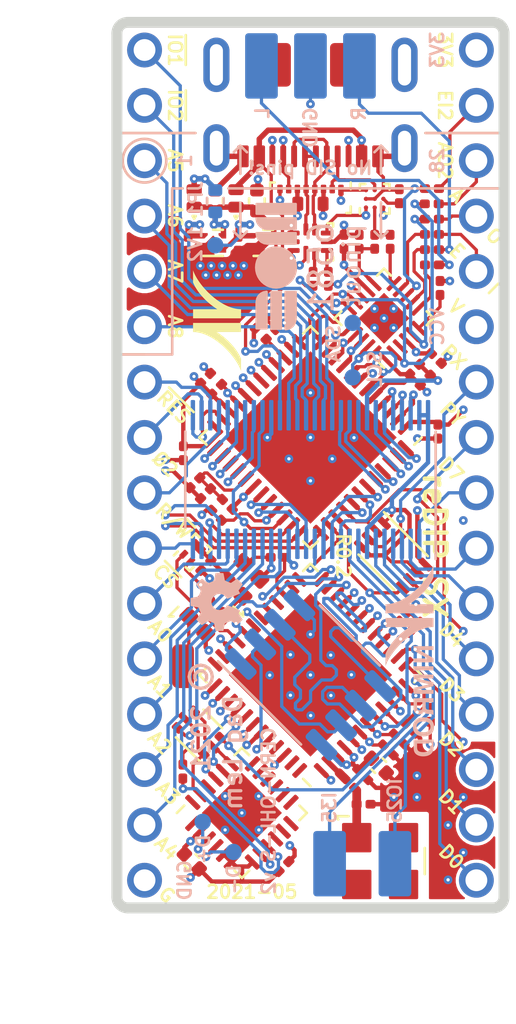
<source format=kicad_pcb>
(kicad_pcb (version 20171130) (host pcbnew 5.1.9-1.fc33)
  (title_block (title "reDIP SX") (date 2021-05-01) (rev 0.2) (company Nimrod) (comment 1 "© 2020 - 2021 Dag Lem") (comment 2 "Licensed under CERN-OHL-S v2 (https://ohwr.org/cern_ohl_s_v2.txt)"))
  (layers (0 F.Cu signal) (1 In1.Cu power) (2 In2.Cu signal) (3 In3.Cu power) (4 In4.Cu power) (31 B.Cu signal) (34 B.Paste user) (35 F.Paste user) (36 B.SilkS user) (37 F.SilkS user) (38 B.Mask user) (39 F.Mask user) (44 Edge.Cuts user))
  (net 0 "")
  (net 1 "Net-(AE1-Pad1)")
  (net 2 GND)
  (net 3 +3V3)
  (net 4 +1V2)
  (net 5 VBUS)
  (net 6 /EXT_IN_2)
  (net 7 /EXT_IN)
  (net 8 /MIC)
  (net 9 /AUDIO_OUT_2)
  (net 10 /AUDIO_OUT)
  (net 11 /LINE_OUT_2)
  (net 12 /LINE_OUT)
  (net 13 /CC2)
  (net 14 /CC1)
  (net 15 /POT_X)
  (net 16 /POT_Y)
  (net 17 /IO25)
  (net 18 /I2C_SDA)
  (net 19 /I2C_SCL)
  (net 20 /A_SEL)
  (net 21 /RXD)
  (net 22 /TXD)
  (net 23 /~CRESET~)
  (net 24 /CDONE)
  (net 25 /A5)
  (net 26 /A6)
  (net 27 /A7)
  (net 28 /A8)
  (net 29 /~RES~)
  (net 30 /D4)
  (net 31 /D3)
  (net 32 /D2)
  (net 33 /D1)
  (net 34 /D0)
  (net 35 /A4)
  (net 36 /A3)
  (net 37 /Ø2)
  (net 38 /A2)
  (net 39 /A1)
  (net 40 /A0)
  (net 41 /~CS~)
  (net 42 /R_~W~)
  (net 43 /D7)
  (net 44 /D6)
  (net 45 /D5)
  (net 46 /ICE_POT_X)
  (net 47 /ICE_POT_Y)
  (net 48 /ICE_A5)
  (net 49 /ICE_A6)
  (net 50 /ICE_A7)
  (net 51 /ICE_A8)
  (net 52 /ICE_~RES~)
  (net 53 /ICE_D4)
  (net 54 /ICE_D3)
  (net 55 /ICE_D2)
  (net 56 /ICE_D1)
  (net 57 /ICE_D0)
  (net 58 /ICE_A4)
  (net 59 /ICE_A3)
  (net 60 /ICE_Ø2)
  (net 61 /ICE_A2)
  (net 62 /ICE_A1)
  (net 63 /ICE_A0)
  (net 64 /ICE_~CS~)
  (net 65 /ICE_R_~W~)
  (net 66 /ICE_D7)
  (net 67 /ICE_D6)
  (net 68 /ICE_D5)
  (net 69 /SBU1)
  (net 70 /D-)
  (net 71 /D+)
  (net 72 /SBU2)
  (net 73 /A_R)
  (net 74 /A_L)
  (net 75 /LED_DI)
  (net 76 +5V)
  (net 77 "Net-(C23-Pad1)")
  (net 78 /~IO2~)
  (net 79 /~IO1~)
  (net 80 /LED_~EN~)
  (net 81 /ICE_~IO2~)
  (net 82 /ICE_~IO1~)
  (net 83 "Net-(C11-Pad1)")
  (net 84 "Net-(C22-Pad1)")
  (net 85 "Net-(D3-Pad5)")
  (net 86 "Net-(D3-Pad4)")
  (net 87 /ESP_EN)
  (net 88 "Net-(D4-Pad1)")
  (net 89 "Net-(D4-Pad3)")
  (net 90 /DTR)
  (net 91 /RTS)
  (net 92 /VBUS_DET)
  (net 93 /I35)
  (net 94 "Net-(C10-Pad1)")
  (net 95 "Net-(C12-Pad2)")
  (net 96 "Net-(C13-Pad1)")
  (net 97 "Net-(C14-Pad2)")
  (net 98 "Net-(C19-Pad2)")
  (net 99 "Net-(R1-Pad2)")
  (net 100 "Net-(C15-Pad1)")
  (net 101 "Net-(C18-Pad2)")
  (net 102 "Net-(R5-Pad1)")
  (net 103 /SYS_CLK)
  (net 104 /SPI_RAM_~CS~)
  (net 105 /I2S_WCLK)
  (net 106 /I2S_BCLK)
  (net 107 /I2S_DOUT)
  (net 108 /I2S_DIN)
  (net 109 /SPI_SIO3)
  (net 110 /SPI_SIO2)
  (net 111 /SPI_ICE_~CS~)
  (net 112 /SPI_SIO0)
  (net 113 /SPI_SIO1)
  (net 114 /SPI_SCLK)
  (net 115 /LED_DO)
  (net 116 VCC)
  (net 117 "Net-(R13-Pad1)")
  (net 118 "Net-(C27-Pad1)")
  (net 119 "Net-(C29-Pad1)")
  (module Capacitor_SMD:C_0201_0603Metric (layer F.Cu) (at 102.8 115.28 225)
    (fp_text reference C28 hide)
    (fp_text value 1uF hide)
    (pad 2 smd roundrect (at 0.32 0 225) (size 0.46 0.4) (layers F.Cu F.Mask) (net 2 GND))
    (pad 1 smd roundrect (at -0.32 0 225) (size 0.46 0.4) (layers F.Cu F.Mask) (net 118 "Net-(C27-Pad1)"))
  )
  (module ONSemi:CASE_493-8_2.3x2mm_P0.5mm (layer F.Cu) (at 111.42 118.11 315)
    (fp_text reference U11 hide)
    (fp_text value 7WBD3306USG hide)
    (pad 8 smd roundrect (at 1.35 -0.75 315) (size 0.7 0.3) (layers F.Cu F.Paste F.Mask) (net 76 +5V))
    (pad 7 smd roundrect (at 1.35 -0.25 315) (size 0.7 0.3) (layers F.Cu F.Paste F.Mask) (net 2 GND))
    (pad 6 smd roundrect (at 1.35 0.25 315) (size 0.7 0.3) (layers F.Cu F.Paste F.Mask) (net 16 /POT_Y))
    (pad 5 smd roundrect (at 1.35 0.75 315) (size 0.7 0.3) (layers F.Cu F.Paste F.Mask) (net 47 /ICE_POT_Y))
    (pad 4 smd roundrect (at -1.35 0.75 315) (size 0.7 0.3) (layers F.Cu F.Paste F.Mask) (net 2 GND))
    (pad 3 smd roundrect (at -1.35 0.25 315) (size 0.7 0.3) (layers F.Cu F.Paste F.Mask) (net 15 /POT_X))
    (pad 2 smd roundrect (at -1.35 -0.25 315) (size 0.7 0.3) (layers F.Cu F.Paste F.Mask) (net 46 /ICE_POT_X))
    (pad 1 smd roundrect (at -1.35 -0.75 315) (size 0.7 0.3) (layers F.Cu F.Paste F.Mask) (net 2 GND))
  )
  (module Resistor_SMD:R_0201_0603Metric (layer F.Cu) (at 105.32 107.47 225)
    (fp_text reference R10 hide)
    (fp_text value 10k hide)
    (pad 2 smd roundrect (at 0.32 0 225) (size 0.46 0.4) (layers F.Cu F.Mask) (net 3 +3V3))
    (pad 1 smd roundrect (at -0.32 0 225) (size 0.46 0.4) (layers F.Cu F.Mask) (net 114 /SPI_SCLK))
  )
  (module TI:Texas_TVSOP-56_4.4x11.3mm_P0.4mm (layer B.Cu) (at 107.62 114.63 90)
    (fp_text reference U10 hide)
    (fp_text value SN74CBTD16211DGVR hide)
    (pad 28 smd roundrect (at -2.95 -5.4 180) (size 0.2 1.4) (layers B.Cu B.Paste B.Mask) (net 41 /~CS~))
    (pad 29 smd roundrect (at 2.95 -5.4 180) (size 0.2 1.4) (layers B.Cu B.Paste B.Mask) (net 64 /ICE_~CS~))
    (pad 27 smd roundrect (at -2.95 -5 180) (size 0.2 1.4) (layers B.Cu B.Paste B.Mask) (net 60 /ICE_Ø2))
    (pad 30 smd roundrect (at 2.95 -5 180) (size 0.2 1.4) (layers B.Cu B.Paste B.Mask) (net 37 /Ø2))
    (pad 26 smd roundrect (at -2.95 -4.6 180) (size 0.2 1.4) (layers B.Cu B.Paste B.Mask) (net 52 /ICE_~RES~))
    (pad 31 smd roundrect (at 2.95 -4.6 180) (size 0.2 1.4) (layers B.Cu B.Paste B.Mask) (net 29 /~RES~))
    (pad 25 smd roundrect (at -2.95 -4.2 180) (size 0.2 1.4) (layers B.Cu B.Paste B.Mask) (net 65 /ICE_R_~W~))
    (pad 32 smd roundrect (at 2.95 -4.2 180) (size 0.2 1.4) (layers B.Cu B.Paste B.Mask) (net 42 /R_~W~))
    (pad 24 smd roundrect (at -2.95 -3.8 180) (size 0.2 1.4) (layers B.Cu B.Paste B.Mask) (net 40 /A0))
    (pad 33 smd roundrect (at 2.95 -3.8 180) (size 0.2 1.4) (layers B.Cu B.Paste B.Mask) (net 63 /ICE_A0))
    (pad 23 smd roundrect (at -2.95 -3.4 180) (size 0.2 1.4) (layers B.Cu B.Paste B.Mask) (net 39 /A1))
    (pad 34 smd roundrect (at 2.95 -3.4 180) (size 0.2 1.4) (layers B.Cu B.Paste B.Mask) (net 62 /ICE_A1))
    (pad 22 smd roundrect (at -2.95 -3 180) (size 0.2 1.4) (layers B.Cu B.Paste B.Mask) (net 38 /A2))
    (pad 35 smd roundrect (at 2.95 -3 180) (size 0.2 1.4) (layers B.Cu B.Paste B.Mask) (net 61 /ICE_A2))
    (pad 21 smd roundrect (at -2.95 -2.6 180) (size 0.2 1.4) (layers B.Cu B.Paste B.Mask) (net 36 /A3))
    (pad 36 smd roundrect (at 2.95 -2.6 180) (size 0.2 1.4) (layers B.Cu B.Paste B.Mask) (net 59 /ICE_A3))
    (pad 20 smd roundrect (at -2.95 -2.2 180) (size 0.2 1.4) (layers B.Cu B.Paste B.Mask) (net 35 /A4))
    (pad 37 smd roundrect (at 2.95 -2.2 180) (size 0.2 1.4) (layers B.Cu B.Paste B.Mask) (net 58 /ICE_A4))
    (pad 19 smd roundrect (at -2.95 -1.8 180) (size 0.2 1.4) (layers B.Cu B.Paste B.Mask) (net 2 GND))
    (pad 38 smd roundrect (at 2.95 -1.8 180) (size 0.2 1.4) (layers B.Cu B.Paste B.Mask) (net 2 GND))
    (pad 18 smd roundrect (at -2.95 -1.4 180) (size 0.2 1.4) (layers B.Cu B.Paste B.Mask) (net 92 /VBUS_DET))
    (pad 39 smd roundrect (at 2.95 -1.4 180) (size 0.2 1.4) (layers B.Cu B.Paste B.Mask) (net 5 VBUS))
    (pad 17 smd roundrect (at -2.95 -1 180) (size 0.2 1.4) (layers B.Cu B.Paste B.Mask) (net 76 +5V))
    (pad 40 smd roundrect (at 2.95 -1 180) (size 0.2 1.4) (layers B.Cu B.Paste B.Mask) (net 28 /A8))
    (pad 16 smd roundrect (at -2.95 -0.6 180) (size 0.2 1.4) (layers B.Cu B.Paste B.Mask) (net 51 /ICE_A8))
    (pad 41 smd roundrect (at 2.95 -0.6 180) (size 0.2 1.4) (layers B.Cu B.Paste B.Mask) (net 27 /A7))
    (pad 15 smd roundrect (at -2.95 -0.2 180) (size 0.2 1.4) (layers B.Cu B.Paste B.Mask) (net 50 /ICE_A7))
    (pad 42 smd roundrect (at 2.95 -0.2 180) (size 0.2 1.4) (layers B.Cu B.Paste B.Mask) (net 26 /A6))
    (pad 14 smd roundrect (at -2.95 0.2 180) (size 0.2 1.4) (layers B.Cu B.Paste B.Mask) (net 49 /ICE_A6))
    (pad 43 smd roundrect (at 2.95 0.2 180) (size 0.2 1.4) (layers B.Cu B.Paste B.Mask) (net 25 /A5))
    (pad 13 smd roundrect (at -2.95 0.6 180) (size 0.2 1.4) (layers B.Cu B.Paste B.Mask) (net 48 /ICE_A5))
    (pad 44 smd roundrect (at 2.95 0.6 180) (size 0.2 1.4) (layers B.Cu B.Paste B.Mask) (net 78 /~IO2~))
    (pad 12 smd roundrect (at -2.95 1 180) (size 0.2 1.4) (layers B.Cu B.Paste B.Mask) (net 81 /ICE_~IO2~))
    (pad 45 smd roundrect (at 2.95 1 180) (size 0.2 1.4) (layers B.Cu B.Paste B.Mask) (net 79 /~IO1~))
    (pad 11 smd roundrect (at -2.95 1.4 180) (size 0.2 1.4) (layers B.Cu B.Paste B.Mask) (net 82 /ICE_~IO1~))
    (pad 46 smd roundrect (at 2.95 1.4 180) (size 0.2 1.4) (layers B.Cu B.Paste B.Mask) (net 57 /ICE_D0))
    (pad 10 smd roundrect (at -2.95 1.8 180) (size 0.2 1.4) (layers B.Cu B.Paste B.Mask) (net 34 /D0))
    (pad 47 smd roundrect (at 2.95 1.8 180) (size 0.2 1.4) (layers B.Cu B.Paste B.Mask) (net 56 /ICE_D1))
    (pad 9 smd roundrect (at -2.95 2.2 180) (size 0.2 1.4) (layers B.Cu B.Paste B.Mask) (net 33 /D1))
    (pad 48 smd roundrect (at 2.95 2.2 180) (size 0.2 1.4) (layers B.Cu B.Paste B.Mask) (net 55 /ICE_D2))
    (pad 8 smd roundrect (at -2.95 2.6 180) (size 0.2 1.4) (layers B.Cu B.Paste B.Mask) (net 2 GND))
    (pad 49 smd roundrect (at 2.95 2.6 180) (size 0.2 1.4) (layers B.Cu B.Paste B.Mask) (net 2 GND))
    (pad 7 smd roundrect (at -2.95 3 180) (size 0.2 1.4) (layers B.Cu B.Paste B.Mask) (net 32 /D2))
    (pad 50 smd roundrect (at 2.95 3 180) (size 0.2 1.4) (layers B.Cu B.Paste B.Mask) (net 54 /ICE_D3))
    (pad 6 smd roundrect (at -2.95 3.4 180) (size 0.2 1.4) (layers B.Cu B.Paste B.Mask) (net 31 /D3))
    (pad 51 smd roundrect (at 2.95 3.4 180) (size 0.2 1.4) (layers B.Cu B.Paste B.Mask) (net 53 /ICE_D4))
    (pad 5 smd roundrect (at -2.95 3.8 180) (size 0.2 1.4) (layers B.Cu B.Paste B.Mask) (net 30 /D4))
    (pad 52 smd roundrect (at 2.95 3.8 180) (size 0.2 1.4) (layers B.Cu B.Paste B.Mask) (net 68 /ICE_D5))
    (pad 4 smd roundrect (at -2.95 4.2 180) (size 0.2 1.4) (layers B.Cu B.Paste B.Mask) (net 45 /D5))
    (pad 53 smd roundrect (at 2.95 4.2 180) (size 0.2 1.4) (layers B.Cu B.Paste B.Mask) (net 67 /ICE_D6))
    (pad 3 smd roundrect (at -2.95 4.6 180) (size 0.2 1.4) (layers B.Cu B.Paste B.Mask) (net 44 /D6))
    (pad 54 smd roundrect (at 2.95 4.6 180) (size 0.2 1.4) (layers B.Cu B.Paste B.Mask) (net 66 /ICE_D7))
    (pad 2 smd roundrect (at -2.95 5 180) (size 0.2 1.4) (layers B.Cu B.Paste B.Mask) (net 43 /D7))
    (pad 55 smd roundrect (at 2.95 5 180) (size 0.2 1.4) (layers B.Cu B.Paste B.Mask) (net 2 GND))
    (pad 1 smd roundrect (at -2.95 5.4 180) (size 0.2 1.4) (layers B.Cu B.Paste B.Mask))
    (pad 56 smd roundrect (at 2.95 5.4 180) (size 0.2 1.4) (layers B.Cu B.Paste B.Mask) (net 2 GND))
  )
  (module JAE:USB_C_Receptacle_JAE_DX07S016JA1 (layer F.Cu) (at 107.62 96.75 180)
    (fp_text reference J1 hide)
    (fp_text value DX07S016JA1 hide)
    (pad B1 smd roundrect (at 3.1 -3.05 180) (size 0.52 1) (layers F.Cu F.Paste F.Mask) (roundrect_rratio 0.13) (net 2 GND))
    (pad B4 smd roundrect (at 2.35 -3.05 180) (size 0.52 1) (layers F.Cu F.Paste F.Mask) (roundrect_rratio 0.13) (net 5 VBUS))
    (pad B9 smd roundrect (at -2.35 -3.05 180) (size 0.52 1) (layers F.Cu F.Paste F.Mask) (roundrect_rratio 0.13) (net 5 VBUS))
    (pad B12 smd roundrect (at -3.1 -3.05 180) (size 0.52 1) (layers F.Cu F.Paste F.Mask) (roundrect_rratio 0.13) (net 2 GND))
    (pad "" smd roundrect (at -1.4 1.15 180) (size 1 2) (layers F.Cu F.Paste F.Mask) (roundrect_rratio 0.2))
    (pad "" smd roundrect (at 1.4 1.15 180) (size 1 2) (layers F.Cu F.Paste F.Mask) (roundrect_rratio 0.2))
    (pad S1 thru_hole oval (at -4.32 1.15 180) (size 1.2 2.5) (drill oval 0.6 1.9) (layers *.Cu *.Mask) (net 2 GND))
    (pad S1 thru_hole oval (at 4.32 1.15 180) (size 1.2 2.5) (drill oval 0.6 1.9) (layers *.Cu *.Mask) (net 2 GND))
    (pad S1 thru_hole oval (at -4.32 -2.675 180) (size 1.2 2.2) (drill oval 0.6 1.6) (layers *.Cu *.Mask) (net 2 GND))
    (pad S1 thru_hole oval (at 4.32 -2.675 180) (size 1.2 2.2) (drill oval 0.6 1.6) (layers *.Cu *.Mask) (net 2 GND))
    (pad "" np_thru_hole oval (at -3 -1.95 180) (size 0.6 0.6) (drill 0.6) (layers *.Cu *.Mask))
    (pad "" np_thru_hole oval (at 3 -1.95 180) (size 0.85 0.6) (drill oval 0.85 0.6) (layers *.Cu *.Mask))
    (pad A1 smd roundrect (at -3.1 -3.05 180) (size 0.52 1) (layers F.Cu F.Paste F.Mask) (roundrect_rratio 0.13) (net 2 GND))
    (pad A4 smd roundrect (at -2.35 -3.05 180) (size 0.52 1) (layers F.Cu F.Paste F.Mask) (roundrect_rratio 0.13) (net 5 VBUS))
    (pad A12 smd roundrect (at 3.1 -3.05 180) (size 0.52 1) (layers F.Cu F.Paste F.Mask) (roundrect_rratio 0.13) (net 2 GND))
    (pad A9 smd roundrect (at 2.35 -3.05 180) (size 0.52 1) (layers F.Cu F.Paste F.Mask) (roundrect_rratio 0.13) (net 5 VBUS))
    (pad A5 smd roundrect (at -1.75 -3.05 180) (size 0.27 1) (layers F.Cu F.Paste F.Mask) (net 14 /CC1))
    (pad B8 smd roundrect (at -1.25 -3.05 180) (size 0.27 1) (layers F.Cu F.Paste F.Mask) (net 72 /SBU2))
    (pad B7 smd roundrect (at -0.75 -3.05 180) (size 0.27 1) (layers F.Cu F.Paste F.Mask) (net 86 "Net-(D3-Pad4)"))
    (pad A6 smd roundrect (at -0.25 -3.05 180) (size 0.27 1) (layers F.Cu F.Paste F.Mask) (net 85 "Net-(D3-Pad5)"))
    (pad B6 smd roundrect (at 0.25 -3.05 180) (size 0.27 1) (layers F.Cu F.Paste F.Mask) (net 85 "Net-(D3-Pad5)"))
    (pad A7 smd roundrect (at 0.75 -3.05 180) (size 0.27 1) (layers F.Cu F.Paste F.Mask) (net 86 "Net-(D3-Pad4)"))
    (pad B5 smd roundrect (at 1.25 -3.05 180) (size 0.27 1) (layers F.Cu F.Paste F.Mask) (net 13 /CC2))
    (pad A8 smd roundrect (at 1.75 -3.05 180) (size 0.27 1) (layers F.Cu F.Paste F.Mask) (net 69 /SBU1))
  )
  (module Nexperia:SOT-883 (layer F.Cu) (at 102.21 117.97 45)
    (fp_text reference Q2 hide)
    (fp_text value PDTA143ZMB hide)
    (pad 1 smd roundrect (at -0.35 -0.225 45) (size 0.4 0.25) (layers F.Cu F.Mask) (roundrect_rratio 0.2) (net 80 /LED_~EN~))
    (pad 2 smd roundrect (at -0.35 0.225 45) (size 0.4 0.25) (layers F.Cu F.Mask) (roundrect_rratio 0.2) (net 3 +3V3))
    (pad 3 smd roundrect (at 0.35 0 45) (size 0.4 0.7) (layers F.Cu F.Mask) (roundrect_rratio 0.125) (net 119 "Net-(C29-Pad1)"))
  )
  (module Nexperia:SOT-666 (layer F.Cu) (at 102.5 126.25 135)
    (fp_text reference Q1 hide)
    (fp_text value PEMH4 hide)
    (pad 6 smd roundrect (at 0.85 -0.5375 135) (size 0.5 0.375) (layers F.Cu F.Paste F.Mask) (net 103 /SYS_CLK))
    (pad 4 smd roundrect (at 0.85 0.5375 135) (size 0.5 0.375) (layers F.Cu F.Paste F.Mask) (net 91 /RTS))
    (pad 2 smd roundrect (at -0.925 0 135) (size 0.65 0.3) (layers F.Cu F.Paste F.Mask) (net 91 /RTS))
    (pad 5 smd roundrect (at 0.925 0 135) (size 0.65 0.3) (layers F.Cu F.Paste F.Mask) (net 90 /DTR))
    (pad 3 smd roundrect (at -0.85 0.5375 135) (size 0.5 0.375) (layers F.Cu F.Paste F.Mask) (net 87 /ESP_EN))
    (pad 1 smd roundrect (at -0.85 -0.5375 135) (size 0.5 0.375) (layers F.Cu F.Paste F.Mask) (net 90 /DTR))
  )
  (module ONSemi:CASE_523BC_1.4x1.8_P0.4mm (layer F.Cu) (at 107.61 103.72 90)
    (fp_text reference U3 hide)
    (fp_text value FSA221UMX hide)
    (pad 10 smd roundrect (at -0.4 -0.7685 90) (size 0.225 0.563) (layers F.Cu F.Paste F.Mask) (net 71 /D+))
    (pad 9 smd roundrect (at 0 -0.7685 90) (size 0.225 0.563) (layers F.Cu F.Paste F.Mask) (net 5 VBUS))
    (pad 8 smd roundrect (at 0.4 -0.7685 90) (size 0.225 0.563) (layers F.Cu F.Paste F.Mask) (net 20 /A_SEL))
    (pad 7 smd roundrect (at 0.5685 -0.2 180) (size 0.225 0.563) (layers F.Cu F.Paste F.Mask) (net 85 "Net-(D3-Pad5)"))
    (pad 6 smd roundrect (at 0.5685 0.2 180) (size 0.225 0.563) (layers F.Cu F.Paste F.Mask) (net 86 "Net-(D3-Pad4)"))
    (pad 5 smd roundrect (at 0.4 0.7685 90) (size 0.225 0.563) (layers F.Cu F.Paste F.Mask) (net 3 +3V3))
    (pad 4 smd roundrect (at 0 0.7685 90) (size 0.225 0.563) (layers F.Cu F.Paste F.Mask) (net 2 GND))
    (pad 3 smd roundrect (at -0.4 0.7685 90) (size 0.225 0.563) (layers F.Cu F.Paste F.Mask) (net 74 /A_L))
    (pad 2 smd roundrect (at -0.5685 0.2 180) (size 0.225 0.563) (layers F.Cu F.Paste F.Mask) (net 73 /A_R))
    (pad 1 smd roundrect (at -0.5185 -0.2 180) (size 0.225 0.663) (layers F.Cu F.Paste F.Mask) (net 70 /D-))
  )
  (module ONSemi:517CB-3.3x1.0mm_P0.4mm (layer F.Cu) (at 107.62 101.7 270)
    (fp_text reference D3 hide)
    (fp_text value ESD7016 hide)
    (pad 1 smd roundrect (at -0.35 -1.4 180) (size 0.25 0.5) (layers F.Cu F.Paste F.Mask) (roundrect_rratio 0.2) (net 69 /SBU1))
    (pad 7 smd roundrect (at -0.4 1 180) (size 0.25 0.4) (layers F.Cu F.Paste F.Mask) (roundrect_rratio 0.2) (net 13 /CC2))
    (pad 2 smd roundrect (at -0.4 -1 180) (size 0.25 0.4) (layers F.Cu F.Paste F.Mask) (roundrect_rratio 0.2) (net 72 /SBU2))
    (pad 6 smd roundrect (at -0.4 0.6 180) (size 0.25 0.4) (layers F.Cu F.Paste F.Mask) (roundrect_rratio 0.2) (net 2 GND))
    (pad 3 smd roundrect (at -0.4 -0.6 180) (size 0.25 0.4) (layers F.Cu F.Paste F.Mask) (roundrect_rratio 0.2) (net 5 VBUS))
    (pad 5 smd roundrect (at -0.4 0.2 180) (size 0.25 0.4) (layers F.Cu F.Paste F.Mask) (roundrect_rratio 0.2) (net 85 "Net-(D3-Pad5)"))
    (pad 4 smd roundrect (at -0.4 -0.2 180) (size 0.25 0.4) (layers F.Cu F.Paste F.Mask) (roundrect_rratio 0.2) (net 86 "Net-(D3-Pad4)"))
    (pad 8 smd roundrect (at -0.4 1.4 180) (size 0.25 0.4) (layers F.Cu F.Paste F.Mask) (roundrect_rratio 0.2) (net 14 /CC1))
    (pad 10 smd roundrect (at 0.275 -0.58 180) (size 0.5 0.65) (layers F.Cu F.Paste F.Mask) (roundrect_rratio 0.2) (net 5 VBUS))
    (pad 9 smd roundrect (at 0.275 0.58 180) (size 0.5 0.65) (layers F.Cu F.Paste F.Mask) (roundrect_rratio 0.2) (net 2 GND))
  )
  (module Molex:Molex_47948-0001 (layer F.Cu) (at 110.82 132.14)
    (fp_text reference AE1 hide)
    (fp_text value 47948-0001 hide)
    (pad 1 smd roundrect (at -1.075 -1.075) (size 1.35 1.35) (layers F.Cu F.Paste F.Mask) (roundrect_rratio 0.05) (net 1 "Net-(AE1-Pad1)"))
    (pad "" smd roundrect (at 1.075 -1.075) (size 1.35 1.35) (layers F.Cu F.Paste F.Mask) (roundrect_rratio 0.05))
    (pad "" smd roundrect (at 1.075 1.075) (size 1.35 1.35) (layers F.Cu F.Paste F.Mask) (roundrect_rratio 0.05))
    (pad "" smd roundrect (at -1.075 1.075) (size 1.35 1.35) (layers F.Cu F.Paste F.Mask) (roundrect_rratio 0.05))
  )
  (module ONSemi:WLCSP-9_1.16x1.16mm_Layout3x3_P0.4mm (layer F.Cu) (at 110.57 101.75 90)
    (fp_text reference U7 hide)
    (fp_text value FSA8049UCX hide)
    (pad C3 smd circle (at 0.4 0.4 90) (size 0.2 0.2) (layers F.Cu F.Paste F.Mask) (net 2 GND))
    (pad B3 smd circle (at 0.4 0 90) (size 0.2 0.2) (layers F.Cu F.Paste F.Mask) (net 72 /SBU2))
    (pad A3 smd circle (at 0.4 -0.4 90) (size 0.2 0.2) (layers F.Cu F.Paste F.Mask) (net 69 /SBU1))
    (pad C2 smd circle (at 0 0.4 90) (size 0.2 0.2) (layers F.Cu F.Paste F.Mask) (net 77 "Net-(C23-Pad1)"))
    (pad B2 smd circle (at 0 0 90) (size 0.2 0.2) (layers F.Cu F.Paste F.Mask) (net 2 GND))
    (pad A2 smd circle (at 0 -0.4 90) (size 0.2 0.2) (layers F.Cu F.Paste F.Mask) (net 2 GND))
    (pad C1 smd circle (at -0.4 0.4 90) (size 0.2 0.2) (layers F.Cu F.Paste F.Mask) (net 3 +3V3))
    (pad B1 smd circle (at -0.4 0 90) (size 0.2 0.2) (layers F.Cu F.Paste F.Mask) (net 8 /MIC))
    (pad A1 smd circle (at -0.4 -0.4 90) (size 0.2 0.2) (layers F.Cu F.Paste F.Mask) (net 3 +3V3))
  )
  (module ONSemi:CASE_711AJ_1.0x1.0mm_P0.65mm (layer F.Cu) (at 105.46 103.77)
    (fp_text reference U1 hide)
    (fp_text value NCP115AMX120TCG hide)
    (pad 4 smd custom (at 0.475 -0.325 270) (size 0.25 0.25) (layers F.Cu F.Paste F.Mask) (net 76 +5V) (options (clearance outline) (anchor circle)) (primitives (gr_poly (pts (xy -0.125 -0.125) (xy -0.125 0.225) (xy -0.025 0.225) (xy 0.125 0.075) (xy 0.125 -0.125)) (width 0))))
    (pad 3 smd custom (at 0.475 0.325 90) (size 0.25 0.25) (layers F.Cu F.Paste F.Mask) (net 76 +5V) (options (clearance outline) (anchor circle)) (primitives (gr_poly (pts (xy -0.125 0.125) (xy -0.125 -0.225) (xy -0.025 -0.225) (xy 0.125 -0.075) (xy 0.125 0.125)) (width 0))))
    (pad 1 smd custom (at -0.475 -0.325 270) (size 0.25 0.25) (layers F.Cu F.Paste F.Mask) (net 4 +1V2) (options (clearance outline) (anchor circle)) (primitives (gr_poly (pts (xy -0.125 0.125) (xy -0.125 -0.225) (xy -0.025 -0.225) (xy 0.125 -0.075) (xy 0.125 0.125)) (width 0))))
    (pad 2 smd custom (at -0.475 0.325 90) (size 0.25 0.25) (layers F.Cu F.Paste F.Mask) (net 2 GND) (options (clearance outline) (anchor circle)) (primitives (gr_poly (pts (xy -0.125 -0.125) (xy -0.125 0.225) (xy -0.025 0.225) (xy 0.125 0.075) (xy 0.125 -0.125)) (width 0))))
    (pad 2 smd rect (at 0 0 45) (size 0.48 0.48) (layers F.Cu F.Mask) (net 2 GND))
  )
  (module reDIP:SolderMask_D0.25mm (layer F.Cu) (at 103.31 105.25)
    (fp_text reference "SolderMask D0.25mm" hide)
    (fp_text value SolderMask_D0.25mm hide)
  )
  (module reDIP:SolderMask_D0.25mm (layer F.Cu) (at 103.56 104.82)
    (fp_text reference "SolderMask D0.25mm" hide)
    (fp_text value SolderMask_D0.25mm hide)
  )
  (module reDIP:SolderMask_D0.25mm (layer F.Cu) (at 103.06 104.82)
    (fp_text reference "SolderMask D0.25mm" hide)
    (fp_text value SolderMask_D0.25mm hide)
  )
  (module reDIP:SolderMask_D0.25mm (layer F.Cu) (at 104.31 105.25)
    (fp_text reference "SolderMask D0.25mm" hide)
    (fp_text value SolderMask_D0.25mm hide)
  )
  (module reDIP:SolderMask_D0.25mm (layer F.Cu) (at 103.81 105.25)
    (fp_text reference "SolderMask D0.25mm" hide)
    (fp_text value SolderMask_D0.25mm hide)
  )
  (module reDIP:SolderMask_D0.25mm (layer F.Cu) (at 104.06 104.82)
    (fp_text reference "SolderMask D0.25mm" hide)
    (fp_text value SolderMask_D0.25mm hide)
  )
  (module reDIP:SolderMask_D0.25mm (layer F.Cu) (at 102.81 105.25)
    (fp_text reference "SolderMask D0.25mm" hide)
    (fp_text value SolderMask_D0.25mm hide)
  )
  (module reDIP:SolderMask_D0.25mm (layer F.Cu) (at 104.56 104.82)
    (fp_text reference "SolderMask D0.25mm" hide)
    (fp_text value SolderMask_D0.25mm hide)
  )
  (module reDIP:SolderMask_D0.25mm (layer F.Cu) (at 102.56 104.82)
    (fp_text reference "SolderMask D0.25mm" hide)
    (fp_text value SolderMask_D0.25mm hide)
  )
  (module reDIP:SolderMask_D0.45mm (layer B.Cu) (at 103.31 105.25)
    (fp_text reference "SolderMask D0.45mm" hide)
    (fp_text value SolderMask_D0.45mm hide)
  )
  (module reDIP:SolderMask_D0.45mm (layer B.Cu) (at 103.56 104.82)
    (fp_text reference "SolderMask D0.45mm" hide)
    (fp_text value SolderMask_D0.45mm hide)
  )
  (module reDIP:SolderMask_D0.45mm (layer B.Cu) (at 103.06 104.82)
    (fp_text reference "SolderMask D0.45mm" hide)
    (fp_text value SolderMask_D0.45mm hide)
  )
  (module reDIP:SolderMask_D0.45mm (layer B.Cu) (at 104.06 104.82)
    (fp_text reference "SolderMask D0.45mm" hide)
    (fp_text value SolderMask_D0.45mm hide)
  )
  (module reDIP:SolderMask_D0.45mm (layer B.Cu) (at 103.81 105.25)
    (fp_text reference "SolderMask D0.45mm" hide)
    (fp_text value SolderMask_D0.45mm hide)
  )
  (module reDIP:SolderMask_D0.45mm (layer B.Cu) (at 104.31 105.25)
    (fp_text reference "SolderMask D0.45mm" hide)
    (fp_text value SolderMask_D0.45mm hide)
  )
  (module reDIP:SolderMask_D0.45mm (layer B.Cu) (at 104.56 104.82)
    (fp_text reference "SolderMask D0.45mm" hide)
    (fp_text value SolderMask_D0.45mm hide)
  )
  (module reDIP:SolderMask_D0.45mm (layer B.Cu) (at 102.56 104.82)
    (fp_text reference "SolderMask D0.45mm" hide)
    (fp_text value SolderMask_D0.45mm hide)
  )
  (module reDIP:SolderMask_D0.45mm (layer B.Cu) (at 102.81 105.25)
    (fp_text reference "SolderMask D0.45mm" hide)
    (fp_text value SolderMask_D0.45mm hide)
  )
  (module reDIP:SolderMask_D0.45mm (layer B.Cu) (at 111.44 106.79)
    (fp_text reference "SolderMask D0.45mm" hide)
    (fp_text value SolderMask_D0.45mm hide)
  )
  (module reDIP:SolderMask_D0.45mm (layer B.Cu) (at 110.56 106.79)
    (fp_text reference "SolderMask D0.45mm" hide)
    (fp_text value SolderMask_D0.45mm hide)
  )
  (module reDIP:SolderMask_D0.45mm (layer B.Cu) (at 111 107.23)
    (fp_text reference "SolderMask D0.45mm" hide)
    (fp_text value SolderMask_D0.45mm hide)
  )
  (module reDIP:SolderMask_D0.45mm (layer B.Cu) (at 111.44 107.67)
    (fp_text reference "SolderMask D0.45mm" hide)
    (fp_text value SolderMask_D0.45mm hide)
  )
  (module reDIP:SolderMask_D0.45mm (layer B.Cu) (at 110.56 107.67)
    (fp_text reference "SolderMask D0.45mm" hide)
    (fp_text value SolderMask_D0.45mm hide)
  )
  (module reDIP:SolderMask_D0.45mm (layer B.Cu) (at 107.62 114.69)
    (fp_text reference "SolderMask D0.45mm" hide)
    (fp_text value SolderMask_D0.45mm hide)
  )
  (module reDIP:SolderMask_D0.45mm (layer B.Cu) (at 105.25 130.71)
    (fp_text reference "SolderMask D0.45mm" hide)
    (fp_text value SolderMask_D0.45mm hide)
  )
  (module reDIP:SolderMask_D0.45mm (layer B.Cu) (at 105.24 129.16)
    (fp_text reference "SolderMask D0.45mm" hide)
    (fp_text value SolderMask_D0.45mm hide)
  )
  (module reDIP:SolderMask_D0.45mm (layer B.Cu) (at 104.47 129.93)
    (fp_text reference "SolderMask D0.45mm" hide)
    (fp_text value SolderMask_D0.45mm hide)
  )
  (module reDIP:SolderMask_D0.45mm (layer B.Cu) (at 103.7 130.71)
    (fp_text reference "SolderMask D0.45mm" hide)
    (fp_text value SolderMask_D0.45mm hide)
  )
  (module reDIP:SolderMask_D0.45mm (layer B.Cu) (at 103.7 129.16)
    (fp_text reference "SolderMask D0.45mm" hide)
    (fp_text value SolderMask_D0.45mm hide)
  )
  (module reDIP:SolderMask_D0.45mm (layer B.Cu) (at 108.55 122.69)
    (fp_text reference "SolderMask D0.45mm" hide)
    (fp_text value SolderMask_D0.45mm hide)
  )
  (module reDIP:SolderMask_D0.45mm (layer B.Cu) (at 109.5 123.59)
    (fp_text reference "SolderMask D0.45mm" hide)
    (fp_text value SolderMask_D0.45mm hide)
  )
  (module reDIP:SolderMask_D0.45mm (layer B.Cu) (at 108.56 124.54)
    (fp_text reference "SolderMask D0.45mm" hide)
    (fp_text value SolderMask_D0.45mm hide)
  )
  (module reDIP:SolderMask_D0.45mm (layer B.Cu) (at 107.63 125.46)
    (fp_text reference "SolderMask D0.45mm" hide)
    (fp_text value SolderMask_D0.45mm hide)
  )
  (module reDIP:SolderMask_D0.45mm (layer B.Cu) (at 107.62 123.6)
    (fp_text reference "SolderMask D0.45mm" hide)
    (fp_text value SolderMask_D0.45mm hide)
  )
  (module reDIP:SolderMask_D0.45mm (layer B.Cu) (at 106.7 124.53)
    (fp_text reference "SolderMask D0.45mm" hide)
    (fp_text value SolderMask_D0.45mm hide)
  )
  (module reDIP:SolderMask_D0.45mm (layer B.Cu) (at 105.75 123.61)
    (fp_text reference "SolderMask D0.45mm" hide)
    (fp_text value SolderMask_D0.45mm hide)
  )
  (module reDIP:SolderMask_D0.45mm (layer B.Cu) (at 106.7 122.67)
    (fp_text reference "SolderMask D0.45mm" hide)
    (fp_text value SolderMask_D0.45mm hide)
  )
  (module reDIP:SolderMask_D0.45mm (layer B.Cu) (at 107.62 121.74)
    (fp_text reference "SolderMask D0.45mm" hide)
    (fp_text value SolderMask_D0.45mm hide)
  )
  (module reDIP:SolderMask_D0.45mm (layer B.Cu) (at 108.62 113.68)
    (fp_text reference "SolderMask D0.45mm" hide)
    (fp_text value SolderMask_D0.45mm hide)
  )
  (module reDIP:SolderMask_D0.45mm (layer B.Cu) (at 109.62 112.71)
    (fp_text reference "SolderMask D0.45mm" hide)
    (fp_text value SolderMask_D0.45mm hide)
  )
  (module reDIP:SolderMask_D0.45mm (layer B.Cu) (at 107.62 110.65)
    (fp_text reference "SolderMask D0.45mm" hide)
    (fp_text value SolderMask_D0.45mm hide)
  )
  (module reDIP:SolderMask_D0.45mm (layer B.Cu) (at 107.62 112.7)
    (fp_text reference "SolderMask D0.45mm" hide)
    (fp_text value SolderMask_D0.45mm hide)
  )
  (module reDIP:SolderMask_D0.45mm (layer B.Cu) (at 106.63 113.68)
    (fp_text reference "SolderMask D0.45mm" hide)
    (fp_text value SolderMask_D0.45mm hide)
  )
  (module reDIP:SolderMask_D0.45mm (layer B.Cu) (at 105.64 112.7)
    (fp_text reference "SolderMask D0.45mm" hide)
    (fp_text value SolderMask_D0.45mm hide)
  )
  (module Resistor_SMD:R_0201_0603Metric (layer F.Cu) (at 105.81 107.97 45)
    (fp_text reference R13 hide)
    (fp_text value 22 hide)
    (pad 2 smd roundrect (at 0.32 0 45) (size 0.46 0.4) (layers F.Cu F.Mask) (net 114 /SPI_SCLK))
    (pad 1 smd roundrect (at -0.32 0 45) (size 0.46 0.4) (layers F.Cu F.Mask) (net 117 "Net-(R13-Pad1)"))
  )
  (module reDIP:Nimrod-N (layer F.Cu) (at 103.33 107.34 270)
    (fp_text reference svg2mod hide)
    (fp_text value G*** hide)
  )
  (module reDIP:PinHeader_1x06_P2.54mm_Vertical_LongTail (layer B.Cu) (at 100 94.92 180)
    (fp_text reference J5 hide)
    (fp_text value Conn_01x06 hide)
    (pad 6 thru_hole circle (at 0 -12.7 180) (size 1.6 1.6) (drill 1) (layers *.Cu *.Mask) (net 28 /A8))
    (pad 5 thru_hole circle (at 0 -10.16 180) (size 1.6 1.6) (drill 1) (layers *.Cu *.Mask) (net 27 /A7))
    (pad 4 thru_hole circle (at 0 -7.62 180) (size 1.6 1.6) (drill 1) (layers *.Cu *.Mask) (net 26 /A6))
    (pad 3 thru_hole circle (at 0 -5.08 180) (size 1.6 1.6) (drill 1) (layers *.Cu *.Mask) (net 25 /A5))
    (pad 2 thru_hole circle (at 0 -2.54 180) (size 1.6 1.6) (drill 1) (layers *.Cu *.Mask) (net 78 /~IO2~))
    (pad 1 thru_hole circle (at 0 0 180) (size 1.6 1.6) (drill 1) (layers *.Cu *.Mask) (net 79 /~IO1~))
  )
  (module ONSemi:CASE_711AJ_1.0x1.0mm_P0.65mm (layer F.Cu) (at 103.15 103.77)
    (fp_text reference U2 hide)
    (fp_text value NCP167AMX330TBG hide)
    (pad 4 smd custom (at 0.475 -0.325 270) (size 0.25 0.25) (layers F.Cu F.Paste F.Mask) (net 76 +5V) (options (clearance outline) (anchor circle)) (primitives (gr_poly (pts (xy -0.125 -0.125) (xy -0.125 0.225) (xy -0.025 0.225) (xy 0.125 0.075) (xy 0.125 -0.125)) (width 0))))
    (pad 3 smd custom (at 0.475 0.325 90) (size 0.25 0.25) (layers F.Cu F.Paste F.Mask) (net 4 +1V2) (options (clearance outline) (anchor circle)) (primitives (gr_poly (pts (xy -0.125 0.125) (xy -0.125 -0.225) (xy -0.025 -0.225) (xy 0.125 -0.075) (xy 0.125 0.125)) (width 0))))
    (pad 1 smd custom (at -0.475 -0.325 270) (size 0.25 0.25) (layers F.Cu F.Paste F.Mask) (net 3 +3V3) (options (clearance outline) (anchor circle)) (primitives (gr_poly (pts (xy -0.125 0.125) (xy -0.125 -0.225) (xy -0.025 -0.225) (xy 0.125 -0.075) (xy 0.125 0.125)) (width 0))))
    (pad 2 smd custom (at -0.475 0.325 90) (size 0.25 0.25) (layers F.Cu F.Paste F.Mask) (net 2 GND) (options (clearance outline) (anchor circle)) (primitives (gr_poly (pts (xy -0.125 -0.125) (xy -0.125 0.225) (xy -0.025 0.225) (xy 0.125 0.075) (xy 0.125 -0.125)) (width 0))))
    (pad 2 smd rect (at 0 0 45) (size 0.48 0.48) (layers F.Cu F.Mask) (net 2 GND))
  )
  (module reDIP:SolderWirePad_1x01_SMD_1x2mm (layer F.Cu) (at 101.77 123.2)
    (fp_text reference J9 hide)
    (fp_text value Conn_01x01 hide)
    (pad 1 smd roundrect (at 0 0) (size 1 2) (layers F.Cu F.Mask) (net 115 /LED_DO))
  )
  (module Package_DFN_QFN:QFN-48-1EP_7x7mm_P0.5mm_EP5.6x5.6mm (layer F.Cu) (at 107.62 112.7 225)
    (fp_text reference U8 hide)
    (fp_text value ICE40UP5K-SG48I hide)
    (pad 49 smd rect (at 0 0 225) (size 5.6 5.6) (layers F.Cu F.Mask) (net 2 GND))
    (pad 48 smd roundrect (at -2.75 -3.4375 225) (size 0.25 0.875) (layers F.Cu F.Paste F.Mask) (net 53 /ICE_D4))
    (pad 47 smd roundrect (at -2.25 -3.4375 225) (size 0.25 0.875) (layers F.Cu F.Paste F.Mask) (net 54 /ICE_D3))
    (pad 46 smd roundrect (at -1.75 -3.4375 225) (size 0.25 0.875) (layers F.Cu F.Paste F.Mask) (net 55 /ICE_D2))
    (pad 45 smd roundrect (at -1.25 -3.4375 225) (size 0.25 0.875) (layers F.Cu F.Paste F.Mask) (net 56 /ICE_D1))
    (pad 44 smd roundrect (at -0.75 -3.4375 225) (size 0.25 0.875) (layers F.Cu F.Paste F.Mask) (net 57 /ICE_D0))
    (pad 43 smd roundrect (at -0.25 -3.4375 225) (size 0.25 0.875) (layers F.Cu F.Paste F.Mask) (net 48 /ICE_A5))
    (pad 42 smd roundrect (at 0.25 -3.4375 225) (size 0.25 0.875) (layers F.Cu F.Paste F.Mask) (net 82 /ICE_~IO1~))
    (pad 41 smd roundrect (at 0.75 -3.4375 225) (size 0.25 0.875) (layers F.Cu F.Paste F.Mask) (net 81 /ICE_~IO2~))
    (pad 40 smd roundrect (at 1.25 -3.4375 225) (size 0.25 0.875) (layers F.Cu F.Paste F.Mask) (net 46 /ICE_POT_X))
    (pad 39 smd roundrect (at 1.75 -3.4375 225) (size 0.25 0.875) (layers F.Cu F.Paste F.Mask) (net 47 /ICE_POT_Y))
    (pad 38 smd roundrect (at 2.25 -3.4375 225) (size 0.25 0.875) (layers F.Cu F.Paste F.Mask) (net 49 /ICE_A6))
    (pad 37 smd roundrect (at 2.75 -3.4375 225) (size 0.25 0.875) (layers F.Cu F.Paste F.Mask) (net 60 /ICE_Ø2))
    (pad 36 smd roundrect (at 3.4375 -2.75 225) (size 0.875 0.25) (layers F.Cu F.Paste F.Mask) (net 65 /ICE_R_~W~))
    (pad 35 smd roundrect (at 3.4375 -2.25 225) (size 0.875 0.25) (layers F.Cu F.Paste F.Mask) (net 52 /ICE_~RES~))
    (pad 34 smd roundrect (at 3.4375 -1.75 225) (size 0.875 0.25) (layers F.Cu F.Paste F.Mask) (net 58 /ICE_A4))
    (pad 33 smd roundrect (at 3.4375 -1.25 225) (size 0.875 0.25) (layers F.Cu F.Paste F.Mask) (net 3 +3V3))
    (pad 32 smd roundrect (at 3.4375 -0.75 225) (size 0.875 0.25) (layers F.Cu F.Paste F.Mask) (net 51 /ICE_A8))
    (pad 31 smd roundrect (at 3.4375 -0.25 225) (size 0.875 0.25) (layers F.Cu F.Paste F.Mask) (net 50 /ICE_A7))
    (pad 30 smd roundrect (at 3.4375 0.25 225) (size 0.875 0.25) (layers F.Cu F.Paste F.Mask) (net 4 +1V2))
    (pad 29 smd roundrect (at 3.4375 0.75 225) (size 0.875 0.25) (layers F.Cu F.Paste F.Mask) (net 118 "Net-(C27-Pad1)"))
    (pad 28 smd roundrect (at 3.4375 1.25 225) (size 0.875 0.25) (layers F.Cu F.Paste F.Mask) (net 59 /ICE_A3))
    (pad 27 smd roundrect (at 3.4375 1.75 225) (size 0.875 0.25) (layers F.Cu F.Paste F.Mask) (net 61 /ICE_A2))
    (pad 26 smd roundrect (at 3.4375 2.25 225) (size 0.875 0.25) (layers F.Cu F.Paste F.Mask) (net 62 /ICE_A1))
    (pad 25 smd roundrect (at 3.4375 2.75 225) (size 0.875 0.25) (layers F.Cu F.Paste F.Mask) (net 63 /ICE_A0))
    (pad 24 smd roundrect (at 2.75 3.4375 225) (size 0.25 0.875) (layers F.Cu F.Paste F.Mask) (net 3 +3V3))
    (pad 23 smd roundrect (at 2.25 3.4375 225) (size 0.25 0.875) (layers F.Cu F.Paste F.Mask) (net 64 /ICE_~CS~))
    (pad 22 smd roundrect (at 1.75 3.4375 225) (size 0.25 0.875) (layers F.Cu F.Paste F.Mask) (net 3 +3V3))
    (pad 21 smd roundrect (at 1.25 3.4375 225) (size 0.25 0.875) (layers F.Cu F.Paste F.Mask) (net 104 /SPI_RAM_~CS~))
    (pad 20 smd roundrect (at 0.75 3.4375 225) (size 0.25 0.875) (layers F.Cu F.Paste F.Mask) (net 103 /SYS_CLK))
    (pad 19 smd roundrect (at 0.25 3.4375 225) (size 0.25 0.875) (layers F.Cu F.Paste F.Mask) (net 109 /SPI_SIO3))
    (pad 18 smd roundrect (at -0.25 3.4375 225) (size 0.25 0.875) (layers F.Cu F.Paste F.Mask) (net 110 /SPI_SIO2))
    (pad 17 smd roundrect (at -0.75 3.4375 225) (size 0.25 0.875) (layers F.Cu F.Paste F.Mask) (net 113 /SPI_SIO1))
    (pad 16 smd roundrect (at -1.25 3.4375 225) (size 0.25 0.875) (layers F.Cu F.Paste F.Mask) (net 111 /SPI_ICE_~CS~))
    (pad 15 smd roundrect (at -1.75 3.4375 225) (size 0.25 0.875) (layers F.Cu F.Paste F.Mask) (net 117 "Net-(R13-Pad1)"))
    (pad 14 smd roundrect (at -2.25 3.4375 225) (size 0.25 0.875) (layers F.Cu F.Paste F.Mask) (net 112 /SPI_SIO0))
    (pad 13 smd roundrect (at -2.75 3.4375 225) (size 0.25 0.875) (layers F.Cu F.Paste F.Mask) (net 105 /I2S_WCLK))
    (pad 12 smd roundrect (at -3.4375 2.75 225) (size 0.875 0.25) (layers F.Cu F.Paste F.Mask) (net 106 /I2S_BCLK))
    (pad 11 smd roundrect (at -3.4375 2.25 225) (size 0.875 0.25) (layers F.Cu F.Paste F.Mask) (net 107 /I2S_DOUT))
    (pad 10 smd roundrect (at -3.4375 1.75 225) (size 0.875 0.25) (layers F.Cu F.Paste F.Mask) (net 108 /I2S_DIN))
    (pad 9 smd roundrect (at -3.4375 1.25 225) (size 0.875 0.25) (layers F.Cu F.Paste F.Mask) (net 18 /I2C_SDA))
    (pad 8 smd roundrect (at -3.4375 0.75 225) (size 0.875 0.25) (layers F.Cu F.Paste F.Mask) (net 23 /~CRESET~))
    (pad 7 smd roundrect (at -3.4375 0.25 225) (size 0.875 0.25) (layers F.Cu F.Paste F.Mask) (net 24 /CDONE))
    (pad 6 smd roundrect (at -3.4375 -0.25 225) (size 0.875 0.25) (layers F.Cu F.Paste F.Mask) (net 19 /I2C_SCL))
    (pad 5 smd roundrect (at -3.4375 -0.75 225) (size 0.875 0.25) (layers F.Cu F.Paste F.Mask) (net 4 +1V2))
    (pad 4 smd roundrect (at -3.4375 -1.25 225) (size 0.875 0.25) (layers F.Cu F.Paste F.Mask) (net 68 /ICE_D5))
    (pad 3 smd roundrect (at -3.4375 -1.75 225) (size 0.875 0.25) (layers F.Cu F.Paste F.Mask) (net 67 /ICE_D6))
    (pad 2 smd roundrect (at -3.4375 -2.25 225) (size 0.875 0.25) (layers F.Cu F.Paste F.Mask) (net 66 /ICE_D7))
    (pad 1 smd roundrect (at -3.4375 -2.75 225) (size 0.875 0.25) (layers F.Cu F.Paste F.Mask) (net 3 +3V3))
  )
  (module Capacitor_SMD:C_0201_0603Metric (layer F.Cu) (at 104.3 103.81 270)
    (fp_text reference C2 hide)
    (fp_text value 1uF hide)
    (pad 2 smd roundrect (at 0.32 0 270) (size 0.46 0.4) (layers F.Cu F.Mask) (net 2 GND))
    (pad 1 smd roundrect (at -0.32 0 270) (size 0.46 0.4) (layers F.Cu F.Mask) (net 4 +1V2))
  )
  (module Capacitor_SMD:C_0201_0603Metric (layer F.Cu) (at 102 103.81 270)
    (fp_text reference C4 hide)
    (fp_text value 1uF hide)
    (pad 2 smd roundrect (at 0.32 0 270) (size 0.46 0.4) (layers F.Cu F.Mask) (net 2 GND))
    (pad 1 smd roundrect (at -0.32 0 270) (size 0.46 0.4) (layers F.Cu F.Mask) (net 3 +3V3))
  )
  (module Package_DFN_QFN:QFN-20-1EP_3x3mm_P0.4mm_EP1.65x1.65mm (layer F.Cu) (at 111 107.23 135)
    (fp_text reference U4 hide)
    (fp_text value SGTL5000XNLA3 hide)
    (pad 1 smd roundrect (at -1.45 -0.8 135) (size 0.85 0.2) (layers F.Cu F.Paste F.Mask) (net 101 "Net-(C18-Pad2)"))
    (pad 2 smd roundrect (at -1.45 -0.4 135) (size 0.85 0.2) (layers F.Cu F.Paste F.Mask))
    (pad 3 smd roundrect (at -1.45 0 135) (size 0.85 0.2) (layers F.Cu F.Paste F.Mask) (net 3 +3V3))
    (pad 4 smd roundrect (at -1.45 0.4 135) (size 0.85 0.2) (layers F.Cu F.Paste F.Mask) (net 98 "Net-(C19-Pad2)"))
    (pad 5 smd roundrect (at -1.45 0.8 135) (size 0.85 0.2) (layers F.Cu F.Paste F.Mask) (net 94 "Net-(C10-Pad1)"))
    (pad 6 smd roundrect (at -0.8 1.45 135) (size 0.2 0.85) (layers F.Cu F.Paste F.Mask) (net 95 "Net-(C12-Pad2)"))
    (pad 7 smd roundrect (at -0.4 1.45 135) (size 0.2 0.85) (layers F.Cu F.Paste F.Mask) (net 97 "Net-(C14-Pad2)"))
    (pad 8 smd roundrect (at 0 1.45 135) (size 0.2 0.85) (layers F.Cu F.Paste F.Mask) (net 83 "Net-(C11-Pad1)"))
    (pad 9 smd roundrect (at 0.4 1.45 135) (size 0.2 0.85) (layers F.Cu F.Paste F.Mask) (net 96 "Net-(C13-Pad1)"))
    (pad 10 smd roundrect (at 0.8 1.45 135) (size 0.2 0.85) (layers F.Cu F.Paste F.Mask) (net 100 "Net-(C15-Pad1)"))
    (pad 11 smd roundrect (at 1.45 0.8 135) (size 0.85 0.2) (layers F.Cu F.Paste F.Mask) (net 84 "Net-(C22-Pad1)"))
    (pad 12 smd roundrect (at 1.45 0.4 135) (size 0.85 0.2) (layers F.Cu F.Paste F.Mask) (net 3 +3V3))
    (pad 13 smd roundrect (at 1.45 0 135) (size 0.85 0.2) (layers F.Cu F.Paste F.Mask) (net 103 /SYS_CLK))
    (pad 14 smd roundrect (at 1.45 -0.4 135) (size 0.85 0.2) (layers F.Cu F.Paste F.Mask) (net 105 /I2S_WCLK))
    (pad 15 smd roundrect (at 1.45 -0.8 135) (size 0.85 0.2) (layers F.Cu F.Paste F.Mask) (net 106 /I2S_BCLK))
    (pad 16 smd roundrect (at 0.8 -1.45 135) (size 0.2 0.85) (layers F.Cu F.Paste F.Mask) (net 107 /I2S_DOUT))
    (pad 17 smd roundrect (at 0.4 -1.45 135) (size 0.2 0.85) (layers F.Cu F.Paste F.Mask) (net 108 /I2S_DIN))
    (pad 18 smd roundrect (at 0 -1.45 135) (size 0.2 0.85) (layers F.Cu F.Paste F.Mask) (net 18 /I2C_SDA))
    (pad 19 smd roundrect (at -0.4 -1.45 135) (size 0.2 0.85) (layers F.Cu F.Paste F.Mask) (net 19 /I2C_SCL))
    (pad 20 smd roundrect (at -0.8 -1.45 135) (size 0.2 0.85) (layers F.Cu F.Paste F.Mask) (net 4 +1V2))
    (pad 21 smd rect (at 0 0 135) (size 1.65 1.65) (layers F.Cu F.Mask) (net 2 GND))
  )
  (module reDIP:DNP_0402_1005Metric (layer B.Cu) (at 103.25 101.86 270)
    (fp_text reference JP1 (at -0.09 0.9 90) (layer B.SilkS) (effects (font (size 0.6 0.6) (thickness 0.12)) (justify mirror)))
    (fp_text value SolderJumper_2_Open hide)
    (pad 2 smd roundrect (at 0.51 0 270) (size 0.54 0.64) (layers B.Cu B.Mask) (net 76 +5V))
    (pad 1 smd roundrect (at -0.51 0 270) (size 0.54 0.64) (layers B.Cu B.Mask) (net 116 VCC))
  )
  (module reDIP:DNP_0201_0603Metric (layer F.Cu) (at 110.06 129.53)
    (fp_text reference L1 hide)
    (fp_text value DNP hide)
    (pad 2 smd roundrect (at 0.32 0) (size 0.46 0.4) (layers F.Cu F.Mask) (net 2 GND))
    (pad 1 smd roundrect (at -0.32 0) (size 0.46 0.4) (layers F.Cu F.Mask) (net 1 "Net-(AE1-Pad1)"))
  )
  (module reDIP:PinHeader_1x06_P2.54mm_Vertical_LongTail (layer B.Cu) (at 115.24 94.92 180)
    (fp_text reference J6 hide)
    (fp_text value Conn_01x06 hide)
    (pad 6 thru_hole circle (at 0 -12.7 180) (size 1.6 1.6) (drill 1) (layers *.Cu *.Mask) (net 116 VCC))
    (pad 5 thru_hole circle (at 0 -10.16 180) (size 1.6 1.6) (drill 1) (layers *.Cu *.Mask) (net 7 /EXT_IN))
    (pad 4 thru_hole circle (at 0 -7.62 180) (size 1.6 1.6) (drill 1) (layers *.Cu *.Mask) (net 10 /AUDIO_OUT))
    (pad 3 thru_hole circle (at 0 -5.08 180) (size 1.6 1.6) (drill 1) (layers *.Cu *.Mask) (net 9 /AUDIO_OUT_2))
    (pad 2 thru_hole circle (at 0 -2.54 180) (size 1.6 1.6) (drill 1) (layers *.Cu *.Mask) (net 6 /EXT_IN_2))
    (pad 1 thru_hole circle (at 0 0 180) (size 1.6 1.6) (drill 1) (layers *.Cu *.Mask) (net 3 +3V3))
  )
  (module Nexperia:D_SOD-882D (layer F.Cu) (at 102.28 101.73 90)
    (fp_text reference D2 hide)
    (fp_text value PMEG2010BELD hide)
    (pad 1 smd roundrect (at -0.4 0 90) (size 0.5 0.7) (layers F.Cu F.Mask) (net 76 +5V))
    (pad 2 smd roundrect (at 0.4 0 90) (size 0.5 0.7) (layers F.Cu F.Mask) (net 116 VCC))
  )
  (module Nexperia:D_SOD-882D (layer F.Cu) (at 104.2 101.73 90)
    (fp_text reference D1 hide)
    (fp_text value PMEG2010BELD hide)
    (pad 1 smd roundrect (at -0.4 0 90) (size 0.5 0.7) (layers F.Cu F.Mask) (net 76 +5V))
    (pad 2 smd roundrect (at 0.4 0 90) (size 0.5 0.7) (layers F.Cu F.Mask) (net 5 VBUS))
  )
  (module reDIP:SolderWirePad_1x01_SMD_1.5x3mm (layer B.Cu) (at 109.87 95.65 180)
    (fp_text reference J4 hide)
    (fp_text value Conn_01x01 hide)
    (pad 1 smd roundrect (at 0 0 180) (size 1.5 3) (layers B.Cu B.Mask) (roundrect_rratio 0.1) (net 12 /LINE_OUT))
  )
  (module reDIP:SolderWirePad_1x01_SMD_1.5x3mm (layer B.Cu) (at 111.5 132.26 180)
    (fp_text reference J11 hide)
    (fp_text value Conn_01x01 hide)
    (pad 1 smd roundrect (at 0 0 180) (size 1.5 3) (layers B.Cu B.Mask) (roundrect_rratio 0.1) (net 17 /IO25))
  )
  (module reDIP:SolderWirePad_1x01_SMD_1.5x3mm (layer B.Cu) (at 108.5 132.26 180)
    (fp_text reference J10 hide)
    (fp_text value Conn_01x01 hide)
    (pad 1 smd roundrect (at 0 0 180) (size 1.5 3) (layers B.Cu B.Mask) (roundrect_rratio 0.1) (net 93 /I35))
  )
  (module reDIP:SolderWirePad_1x01_SMD_1.5x3mm (layer B.Cu) (at 105.37 95.65 180)
    (fp_text reference J2 hide)
    (fp_text value Conn_01x01 hide)
    (pad 1 smd roundrect (at 0 0 180) (size 1.5 3) (layers B.Cu B.Mask) (roundrect_rratio 0.1) (net 11 /LINE_OUT_2))
  )
  (module reDIP:SolderWirePad_1x01_SMD_1.5x3mm (layer B.Cu) (at 107.62 95.65 180)
    (fp_text reference J3 hide)
    (fp_text value Conn_01x01 hide)
    (pad 1 smd roundrect (at 0 0 180) (size 1.5 3) (layers B.Cu B.Mask) (roundrect_rratio 0.1) (net 2 GND))
  )
  (module reDIP:PinHeader_1x10_P2.54mm_Vertical (layer B.Cu) (at 115.24 110.16 180)
    (fp_text reference J8 hide)
    (fp_text value Conn_01x10 hide)
    (pad 10 thru_hole circle (at 0 -22.86 180) (size 1.6 1.6) (drill 1) (layers *.Cu *.Mask) (net 34 /D0))
    (pad 9 thru_hole circle (at 0 -20.32 180) (size 1.6 1.6) (drill 1) (layers *.Cu *.Mask) (net 33 /D1))
    (pad 8 thru_hole circle (at 0 -17.78 180) (size 1.6 1.6) (drill 1) (layers *.Cu *.Mask) (net 32 /D2))
    (pad 7 thru_hole circle (at 0 -15.24 180) (size 1.6 1.6) (drill 1) (layers *.Cu *.Mask) (net 31 /D3))
    (pad 6 thru_hole circle (at 0 -12.7 180) (size 1.6 1.6) (drill 1) (layers *.Cu *.Mask) (net 30 /D4))
    (pad 5 thru_hole circle (at 0 -10.16 180) (size 1.6 1.6) (drill 1) (layers *.Cu *.Mask) (net 45 /D5))
    (pad 4 thru_hole circle (at 0 -7.62 180) (size 1.6 1.6) (drill 1) (layers *.Cu *.Mask) (net 44 /D6))
    (pad 3 thru_hole circle (at 0 -5.08 180) (size 1.6 1.6) (drill 1) (layers *.Cu *.Mask) (net 43 /D7))
    (pad 2 thru_hole circle (at 0 -2.54 180) (size 1.6 1.6) (drill 1) (layers *.Cu *.Mask) (net 16 /POT_Y))
    (pad 1 thru_hole circle (at 0 0 180) (size 1.6 1.6) (drill 1) (layers *.Cu *.Mask) (net 15 /POT_X))
  )
  (module Capacitor_SMD:C_0201_0603Metric (layer F.Cu) (at 107.74 105.42 270)
    (fp_text reference C18 hide)
    (fp_text value 1uF hide)
    (pad 2 smd roundrect (at 0.32 0 270) (size 0.46 0.4) (layers F.Cu F.Mask) (net 101 "Net-(C18-Pad2)"))
    (pad 1 smd roundrect (at -0.32 0 270) (size 0.46 0.4) (layers F.Cu F.Mask) (net 73 /A_R))
  )
  (module reDIP:MOS-logo (layer B.Cu) (at 106.04 104.86 270)
    (fp_text reference "MOS logo" hide)
    (fp_text value G*** hide)
  )
  (module reDIP:Nimrod-logo (layer B.Cu) (at 112.18 122.95 270)
    (fp_text reference svg2mod hide)
    (fp_text value G*** hide)
  )
  (module Resistor_SMD:R_0201_0603Metric (layer F.Cu) (at 109.43 128.58 135)
    (fp_text reference R1 hide)
    (fp_text value 0 hide)
    (pad 2 smd roundrect (at 0.32 0 135) (size 0.46 0.4) (layers F.Cu F.Mask) (net 99 "Net-(R1-Pad2)"))
    (pad 1 smd roundrect (at -0.32 0 135) (size 0.46 0.4) (layers F.Cu F.Mask) (net 1 "Net-(AE1-Pad1)"))
  )
  (module Lumex:SMD-LX0707RGB-TR (layer F.Cu) (at 104.52 119.21 135)
    (fp_text reference D4 hide)
    (fp_text value SMD-LX0707RGB-TR hide)
    (pad 4 smd roundrect (at -0.55 0.55 135) (size 0.7 0.7) (layers F.Cu F.Paste F.Mask) (roundrect_rratio 0.2) (net 2 GND))
    (pad 1 smd roundrect (at -0.55 -0.55 135) (size 0.7 0.7) (layers F.Cu F.Paste F.Mask) (roundrect_rratio 0.2) (net 88 "Net-(D4-Pad1)"))
    (pad 3 smd roundrect (at 0.55 0.55 135) (size 0.7 0.7) (layers F.Cu F.Paste F.Mask) (roundrect_rratio 0.2) (net 89 "Net-(D4-Pad3)"))
    (pad 2 smd roundrect (at 0.55 -0.55 135) (size 0.7 0.7) (layers F.Cu F.Paste F.Mask) (roundrect_rratio 0.2) (net 119 "Net-(C29-Pad1)"))
  )
  (module Lumex:SMD-LX0707RGB-TR (layer F.Cu) (at 102.81 120.91 45)
    (fp_text reference D5 hide)
    (fp_text value SMD-LX0707RGB-TR hide)
    (pad 4 smd roundrect (at -0.55 0.55 45) (size 0.7 0.7) (layers F.Cu F.Paste F.Mask) (roundrect_rratio 0.2) (net 2 GND))
    (pad 1 smd roundrect (at -0.55 -0.55 45) (size 0.7 0.7) (layers F.Cu F.Paste F.Mask) (roundrect_rratio 0.2) (net 115 /LED_DO))
    (pad 3 smd roundrect (at 0.55 0.55 45) (size 0.7 0.7) (layers F.Cu F.Paste F.Mask) (roundrect_rratio 0.2) (net 88 "Net-(D4-Pad1)"))
    (pad 2 smd roundrect (at 0.55 -0.55 45) (size 0.7 0.7) (layers F.Cu F.Paste F.Mask) (roundrect_rratio 0.2) (net 119 "Net-(C29-Pad1)"))
  )
  (module Package_DFN_QFN:QFN-48-1EP_7x7mm_P0.5mm_EP5.3x5.3mm (layer F.Cu) (at 107.62 123.6 135)
    (fp_text reference U5 hide)
    (fp_text value ESP32-PICO-V3-02 hide)
    (pad 49 smd rect (at 0 0 135) (size 5.3 5.3) (layers F.Cu F.Mask) (net 2 GND))
    (pad 48 smd roundrect (at -2.75 -3.45 135) (size 0.25 0.8) (layers F.Cu F.Paste F.Mask))
    (pad 47 smd roundrect (at -2.25 -3.45 135) (size 0.25 0.8) (layers F.Cu F.Paste F.Mask))
    (pad 46 smd roundrect (at -1.75 -3.45 135) (size 0.25 0.8) (layers F.Cu F.Paste F.Mask) (net 3 +3V3))
    (pad 45 smd roundrect (at -1.25 -3.45 135) (size 0.25 0.8) (layers F.Cu F.Paste F.Mask))
    (pad 44 smd roundrect (at -0.75 -3.45 135) (size 0.25 0.8) (layers F.Cu F.Paste F.Mask))
    (pad 43 smd roundrect (at -0.25 -3.45 135) (size 0.25 0.8) (layers F.Cu F.Paste F.Mask) (net 3 +3V3))
    (pad 42 smd roundrect (at 0.25 -3.45 135) (size 0.25 0.8) (layers F.Cu F.Paste F.Mask) (net 108 /I2S_DIN))
    (pad 41 smd roundrect (at 0.75 -3.45 135) (size 0.25 0.8) (layers F.Cu F.Paste F.Mask) (net 21 /RXD))
    (pad 40 smd roundrect (at 1.25 -3.45 135) (size 0.25 0.8) (layers F.Cu F.Paste F.Mask) (net 22 /TXD))
    (pad 39 smd roundrect (at 1.75 -3.45 135) (size 0.25 0.8) (layers F.Cu F.Paste F.Mask) (net 107 /I2S_DOUT))
    (pad 38 smd roundrect (at 2.25 -3.45 135) (size 0.25 0.8) (layers F.Cu F.Paste F.Mask) (net 105 /I2S_WCLK))
    (pad 37 smd roundrect (at 2.75 -3.45 135) (size 0.25 0.8) (layers F.Cu F.Paste F.Mask) (net 3 +3V3))
    (pad 36 smd roundrect (at 3.45 -2.75 135) (size 0.8 0.25) (layers F.Cu F.Paste F.Mask))
    (pad 35 smd roundrect (at 3.45 -2.25 135) (size 0.8 0.25) (layers F.Cu F.Paste F.Mask))
    (pad 34 smd roundrect (at 3.45 -1.75 135) (size 0.8 0.25) (layers F.Cu F.Paste F.Mask) (net 106 /I2S_BCLK))
    (pad 33 smd roundrect (at 3.45 -1.25 135) (size 0.8 0.25) (layers F.Cu F.Paste F.Mask) (net 80 /LED_~EN~))
    (pad 32 smd roundrect (at 3.45 -0.75 135) (size 0.8 0.25) (layers F.Cu F.Paste F.Mask) (net 104 /SPI_RAM_~CS~))
    (pad 31 smd roundrect (at 3.45 -0.25 135) (size 0.8 0.25) (layers F.Cu F.Paste F.Mask))
    (pad 30 smd roundrect (at 3.45 0.25 135) (size 0.8 0.25) (layers F.Cu F.Paste F.Mask))
    (pad 29 smd roundrect (at 3.45 0.75 135) (size 0.8 0.25) (layers F.Cu F.Paste F.Mask))
    (pad 28 smd roundrect (at 3.45 1.25 135) (size 0.8 0.25) (layers F.Cu F.Paste F.Mask))
    (pad 27 smd roundrect (at 3.45 1.75 135) (size 0.8 0.25) (layers F.Cu F.Paste F.Mask) (net 75 /LED_DI))
    (pad 26 smd roundrect (at 3.45 2.25 135) (size 0.8 0.25) (layers F.Cu F.Paste F.Mask))
    (pad 25 smd roundrect (at 3.45 2.75 135) (size 0.8 0.25) (layers F.Cu F.Paste F.Mask))
    (pad 24 smd roundrect (at 2.75 3.45 135) (size 0.25 0.8) (layers F.Cu F.Paste F.Mask) (net 109 /SPI_SIO3))
    (pad 23 smd roundrect (at 2.25 3.45 135) (size 0.25 0.8) (layers F.Cu F.Paste F.Mask) (net 103 /SYS_CLK))
    (pad 22 smd roundrect (at 1.75 3.45 135) (size 0.25 0.8) (layers F.Cu F.Paste F.Mask) (net 110 /SPI_SIO2))
    (pad 21 smd roundrect (at 1.25 3.45 135) (size 0.25 0.8) (layers F.Cu F.Paste F.Mask) (net 111 /SPI_ICE_~CS~))
    (pad 20 smd roundrect (at 0.75 3.45 135) (size 0.25 0.8) (layers F.Cu F.Paste F.Mask) (net 112 /SPI_SIO0))
    (pad 19 smd roundrect (at 0.25 3.45 135) (size 0.25 0.8) (layers F.Cu F.Paste F.Mask) (net 3 +3V3))
    (pad 18 smd roundrect (at -0.25 3.45 135) (size 0.25 0.8) (layers F.Cu F.Paste F.Mask) (net 113 /SPI_SIO1))
    (pad 17 smd roundrect (at -0.75 3.45 135) (size 0.25 0.8) (layers F.Cu F.Paste F.Mask) (net 114 /SPI_SCLK))
    (pad 16 smd roundrect (at -1.25 3.45 135) (size 0.25 0.8) (layers F.Cu F.Paste F.Mask) (net 18 /I2C_SDA))
    (pad 15 smd roundrect (at -1.75 3.45 135) (size 0.25 0.8) (layers F.Cu F.Paste F.Mask) (net 19 /I2C_SCL))
    (pad 14 smd roundrect (at -2.25 3.45 135) (size 0.25 0.8) (layers F.Cu F.Paste F.Mask) (net 17 /IO25))
    (pad 13 smd roundrect (at -2.75 3.45 135) (size 0.25 0.8) (layers F.Cu F.Paste F.Mask) (net 20 /A_SEL))
    (pad 12 smd roundrect (at -3.45 2.75 135) (size 0.8 0.25) (layers F.Cu F.Paste F.Mask) (net 23 /~CRESET~))
    (pad 11 smd roundrect (at -3.45 2.25 135) (size 0.8 0.25) (layers F.Cu F.Paste F.Mask) (net 93 /I35))
    (pad 10 smd roundrect (at -3.45 1.75 135) (size 0.8 0.25) (layers F.Cu F.Paste F.Mask) (net 24 /CDONE))
    (pad 9 smd roundrect (at -3.45 1.25 135) (size 0.8 0.25) (layers F.Cu F.Paste F.Mask) (net 87 /ESP_EN))
    (pad 8 smd roundrect (at -3.45 0.75 135) (size 0.8 0.25) (layers F.Cu F.Paste F.Mask) (net 47 /ICE_POT_Y))
    (pad 7 smd roundrect (at -3.45 0.25 135) (size 0.8 0.25) (layers F.Cu F.Paste F.Mask) (net 13 /CC2))
    (pad 6 smd roundrect (at -3.45 -0.25 135) (size 0.8 0.25) (layers F.Cu F.Paste F.Mask) (net 14 /CC1))
    (pad 5 smd roundrect (at -3.45 -0.75 135) (size 0.8 0.25) (layers F.Cu F.Paste F.Mask) (net 46 /ICE_POT_X))
    (pad 4 smd roundrect (at -3.45 -1.25 135) (size 0.8 0.25) (layers F.Cu F.Paste F.Mask) (net 3 +3V3))
    (pad 3 smd roundrect (at -3.45 -1.75 135) (size 0.8 0.25) (layers F.Cu F.Paste F.Mask) (net 3 +3V3))
    (pad 2 smd roundrect (at -3.45 -2.25 135) (size 0.8 0.25) (layers F.Cu F.Paste F.Mask) (net 99 "Net-(R1-Pad2)"))
    (pad 1 smd roundrect (at -3.45 -2.75 135) (size 0.8 0.25) (layers F.Cu F.Paste F.Mask) (net 3 +3V3))
  )
  (module reDIP:TestPoint_Pad_D0.75mm (layer B.Cu) (at 104.09 131.72)
    (fp_text reference TP5 hide)
    (fp_text value TestPoint_Flag hide)
    (pad 1 smd circle (at 0 0) (size 0.75 0.75) (layers B.Cu B.Mask) (net 70 /D-))
  )
  (module Capacitor_SMD:C_0201_0603Metric (layer F.Cu) (at 106.4 132.39 45)
    (fp_text reference C16 hide)
    (fp_text value 0.1uF hide)
    (pad 2 smd roundrect (at 0.32 0 45) (size 0.46 0.4) (layers F.Cu F.Mask) (net 2 GND))
    (pad 1 smd roundrect (at -0.32 0 45) (size 0.46 0.4) (layers F.Cu F.Mask) (net 3 +3V3))
  )
  (module reDIP:PinHeader_1x10_P2.54mm_Vertical (layer B.Cu) (at 100 110.16 180)
    (fp_text reference J7 hide)
    (fp_text value Conn_01x10 hide)
    (pad 10 thru_hole circle (at 0 -22.86 180) (size 1.6 1.6) (drill 1) (layers *.Cu *.Mask) (net 2 GND))
    (pad 9 thru_hole circle (at 0 -20.32 180) (size 1.6 1.6) (drill 1) (layers *.Cu *.Mask) (net 35 /A4))
    (pad 8 thru_hole circle (at 0 -17.78 180) (size 1.6 1.6) (drill 1) (layers *.Cu *.Mask) (net 36 /A3))
    (pad 7 thru_hole circle (at 0 -15.24 180) (size 1.6 1.6) (drill 1) (layers *.Cu *.Mask) (net 38 /A2))
    (pad 6 thru_hole circle (at 0 -12.7 180) (size 1.6 1.6) (drill 1) (layers *.Cu *.Mask) (net 39 /A1))
    (pad 5 thru_hole circle (at 0 -10.16 180) (size 1.6 1.6) (drill 1) (layers *.Cu *.Mask) (net 40 /A0))
    (pad 4 thru_hole circle (at 0 -7.62 180) (size 1.6 1.6) (drill 1) (layers *.Cu *.Mask) (net 41 /~CS~))
    (pad 3 thru_hole circle (at 0 -5.08 180) (size 1.6 1.6) (drill 1) (layers *.Cu *.Mask) (net 42 /R_~W~))
    (pad 2 thru_hole circle (at 0 -2.54 180) (size 1.6 1.6) (drill 1) (layers *.Cu *.Mask) (net 37 /Ø2))
    (pad 1 thru_hole circle (at 0 0 180) (size 1.6 1.6) (drill 1) (layers *.Cu *.Mask) (net 29 /~RES~))
  )
  (module Package_DFN_QFN:QFN-24-1EP_4x4mm_P0.5mm_EP2.6x2.6mm (layer F.Cu) (at 104.47 129.93 45)
    (fp_text reference U6 hide)
    (fp_text value CP2102N-A02-GQFN24 hide)
    (pad 25 smd rect (at 0 0 45) (size 2.6 2.6) (layers F.Cu F.Mask) (net 2 GND))
    (pad 24 smd roundrect (at -1.25 -1.9375 45) (size 0.25 0.825) (layers F.Cu F.Paste F.Mask))
    (pad 23 smd roundrect (at -0.75 -1.9375 45) (size 0.25 0.825) (layers F.Cu F.Paste F.Mask) (net 90 /DTR))
    (pad 22 smd roundrect (at -0.25 -1.9375 45) (size 0.25 0.825) (layers F.Cu F.Paste F.Mask))
    (pad 21 smd roundrect (at 0.25 -1.9375 45) (size 0.25 0.825) (layers F.Cu F.Paste F.Mask) (net 22 /TXD))
    (pad 20 smd roundrect (at 0.75 -1.9375 45) (size 0.25 0.825) (layers F.Cu F.Paste F.Mask) (net 21 /RXD))
    (pad 19 smd roundrect (at 1.25 -1.9375 45) (size 0.25 0.825) (layers F.Cu F.Paste F.Mask) (net 91 /RTS))
    (pad 18 smd roundrect (at 1.9375 -1.25 45) (size 0.825 0.25) (layers F.Cu F.Paste F.Mask))
    (pad 17 smd roundrect (at 1.9375 -0.75 45) (size 0.825 0.25) (layers F.Cu F.Paste F.Mask))
    (pad 16 smd roundrect (at 1.9375 -0.25 45) (size 0.825 0.25) (layers F.Cu F.Paste F.Mask))
    (pad 15 smd roundrect (at 1.9375 0.25 45) (size 0.825 0.25) (layers F.Cu F.Paste F.Mask))
    (pad 14 smd roundrect (at 1.9375 0.75 45) (size 0.825 0.25) (layers F.Cu F.Paste F.Mask))
    (pad 13 smd roundrect (at 1.9375 1.25 45) (size 0.825 0.25) (layers F.Cu F.Paste F.Mask))
    (pad 12 smd roundrect (at 1.25 1.9375 45) (size 0.25 0.825) (layers F.Cu F.Paste F.Mask))
    (pad 11 smd roundrect (at 0.75 1.9375 45) (size 0.25 0.825) (layers F.Cu F.Paste F.Mask))
    (pad 10 smd roundrect (at 0.25 1.9375 45) (size 0.25 0.825) (layers F.Cu F.Paste F.Mask))
    (pad 9 smd roundrect (at -0.25 1.9375 45) (size 0.25 0.825) (layers F.Cu F.Paste F.Mask) (net 102 "Net-(R5-Pad1)"))
    (pad 8 smd roundrect (at -0.75 1.9375 45) (size 0.25 0.825) (layers F.Cu F.Paste F.Mask) (net 92 /VBUS_DET))
    (pad 7 smd roundrect (at -1.25 1.9375 45) (size 0.25 0.825) (layers F.Cu F.Paste F.Mask) (net 3 +3V3))
    (pad 6 smd roundrect (at -1.9375 1.25 45) (size 0.825 0.25) (layers F.Cu F.Paste F.Mask) (net 3 +3V3))
    (pad 5 smd roundrect (at -1.9375 0.75 45) (size 0.825 0.25) (layers F.Cu F.Paste F.Mask) (net 3 +3V3))
    (pad 4 smd roundrect (at -1.9375 0.25 45) (size 0.825 0.25) (layers F.Cu F.Paste F.Mask) (net 70 /D-))
    (pad 3 smd roundrect (at -1.9375 -0.25 45) (size 0.825 0.25) (layers F.Cu F.Paste F.Mask) (net 71 /D+))
    (pad 2 smd roundrect (at -1.9375 -0.75 45) (size 0.825 0.25) (layers F.Cu F.Paste F.Mask) (net 2 GND))
    (pad 1 smd roundrect (at -1.9375 -1.25 45) (size 0.825 0.25) (layers F.Cu F.Paste F.Mask))
  )
  (module Capacitor_SMD:C_0201_0603Metric (layer F.Cu) (at 109.16 103.72 90)
    (fp_text reference C7 hide)
    (fp_text value 0.1uF hide)
    (pad 2 smd roundrect (at 0.32 0 90) (size 0.46 0.4) (layers F.Cu F.Mask) (net 2 GND))
    (pad 1 smd roundrect (at -0.32 0 90) (size 0.46 0.4) (layers F.Cu F.Mask) (net 3 +3V3))
  )
  (module Capacitor_SMD:C_0201_0603Metric (layer F.Cu) (at 113.2 103.38)
    (fp_text reference C13 hide)
    (fp_text value 1uF hide)
    (pad 2 smd roundrect (at 0.32 0) (size 0.46 0.4) (layers F.Cu F.Mask) (net 7 /EXT_IN))
    (pad 1 smd roundrect (at -0.32 0) (size 0.46 0.4) (layers F.Cu F.Mask) (net 96 "Net-(C13-Pad1)"))
  )
  (module Resistor_SMD:R_0201_0603Metric (layer F.Cu) (at 106.11 118.2)
    (fp_text reference R12 hide)
    (fp_text value 100 hide)
    (pad 2 smd roundrect (at 0.32 0) (size 0.46 0.4) (layers F.Cu F.Mask) (net 75 /LED_DI))
    (pad 1 smd roundrect (at -0.32 0) (size 0.46 0.4) (layers F.Cu F.Mask) (net 89 "Net-(D4-Pad3)"))
  )
  (module Package_SO:SOP-8_3.9x4.9mm_P1.27mm (layer B.Cu) (at 107.62 123.6 315)
    (fp_text reference U9 hide)
    (fp_text value APS6404L-3SQR-SN hide)
    (pad 8 smd roundrect (at 2.625 1.905 315) (size 1.65 0.6) (layers B.Cu B.Paste B.Mask) (net 3 +3V3))
    (pad 7 smd roundrect (at 2.625 0.635 315) (size 1.65 0.6) (layers B.Cu B.Paste B.Mask) (net 109 /SPI_SIO3))
    (pad 6 smd roundrect (at 2.625 -0.635 315) (size 1.65 0.6) (layers B.Cu B.Paste B.Mask) (net 114 /SPI_SCLK))
    (pad 5 smd roundrect (at 2.625 -1.905 315) (size 1.65 0.6) (layers B.Cu B.Paste B.Mask) (net 112 /SPI_SIO0))
    (pad 4 smd roundrect (at -2.625 -1.905 315) (size 1.65 0.6) (layers B.Cu B.Paste B.Mask) (net 2 GND))
    (pad 3 smd roundrect (at -2.625 -0.635 315) (size 1.65 0.6) (layers B.Cu B.Paste B.Mask) (net 110 /SPI_SIO2))
    (pad 2 smd roundrect (at -2.625 0.635 315) (size 1.65 0.6) (layers B.Cu B.Paste B.Mask) (net 113 /SPI_SIO1))
    (pad 1 smd roundrect (at -2.625 1.905 315) (size 1.65 0.6) (layers B.Cu B.Paste B.Mask) (net 104 /SPI_RAM_~CS~))
  )
  (module reDIP:OSHW-logo (layer B.Cu) (at 103.31 120.25 270)
    (fp_text reference "OSHW logo" hide)
    (fp_text value G*** hide)
  )
  (module Resistor_SMD:R_0201_0603Metric (layer F.Cu) (at 103.31 110.49 225)
    (fp_text reference R11 hide)
    (fp_text value 10k hide)
    (pad 2 smd roundrect (at 0.32 0 225) (size 0.46 0.4) (layers F.Cu F.Mask) (net 3 +3V3))
    (pad 1 smd roundrect (at -0.32 0 225) (size 0.46 0.4) (layers F.Cu F.Mask) (net 104 /SPI_RAM_~CS~))
  )
  (module Capacitor_SMD:C_0402_1005Metric (layer F.Cu) (at 105.16 101.84 90)
    (fp_text reference C1 hide)
    (fp_text value 1uF hide)
    (pad 2 smd roundrect (at 0.48 0 90) (size 0.56 0.62) (layers F.Cu F.Paste F.Mask) (net 2 GND))
    (pad 1 smd roundrect (at -0.48 0 90) (size 0.56 0.62) (layers F.Cu F.Paste F.Mask) (net 76 +5V))
  )
  (module Capacitor_SMD:C_0402_1005Metric (layer F.Cu) (at 103.24 101.84 90)
    (fp_text reference C3 hide)
    (fp_text value 1uF hide)
    (pad 2 smd roundrect (at 0.48 0 90) (size 0.56 0.62) (layers F.Cu F.Paste F.Mask) (net 2 GND))
    (pad 1 smd roundrect (at -0.48 0 90) (size 0.56 0.62) (layers F.Cu F.Paste F.Mask) (net 76 +5V))
  )
  (module Capacitor_SMD:C_0201_0603Metric (layer F.Cu) (at 113.2 104.08 180)
    (fp_text reference C14 hide)
    (fp_text value 1uF hide)
    (pad 2 smd roundrect (at 0.32 0 180) (size 0.46 0.4) (layers F.Cu F.Mask) (net 97 "Net-(C14-Pad2)"))
    (pad 1 smd roundrect (at -0.32 0 180) (size 0.46 0.4) (layers F.Cu F.Mask) (net 12 /LINE_OUT))
  )
  (module Capacitor_SMD:C_0201_0603Metric (layer F.Cu) (at 113.2 104.78 180)
    (fp_text reference C12 hide)
    (fp_text value 1uF hide)
    (pad 2 smd roundrect (at 0.32 0 180) (size 0.46 0.4) (layers F.Cu F.Mask) (net 95 "Net-(C12-Pad2)"))
    (pad 1 smd roundrect (at -0.32 0 180) (size 0.46 0.4) (layers F.Cu F.Mask) (net 11 /LINE_OUT_2))
  )
  (module reDIP:TestPoint_Pad_D0.75mm (layer B.Cu) (at 109.56 107.44)
    (fp_text reference TP3 hide)
    (fp_text value TestPoint_Flag hide)
    (pad 1 smd circle (at 0 0) (size 0.75 0.75) (layers B.Cu B.Mask) (net 18 /I2C_SDA))
  )
  (module reDIP:TestPoint_Pad_D0.75mm (layer B.Cu) (at 109.56 109.94)
    (fp_text reference TP2 hide)
    (fp_text value TestPoint_Flag hide)
    (pad 1 smd circle (at 0 0) (size 0.75 0.75) (layers B.Cu B.Mask) (net 19 /I2C_SCL))
  )
  (module reDIP:TestPoint_Pad_D0.75mm (layer B.Cu) (at 102.67 130.34)
    (fp_text reference TP4 hide)
    (fp_text value TestPoint_Flag hide)
    (pad 1 smd circle (at 0 0) (size 0.75 0.75) (layers B.Cu B.Mask) (net 71 /D+))
  )
  (module reDIP:TestPoint_Pad_D0.75mm (layer B.Cu) (at 103.25 103.88)
    (fp_text reference TP1 hide)
    (fp_text value TestPoint_Flag hide)
    (pad 1 smd circle (at 0 0) (size 0.75 0.75) (layers B.Cu B.Mask) (net 4 +1V2))
  )
  (module Capacitor_SMD:C_0201_0603Metric (layer F.Cu) (at 102.82 118.57 225)
    (fp_text reference C29 hide)
    (fp_text value 0.1uF hide)
    (pad 2 smd roundrect (at 0.32 0 225) (size 0.46 0.4) (layers F.Cu F.Mask) (net 2 GND))
    (pad 1 smd roundrect (at -0.32 0 225) (size 0.46 0.4) (layers F.Cu F.Mask) (net 119 "Net-(C29-Pad1)"))
  )
  (module Capacitor_SMD:C_0201_0603Metric (layer F.Cu) (at 111.7 101.63 90)
    (fp_text reference C23 hide)
    (fp_text value 0.1uF hide)
    (pad 2 smd roundrect (at 0.32 0 90) (size 0.46 0.4) (layers F.Cu F.Mask) (net 2 GND))
    (pad 1 smd roundrect (at -0.32 0 90) (size 0.46 0.4) (layers F.Cu F.Mask) (net 77 "Net-(C23-Pad1)"))
  )
  (module Capacitor_SMD:C_0201_0603Metric (layer F.Cu) (at 108.44 105.42 270)
    (fp_text reference C19 hide)
    (fp_text value 1uF hide)
    (pad 2 smd roundrect (at 0.32 0 270) (size 0.46 0.4) (layers F.Cu F.Mask) (net 98 "Net-(C19-Pad2)"))
    (pad 1 smd roundrect (at -0.32 0 270) (size 0.46 0.4) (layers F.Cu F.Mask) (net 74 /A_L))
  )
  (module Resistor_SMD:R_0201_0603Metric (layer F.Cu) (at 103.8 115.77 135)
    (fp_text reference R9 hide)
    (fp_text value 100 hide)
    (pad 2 smd roundrect (at 0.32 0 135) (size 0.46 0.4) (layers F.Cu F.Mask) (net 118 "Net-(C27-Pad1)"))
    (pad 1 smd roundrect (at -0.32 0 135) (size 0.46 0.4) (layers F.Cu F.Mask) (net 4 +1V2))
  )
  (module Resistor_SMD:R_0201_0603Metric (layer F.Cu) (at 111.19 127.04 135)
    (fp_text reference R8 hide)
    (fp_text value 5.1k hide)
    (pad 2 smd roundrect (at 0.32 0 135) (size 0.46 0.4) (layers F.Cu F.Mask) (net 14 /CC1))
    (pad 1 smd roundrect (at -0.32 0 135) (size 0.46 0.4) (layers F.Cu F.Mask) (net 2 GND))
  )
  (module Resistor_SMD:R_0201_0603Metric (layer F.Cu) (at 111.69 126.54 135)
    (fp_text reference R7 hide)
    (fp_text value 5.1k hide)
    (pad 2 smd roundrect (at 0.32 0 135) (size 0.46 0.4) (layers F.Cu F.Mask) (net 13 /CC2))
    (pad 1 smd roundrect (at -0.32 0 135) (size 0.46 0.4) (layers F.Cu F.Mask) (net 2 GND))
  )
  (module Resistor_SMD:R_0201_0603Metric (layer F.Cu) (at 101.76 128.03 90)
    (fp_text reference R5 hide)
    (fp_text value 2.2k hide)
    (pad 2 smd roundrect (at 0.32 0 90) (size 0.46 0.4) (layers F.Cu F.Mask) (net 3 +3V3))
    (pad 1 smd roundrect (at -0.32 0 90) (size 0.46 0.4) (layers F.Cu F.Mask) (net 102 "Net-(R5-Pad1)"))
  )
  (module Resistor_SMD:R_0201_0603Metric (layer F.Cu) (at 110.57 103.72 90)
    (fp_text reference R6 hide)
    (fp_text value 0 hide)
    (pad 2 smd roundrect (at 0.32 0 90) (size 0.46 0.4) (layers F.Cu F.Mask) (net 8 /MIC))
    (pad 1 smd roundrect (at -0.32 0 90) (size 0.46 0.4) (layers F.Cu F.Mask) (net 84 "Net-(C22-Pad1)"))
  )
  (module Resistor_SMD:R_0201_0603Metric (layer F.Cu) (at 112.41 121.41 45)
    (fp_text reference R3 hide)
    (fp_text value 2.2k hide)
    (pad 2 smd roundrect (at 0.32 0 45) (size 0.46 0.4) (layers F.Cu F.Mask) (net 3 +3V3))
    (pad 1 smd roundrect (at -0.32 0 45) (size 0.46 0.4) (layers F.Cu F.Mask) (net 19 /I2C_SCL))
  )
  (module Resistor_SMD:R_0201_0603Metric (layer F.Cu) (at 111.91 120.91 45)
    (fp_text reference R2 hide)
    (fp_text value 2.2k hide)
    (pad 2 smd roundrect (at 0.32 0 45) (size 0.46 0.4) (layers F.Cu F.Mask) (net 3 +3V3))
    (pad 1 smd roundrect (at -0.32 0 45) (size 0.46 0.4) (layers F.Cu F.Mask) (net 18 /I2C_SDA))
  )
  (module Resistor_SMD:R_0201_0603Metric (layer F.Cu) (at 113.13 125.43 270)
    (fp_text reference R4 hide)
    (fp_text value 10k hide)
    (pad 2 smd roundrect (at 0.32 0 270) (size 0.46 0.4) (layers F.Cu F.Mask) (net 3 +3V3))
    (pad 1 smd roundrect (at -0.32 0 270) (size 0.46 0.4) (layers F.Cu F.Mask) (net 87 /ESP_EN))
  )
  (module Capacitor_SMD:C_0201_0603Metric (layer F.Cu) (at 113.47 112.43 270)
    (fp_text reference C32 hide)
    (fp_text value 0.1uF hide)
    (pad 2 smd roundrect (at 0.32 0 270) (size 0.46 0.4) (layers F.Cu F.Mask) (net 2 GND))
    (pad 1 smd roundrect (at -0.32 0 270) (size 0.46 0.4) (layers F.Cu F.Mask) (net 3 +3V3))
  )
  (module Capacitor_SMD:C_0201_0603Metric (layer F.Cu) (at 102.8 109.99 45)
    (fp_text reference C31 hide)
    (fp_text value 0.1uF hide)
    (pad 2 smd roundrect (at 0.32 0 45) (size 0.46 0.4) (layers F.Cu F.Mask) (net 2 GND))
    (pad 1 smd roundrect (at -0.32 0 45) (size 0.46 0.4) (layers F.Cu F.Mask) (net 3 +3V3))
  )
  (module Capacitor_SMD:C_0201_0603Metric (layer F.Cu) (at 103.31 116.27 135)
    (fp_text reference C30 hide)
    (fp_text value 0.1uF hide)
    (pad 2 smd roundrect (at 0.32 0 135) (size 0.46 0.4) (layers F.Cu F.Mask) (net 2 GND))
    (pad 1 smd roundrect (at -0.32 0 135) (size 0.46 0.4) (layers F.Cu F.Mask) (net 3 +3V3))
  )
  (module Capacitor_SMD:C_0201_0603Metric (layer F.Cu) (at 102.31 114.78 225)
    (fp_text reference C27 hide)
    (fp_text value 0.1uF hide)
    (pad 2 smd roundrect (at 0.32 0 225) (size 0.46 0.4) (layers F.Cu F.Mask) (net 2 GND))
    (pad 1 smd roundrect (at -0.32 0 225) (size 0.46 0.4) (layers F.Cu F.Mask) (net 118 "Net-(C27-Pad1)"))
  )
  (module Capacitor_SMD:C_0201_0603Metric (layer F.Cu) (at 112.4 109.57 45)
    (fp_text reference C25 hide)
    (fp_text value 0.1uF hide)
    (pad 2 smd roundrect (at 0.32 0 45) (size 0.46 0.4) (layers F.Cu F.Mask) (net 2 GND))
    (pad 1 smd roundrect (at -0.32 0 45) (size 0.46 0.4) (layers F.Cu F.Mask) (net 4 +1V2))
  )
  (module Capacitor_SMD:C_0201_0603Metric (layer F.Cu) (at 112.89 110.07 45)
    (fp_text reference C24 hide)
    (fp_text value 1uF hide)
    (pad 2 smd roundrect (at 0.32 0 45) (size 0.46 0.4) (layers F.Cu F.Mask) (net 2 GND))
    (pad 1 smd roundrect (at -0.32 0 45) (size 0.46 0.4) (layers F.Cu F.Mask) (net 4 +1V2))
  )
  (module Capacitor_SMD:C_0201_0603Metric (layer F.Cu) (at 113.57 105.84 90)
    (fp_text reference C10 hide)
    (fp_text value 0.1uF hide)
    (pad 2 smd roundrect (at 0.32 0 90) (size 0.46 0.4) (layers F.Cu F.Mask) (net 2 GND))
    (pad 1 smd roundrect (at -0.32 0 90) (size 0.46 0.4) (layers F.Cu F.Mask) (net 94 "Net-(C10-Pad1)"))
  )
  (module Capacitor_SMD:C_0201_0603Metric (layer F.Cu) (at 109.86 103.72 90)
    (fp_text reference C22 hide)
    (fp_text value 1uF hide)
    (pad 2 smd roundrect (at 0.32 0 90) (size 0.46 0.4) (layers F.Cu F.Mask) (net 2 GND))
    (pad 1 smd roundrect (at -0.32 0 90) (size 0.46 0.4) (layers F.Cu F.Mask) (net 84 "Net-(C22-Pad1)"))
  )
  (module Capacitor_SMD:C_0201_0603Metric (layer F.Cu) (at 113.2 102.68 180)
    (fp_text reference C21 hide)
    (fp_text value 1uF hide)
    (pad 2 smd roundrect (at 0.32 0 180) (size 0.46 0.4) (layers F.Cu F.Mask) (net 98 "Net-(C19-Pad2)"))
    (pad 1 smd roundrect (at -0.32 0 180) (size 0.46 0.4) (layers F.Cu F.Mask) (net 10 /AUDIO_OUT))
  )
  (module Capacitor_SMD:C_0402_1005Metric (layer F.Cu) (at 102.17 132.16 135)
    (fp_text reference C17 hide)
    (fp_text value 10uF hide)
    (pad 2 smd roundrect (at 0.48 0 135) (size 0.56 0.62) (layers F.Cu F.Paste F.Mask) (net 2 GND))
    (pad 1 smd roundrect (at -0.48 0 135) (size 0.56 0.62) (layers F.Cu F.Paste F.Mask) (net 3 +3V3))
  )
  (module Capacitor_SMD:C_0201_0603Metric (layer F.Cu) (at 113.19 101.98 180)
    (fp_text reference C20 hide)
    (fp_text value 1uF hide)
    (pad 1 smd roundrect (at -0.32 0 180) (size 0.46 0.4) (layers F.Cu F.Mask) (net 9 /AUDIO_OUT_2))
    (pad 2 smd roundrect (at 0.32 0 180) (size 0.46 0.4) (layers F.Cu F.Mask) (net 101 "Net-(C18-Pad2)"))
  )
  (module Capacitor_SMD:C_0201_0603Metric (layer F.Cu) (at 111.28 103.72 90)
    (fp_text reference C15 hide)
    (fp_text value 0.1uF hide)
    (pad 2 smd roundrect (at 0.32 0 90) (size 0.46 0.4) (layers F.Cu F.Mask) (net 8 /MIC))
    (pad 1 smd roundrect (at -0.32 0 90) (size 0.46 0.4) (layers F.Cu F.Mask) (net 100 "Net-(C15-Pad1)"))
  )
  (module Capacitor_SMD:C_0201_0603Metric (layer F.Cu) (at 113.2 101.28)
    (fp_text reference C11 hide)
    (fp_text value 1uF hide)
    (pad 1 smd roundrect (at -0.32 0) (size 0.46 0.4) (layers F.Cu F.Mask) (net 83 "Net-(C11-Pad1)"))
    (pad 2 smd roundrect (at 0.32 0) (size 0.46 0.4) (layers F.Cu F.Mask) (net 6 /EXT_IN_2))
  )
  (module Capacitor_SMD:C_0201_0603Metric (layer F.Cu) (at 113.4 109.07 315)
    (fp_text reference C8 hide)
    (fp_text value 0.1uF hide)
    (pad 2 smd roundrect (at 0.32 0 315) (size 0.46 0.4) (layers F.Cu F.Mask) (net 2 GND))
    (pad 1 smd roundrect (at -0.32 0 315) (size 0.46 0.4) (layers F.Cu F.Mask) (net 3 +3V3))
  )
  (module Capacitor_SMD:C_0201_0603Metric (layer F.Cu) (at 112.19 126.04 315)
    (fp_text reference C9 hide)
    (fp_text value 0.1uF hide)
    (pad 2 smd roundrect (at 0.32 0 315) (size 0.46 0.4) (layers F.Cu F.Mask) (net 2 GND))
    (pad 1 smd roundrect (at -0.32 0 315) (size 0.46 0.4) (layers F.Cu F.Mask) (net 87 /ESP_EN))
  )
  (module Capacitor_SMD:C_0201_0603Metric (layer F.Cu) (at 110.02 128.17 315)
    (fp_text reference C6 hide)
    (fp_text value 0.1uF hide)
    (pad 2 smd roundrect (at 0.32 0 315) (size 0.46 0.4) (layers F.Cu F.Mask) (net 2 GND))
    (pad 1 smd roundrect (at -0.32 0 315) (size 0.46 0.4) (layers F.Cu F.Mask) (net 3 +3V3))
  )
  (module Capacitor_SMD:C_0402_1005Metric (layer F.Cu) (at 110.76 127.76 315)
    (fp_text reference C5 hide)
    (fp_text value 10uF hide)
    (pad 1 smd roundrect (at -0.48 0 315) (size 0.56 0.62) (layers F.Cu F.Paste F.Mask) (net 3 +3V3))
    (pad 2 smd roundrect (at 0.48 0 315) (size 0.56 0.62) (layers F.Cu F.Paste F.Mask) (net 2 GND))
  )
  (module Capacitor_SMD:C_0201_0603Metric (layer F.Cu) (at 101.78 113.42 270)
    (fp_text reference C26 hide)
    (fp_text value 0.1uF hide)
    (pad 2 smd roundrect (at 0.32 0 270) (size 0.46 0.4) (layers F.Cu F.Mask) (net 2 GND))
    (pad 1 smd roundrect (at -0.32 0 270) (size 0.46 0.4) (layers F.Cu F.Mask) (net 3 +3V3))
  )
  (gr_line (start 101.75 101.27) (end 101.27 101.27) (layer B.SilkS) (width 0.12))
  (gr_text R0.2 (at 109.13 118.12 -90) (layer F.SilkS) (effects (font (size 0.6 0.6) (thickness 0.12))))
  (gr_text 2021-05 (at 104.93 133.55) (layer F.SilkS) (effects (font (size 0.6 0.6) (thickness 0.12))))
  (gr_text A2 (at 100.7 126.71 -45) (layer F.SilkS) (effects (font (size 0.6 0.6) (thickness 0.12))))
  (gr_text 3V3 (at 113.44 94.92 90) (layer B.SilkS) (effects (font (size 0.6 0.6) (thickness 0.12)) (justify mirror)))
  (gr_text A3 (at 101.07 129.02 -45) (layer F.SilkS) (effects (font (size 0.6 0.6) (thickness 0.12))))
  (gr_text A1 (at 100.7 124.11 -45) (layer F.SilkS) (effects (font (size 0.6 0.6) (thickness 0.12))))
  (gr_text D4 (at 114.11 121.76 -45) (layer F.SilkS) (effects (font (size 0.6 0.6) (thickness 0.12))))
  (gr_text D3 (at 114.1 124.29 -45) (layer F.SilkS) (effects (font (size 0.6 0.6) (thickness 0.12))))
  (gr_text D2 (at 114.09 126.78 -45) (layer F.SilkS) (effects (font (size 0.6 0.6) (thickness 0.12))))
  (gr_text D1 (at 114.08 129.42 -45) (layer F.SilkS) (effects (font (size 0.6 0.6) (thickness 0.12))))
  (gr_text "CERN-OHL-S v2" (at 105.7 129.84 90) (layer B.SilkS) (effects (font (size 0.6 0.6) (thickness 0.12)) (justify mirror)))
  (gr_text ~RES~ (at 101.34 111.32 -45) (layer F.SilkS) (effects (font (size 0.6 0.6) (thickness 0.12))))
  (gr_text Ø2 (at 100.94 113.92 -45) (layer F.SilkS) (effects (font (size 0.6 0.6) (thickness 0.12))))
  (gr_text R/~W~ (at 101.34 116.55 -45) (layer F.SilkS) (effects (font (size 0.6 0.6) (thickness 0.12))))
  (gr_text ~CS~ (at 100.96 119.09 -45) (layer F.SilkS) (effects (font (size 0.6 0.6) (thickness 0.12))))
  (gr_text A0 (at 100.72 121.59 -45) (layer F.SilkS) (effects (font (size 0.6 0.6) (thickness 0.12))))
  (gr_text A4 (at 101.01 131.54 -45) (layer F.SilkS) (effects (font (size 0.6 0.6) (thickness 0.12))))
  (gr_text D0 (at 114.09 131.95 -45) (layer F.SilkS) (effects (font (size 0.6 0.6) (thickness 0.12))))
  (gr_text D7 (at 114.08 114.17 -45) (layer F.SilkS) (effects (font (size 0.6 0.6) (thickness 0.12))))
  (gr_text PY (at 114.13 111.63 -45) (layer F.SilkS) (effects (font (size 0.6 0.6) (thickness 0.12))))
  (gr_text PX (at 114.19 109.01 -45) (layer F.SilkS) (effects (font (size 0.6 0.6) (thickness 0.12))))
  (gr_text I (at 116.01 105.88 -45) (layer F.SilkS) (effects (font (size 0.6 0.6) (thickness 0.12))))
  (gr_text O (at 116.07 103.47 -45) (layer F.SilkS) (effects (font (size 0.6 0.6) (thickness 0.12))))
  (gr_line (start 104.4 103.55) (end 104.1 103.25) (layer B.SilkS) (width 0.12))
  (gr_line (start 104.7 103.25) (end 104.4 103.55) (layer B.SilkS) (width 0.12))
  (gr_line (start 104.4 101.92) (end 104.4 103.55) (layer B.SilkS) (width 0.12))
  (gr_line (start 104.4 100.6) (end 104.4 99.31) (layer B.SilkS) (width 0.12))
  (gr_line (start 104.4 99.31) (end 104.7 99.61) (layer B.SilkS) (width 0.12))
  (gr_line (start 104.1 99.61) (end 104.4 99.31) (layer B.SilkS) (width 0.12))
  (gr_line (start 110.86 99.31) (end 111.16 99.61) (layer B.SilkS) (width 0.12))
  (gr_line (start 110.56 99.61) (end 110.86 99.31) (layer B.SilkS) (width 0.12))
  (gr_line (start 110.86 100.6) (end 110.86 99.31) (layer B.SilkS) (width 0.12))
  (gr_text "No SID pins!" (at 107.61 100.33) (layer B.SilkS) (effects (font (size 0.6 0.6) (thickness 0.12)) (justify mirror)))
  (gr_text VCC (at 113.44 107.62 90) (layer B.SilkS) (effects (font (size 0.6 0.6) (thickness 0.12)) (justify mirror)))
  (gr_text 1 (at 101.86 100 90) (layer B.SilkS) (effects (font (size 0.6 0.6) (thickness 0.12)) (justify mirror)))
  (gr_line (start 111.16 103.25) (end 110.86 103.55) (layer B.SilkS) (width 0.12))
  (gr_line (start 110.86 103.55) (end 110.56 103.25) (layer B.SilkS) (width 0.12))
  (gr_line (start 110.86 101.92) (end 110.86 103.55) (layer B.SilkS) (width 0.12))
  (gr_line (start 101.27 108.89) (end 101.27 101.27) (layer B.SilkS) (width 0.12))
  (gr_line (start 112.9 101.27) (end 103.85 101.27) (layer B.SilkS) (width 0.12))
  (gr_text GND (at 101.84 133.02 90) (layer B.SilkS) (effects (font (size 0.6 0.6) (thickness 0.12)) (justify mirror)))
  (gr_line (start 116.31 101.27) (end 112.9 101.27) (layer B.SilkS) (width 0.12))
  (gr_text 3V3 (at 113.8 94.92 -90) (layer F.SilkS) (effects (font (size 0.6 0.6) (thickness 0.12))))
  (gr_line (start 116.31 101.27) (end 115.24 101.27) (layer F.SilkS) (width 0.12))
  (gr_text E (at 114.35 104.15 -45) (layer F.SilkS) (effects (font (size 0.6 0.6) (thickness 0.12))))
  (gr_text A (at 114.35 101.6 -45) (layer F.SilkS) (effects (font (size 0.6 0.6) (thickness 0.12))))
  (gr_text pinout (at 109.51 104.79 90) (layer B.SilkS) (effects (font (size 0.8 0.8) (thickness 0.12)) (justify mirror)))
  (gr_circle (center 99.998237 100) (end 100.998237 100) (layer B.SilkS) (width 0.12))
  (gr_circle (center 99.998237 100) (end 100.998237 100) (layer F.SilkS) (width 0.12))
  (gr_text G (at 101.02 133.69 -45) (layer F.SilkS) (effects (font (size 0.6 0.6) (thickness 0.12))))
  (gr_text V (at 114.3 106.72 -45) (layer F.SilkS) (effects (font (size 0.6 0.6) (thickness 0.12))))
  (gr_line (start 101.27 108.89) (end 98.93 108.89) (layer B.SilkS) (width 0.12))
  (gr_line (start 102.34 98.73) (end 98.93 98.73) (layer B.SilkS) (width 0.12))
  (gr_line (start 116.31 98.73) (end 112.9 98.73) (layer B.SilkS) (width 0.12))
  (gr_line (start 102.34 98.73) (end 98.93 98.73) (layer F.SilkS) (width 0.12))
  (gr_line (start 100 108.89) (end 98.93 108.89) (layer F.SilkS) (width 0.12))
  (gr_line (start 116.31 98.73) (end 112.9 98.73) (layer F.SilkS) (width 0.12))
  (gr_text R (at 109.84 97.47 90) (layer B.SilkS) (effects (font (size 0.6 0.6) (thickness 0.12)) (justify left mirror)))
  (gr_text L (at 105.41 97.48 90) (layer B.SilkS) (effects (font (size 0.6 0.6) (thickness 0.12)) (justify left mirror)))
  (gr_text GND (at 107.62 97.49 90) (layer B.SilkS) (effects (font (size 0.6 0.6) (thickness 0.12)) (justify left mirror)))
  (gr_text A8 (at 101.4 107.62 -90) (layer F.SilkS) (effects (font (size 0.6 0.6) (thickness 0.12))))
  (gr_text A7 (at 101.4 105.08 -90) (layer F.SilkS) (effects (font (size 0.6 0.6) (thickness 0.12))))
  (gr_text A6 (at 101.4 102.54 -90) (layer F.SilkS) (effects (font (size 0.6 0.6) (thickness 0.12))))
  (gr_text A5 (at 101.4 100 -90) (layer F.SilkS) (effects (font (size 0.6 0.6) (thickness 0.12))))
  (gr_text ~IO2~ (at 101.4 97.46 -90) (layer F.SilkS) (effects (font (size 0.6 0.6) (thickness 0.12))))
  (gr_text ~IO1~ (at 101.4 94.92 -90) (layer F.SilkS) (effects (font (size 0.6 0.6) (thickness 0.12))))
  (gr_text EI2 (at 113.8 97.46 -90) (layer F.SilkS) (effects (font (size 0.6 0.6) (thickness 0.12))))
  (gr_text AO2 (at 113.8 100 -90) (layer F.SilkS) (effects (font (size 0.6 0.6) (thickness 0.12))))
  (gr_text 6581 (at 108.11 104.9 90) (layer B.SilkS) (effects (font (size 1.1 1.1)) (justify mirror)))
  (gr_text "© 2021" (at 102.6 125.51 90) (layer B.SilkS) (effects (font (size 0.8 0.8)) (justify mirror)))
  (gr_text "Dag Lem" (at 104.06 127.16 90) (layer B.SilkS) (effects (font (size 0.8 0.8)) (justify mirror)))
  (gr_text "reDIP SX" (at 113.32 117.66 -90) (layer F.SilkS) (effects (font (size 1 1) (thickness 0.2))))
  (gr_text SCL (at 110.58 109.56 90) (layer B.SilkS) (effects (font (size 0.6 0.6) (thickness 0.12)) (justify mirror)))
  (gr_text SDA (at 108.68 108.39 90) (layer B.SilkS) (effects (font (size 0.6 0.6) (thickness 0.12)) (justify mirror)))
  (gr_text 1V2 (at 102.33 103.82 90) (layer B.SilkS) (effects (font (size 0.6 0.6) (thickness 0.12)) (justify mirror)))
  (gr_text 28 (at 113.44 100 90) (layer B.SilkS) (effects (font (size 0.6 0.6) (thickness 0.12)) (justify mirror)))
  (gr_text I35 (at 108.49 129.69 90) (layer B.SilkS) (effects (font (size 0.6 0.6) (thickness 0.12)) (justify mirror)))
  (gr_text IO25 (at 111.49 129.37 90) (layer B.SilkS) (effects (font (size 0.6 0.6) (thickness 0.12)) (justify mirror)))
  (gr_text D+ (at 102.69 131.6 90) (layer B.SilkS) (effects (font (size 0.6 0.6) (thickness 0.12)) (justify mirror)))
  (gr_text D- (at 104.1 132.99 90) (layer B.SilkS) (effects (font (size 0.6 0.6) (thickness 0.12)) (justify mirror)))
  (gr_arc (start 116.01 133.79) (end 116.01 134.29) (angle -90) (layer Edge.Cuts) (width 0.5))
  (gr_arc (start 99.23 133.79) (end 98.73 133.79) (angle -90) (layer Edge.Cuts) (width 0.5))
  (gr_arc (start 116.01 94.15) (end 116.51 94.15) (angle -90) (layer Edge.Cuts) (width 0.5))
  (gr_arc (start 99.23 94.15) (end 99.23 93.65) (angle -90) (layer Edge.Cuts) (width 0.5))
  (gr_line (start 98.73 94.15) (end 98.73 133.79) (layer Edge.Cuts) (width 0.5))
  (gr_line (start 116.01 93.65) (end 99.23 93.65) (layer Edge.Cuts) (width 0.5))
  (gr_line (start 116.51 133.79) (end 116.51 94.15) (layer Edge.Cuts) (width 0.5))
  (gr_line (start 116.01 134.29) (end 99.23 134.29) (layer Edge.Cuts) (width 0.5))
  (segment (start 109.745 128.895) (end 109.656274 128.806274) (width 0.4) (layer F.Cu) (net 1))
  (segment (start 109.745 131.065) (end 109.745 128.895) (width 0.4) (layer F.Cu) (net 1))
  (via (at 114.64 116.51) (size 0.4) (drill 0.15) (layers F.Cu B.Cu) (net 2))
  (via (at 100.96 114.22) (size 0.4) (drill 0.15) (layers F.Cu B.Cu) (net 2))
  (via (at 100.96 113.72) (size 0.4) (drill 0.15) (layers F.Cu B.Cu) (net 2))
  (via (at 113.47 110.09) (size 0.4) (drill 0.15) (layers F.Cu B.Cu) (net 2))
  (via (at 114.02 105.52) (size 0.4) (drill 0.15) (layers F.Cu B.Cu) (net 2))
  (via (at 104.31 105.25) (size 0.4) (drill 0.15) (layers F.Cu B.Cu) (net 2))
  (via (at 103.81 105.25) (size 0.4) (drill 0.15) (layers F.Cu B.Cu) (net 2))
  (via (at 102.72 109.45) (size 0.4) (drill 0.15) (layers F.Cu B.Cu) (net 2))
  (via (at 103.06 104.82) (size 0.4) (drill 0.15) (layers F.Cu B.Cu) (net 2))
  (via (at 103.56 104.82) (size 0.4) (drill 0.15) (layers F.Cu B.Cu) (net 2))
  (via (at 102.56 104.82) (size 0.4) (drill 0.15) (layers F.Cu B.Cu) (net 2))
  (via (at 105.25 130.71) (size 0.4) (drill 0.15) (layers F.Cu B.Cu) (net 2))
  (via (at 103.7 130.71) (size 0.4) (drill 0.15) (layers F.Cu B.Cu) (net 2))
  (via (at 103.7 129.16) (size 0.4) (drill 0.15) (layers F.Cu B.Cu) (net 2))
  (via (at 105.24 129.16) (size 0.4) (drill 0.15) (layers F.Cu B.Cu) (net 2))
  (via (at 111.44 106.79) (size 0.4) (drill 0.15) (layers F.Cu B.Cu) (net 2))
  (via (at 110.56 107.67) (size 0.4) (drill 0.15) (layers F.Cu B.Cu) (net 2))
  (via (at 111.44 107.67) (size 0.4) (drill 0.15) (layers F.Cu B.Cu) (net 2))
  (via (at 110.56 106.79) (size 0.4) (drill 0.15) (layers F.Cu B.Cu) (net 2))
  (via (at 111 107.23) (size 0.4) (drill 0.15) (layers F.Cu B.Cu) (net 2))
  (via (at 108.56 124.54) (size 0.4) (drill 0.15) (layers F.Cu B.Cu) (net 2))
  (via (at 109.5 123.59) (size 0.4) (drill 0.15) (layers F.Cu B.Cu) (net 2))
  (via (at 105.75 123.61) (size 0.4) (drill 0.15) (layers F.Cu B.Cu) (net 2))
  (via (at 106.7 124.53) (size 0.4) (drill 0.15) (layers F.Cu B.Cu) (net 2))
  (via (at 106.7 122.67) (size 0.4) (drill 0.15) (layers F.Cu B.Cu) (net 2))
  (via (at 108.55 122.69) (size 0.4) (drill 0.15) (layers F.Cu B.Cu) (net 2))
  (via (at 107.62 123.6) (size 0.4) (drill 0.15) (layers F.Cu B.Cu) (net 2))
  (via (at 107.62 121.74) (size 0.4) (drill 0.15) (layers F.Cu B.Cu) (net 2))
  (via (at 107.62 112.7) (size 0.4) (drill 0.15) (layers F.Cu B.Cu) (net 2))
  (via (at 108.62 113.68) (size 0.4) (drill 0.15) (layers F.Cu B.Cu) (net 2))
  (via (at 109.62 112.71) (size 0.4) (drill 0.15) (layers F.Cu B.Cu) (net 2))
  (via (at 107.62 114.69) (size 0.4) (drill 0.15) (layers F.Cu B.Cu) (net 2))
  (via (at 106.63 113.68) (size 0.4) (drill 0.15) (layers F.Cu B.Cu) (net 2))
  (via (at 105.64 112.7) (size 0.4) (drill 0.15) (layers F.Cu B.Cu) (net 2))
  (via (at 107.62 110.65) (size 0.4) (drill 0.15) (layers F.Cu B.Cu) (net 2))
  (via (at 104.47 129.93) (size 0.4) (drill 0.15) (layers F.Cu B.Cu) (net 2))
  (via (at 114.64 131.75) (size 0.4) (drill 0.15) (layers F.Cu B.Cu) (net 2))
  (via (at 102.63 116.25) (size 0.4) (drill 0.15) (layers F.Cu B.Cu) (net 2))
  (via (at 112.51 128.22) (size 0.4) (drill 0.15) (layers F.Cu B.Cu) (net 2))
  (via (at 107.03 102.53) (size 0.4) (drill 0.15) (layers F.Cu B.Cu) (net 2))
  (via (at 104.06 104.82) (size 0.4) (drill 0.15) (layers F.Cu B.Cu) (net 2))
  (via (at 103.31 105.25) (size 0.4) (drill 0.15) (layers F.Cu B.Cu) (net 2))
  (via (at 107.63 125.46) (size 0.4) (drill 0.15) (layers F.Cu B.Cu) (net 2))
  (segment (start 107.62 121.74) (end 107.8 121.56) (width 0.15) (layer B.Cu) (net 2))
  (segment (start 107.8 121.085923) (end 107.110883 120.396806) (width 0.15) (layer B.Cu) (net 2))
  (segment (start 107.8 121.56) (end 107.8 121.085923) (width 0.15) (layer B.Cu) (net 2))
  (segment (start 105.82 112.52) (end 105.82 111.68) (width 0.2) (layer B.Cu) (net 2))
  (segment (start 105.64 112.7) (end 105.82 112.52) (width 0.2) (layer B.Cu) (net 2))
  (via (at 105.82 118.7) (size 0.4) (drill 0.15) (layers F.Cu B.Cu) (net 2))
  (segment (start 112.592322 109.307678) (end 112.592322 109.317226) (width 0.2) (layer F.Cu) (net 2))
  (via (at 102.99 119.17) (size 0.4) (drill 0.15) (layers F.Cu B.Cu) (net 2))
  (via (at 102.95 122.47) (size 0.4) (drill 0.15) (layers F.Cu B.Cu) (net 2))
  (segment (start 107.62 112.7) (end 106.75 112.7) (width 0.15) (layer F.Cu) (net 2))
  (segment (start 105.82 118.7) (end 105.82 117.58) (width 0.2) (layer B.Cu) (net 2))
  (segment (start 112.592322 109.307678) (end 112.592322 109.31187) (width 0.2) (layer F.Cu) (net 2))
  (segment (start 110.17 101.75) (end 110.57 101.75) (width 0.15) (layer F.Cu) (net 2))
  (segment (start 110.57 101.75) (end 110.97 101.35) (width 0.15) (layer F.Cu) (net 2))
  (segment (start 113.02 111.68) (end 112.62 111.68) (width 0.2) (layer B.Cu) (net 2))
  (via (at 113.94 108.98) (size 0.4) (drill 0.15) (layers F.Cu B.Cu) (net 2))
  (segment (start 109.85 103.4) (end 109.86 103.4) (width 0.15) (layer F.Cu) (net 2))
  (via (at 114.64 129.21) (size 0.4) (drill 0.15) (layers F.Cu B.Cu) (net 2))
  (via (at 109.16 102.95) (size 0.4) (drill 0.15) (layers F.Cu B.Cu) (net 2))
  (via (at 102.11 131.23) (size 0.4) (drill 0.15) (layers F.Cu B.Cu) (net 2))
  (via (at 106.67 131.42) (size 0.4) (drill 0.15) (layers F.Cu B.Cu) (net 2))
  (via (at 102.81 105.25) (size 0.4) (drill 0.15) (layers F.Cu B.Cu) (net 2))
  (via (at 104.56 104.82) (size 0.4) (drill 0.15) (layers F.Cu B.Cu) (net 2))
  (via (at 111.45 129.21) (size 0.4) (drill 0.15) (layers F.Cu B.Cu) (net 2))
  (via (at 113.94 130.49) (size 0.4) (drill 0.15) (layers F.Cu B.Cu) (net 2))
  (via (at 113.94 133) (size 0.4) (drill 0.15) (layers F.Cu B.Cu) (net 2))
  (via (at 112.51 129.21) (size 0.4) (drill 0.15) (layers F.Cu B.Cu) (net 2))
  (segment (start 111.45 128.45) (end 111.088822 128.088822) (width 0.2) (layer F.Cu) (net 2))
  (segment (start 111.45 129.21) (end 111.45 128.45) (width 0.2) (layer F.Cu) (net 2))
  (segment (start 111.13 129.53) (end 111.45 129.21) (width 0.2) (layer F.Cu) (net 2))
  (segment (start 110.39 129.53) (end 111.13 129.53) (width 0.2) (layer F.Cu) (net 2))
  (segment (start 110.63 128.78) (end 111.09 128.78) (width 0.2) (layer F.Cu) (net 2))
  (segment (start 111.67 101.35) (end 111.7 101.38) (width 0.15) (layer F.Cu) (net 2))
  (segment (start 110.97 100.76) (end 110.97 101.35) (width 0.15) (layer F.Cu) (net 2))
  (segment (start 110.72 100.51) (end 110.97 100.76) (width 0.15) (layer F.Cu) (net 2))
  (segment (start 109.04 103.4) (end 109.16 103.4) (width 0.2) (layer F.Cu) (net 2))
  (segment (start 108.7215 103.7185) (end 109.04 103.4) (width 0.2) (layer F.Cu) (net 2))
  (segment (start 109.16 103.4) (end 109.86 103.4) (width 0.2) (layer F.Cu) (net 2))
  (segment (start 109.16 102.95) (end 109.16 103.4) (width 0.2) (layer F.Cu) (net 2))
  (via (at 105.21 100.85) (size 0.4) (drill 0.15) (layers F.Cu B.Cu) (net 2))
  (segment (start 103.675 99.8) (end 103.3 99.425) (width 0.25) (layer F.Cu) (net 2))
  (segment (start 104.52 99.8) (end 103.675 99.8) (width 0.25) (layer F.Cu) (net 2))
  (segment (start 111.565 99.8) (end 111.94 99.425) (width 0.25) (layer F.Cu) (net 2))
  (segment (start 110.72 99.8) (end 111.565 99.8) (width 0.25) (layer F.Cu) (net 2))
  (segment (start 104.52 100.08) (end 103.24 101.36) (width 0.25) (layer F.Cu) (net 2))
  (segment (start 104.52 99.8) (end 104.52 100.08) (width 0.25) (layer F.Cu) (net 2))
  (segment (start 102.825 104.095) (end 103.15 103.77) (width 0.25) (layer F.Cu) (net 2))
  (segment (start 102.675 104.095) (end 102.825 104.095) (width 0.25) (layer F.Cu) (net 2))
  (segment (start 105.125 104.095) (end 105.45 103.77) (width 0.25) (layer F.Cu) (net 2))
  (segment (start 104.975 104.095) (end 105.125 104.095) (width 0.25) (layer F.Cu) (net 2))
  (segment (start 102.035 104.095) (end 102 104.13) (width 0.25) (layer F.Cu) (net 2))
  (segment (start 102.675 104.095) (end 102.035 104.095) (width 0.25) (layer F.Cu) (net 2))
  (segment (start 104.335 104.095) (end 104.3 104.13) (width 0.25) (layer F.Cu) (net 2))
  (segment (start 104.975 104.095) (end 104.335 104.095) (width 0.25) (layer F.Cu) (net 2))
  (segment (start 105.21 101.31) (end 105.16 101.36) (width 0.25) (layer F.Cu) (net 2))
  (segment (start 105.21 100.87) (end 105.21 101.31) (width 0.25) (layer F.Cu) (net 2))
  (segment (start 107.02 101.3) (end 107.02 101.955) (width 0.2) (layer F.Cu) (net 2))
  (segment (start 107.04 102.5) (end 107.03 102.51) (width 0.2) (layer F.Cu) (net 2))
  (segment (start 107.04 101.975) (end 107.04 102.5) (width 0.2) (layer F.Cu) (net 2))
  (segment (start 106.89 131.9) (end 106.626274 132.163726) (width 0.2) (layer F.Cu) (net 2))
  (segment (start 106.89 131.64) (end 106.89 131.9) (width 0.2) (layer F.Cu) (net 2))
  (segment (start 106.67 131.42) (end 106.89 131.64) (width 0.2) (layer F.Cu) (net 2))
  (segment (start 102.11 131.22934) (end 102.569651 130.769689) (width 0.2) (layer F.Cu) (net 2))
  (segment (start 102.11 131.23) (end 102.11 131.22934) (width 0.2) (layer F.Cu) (net 2))
  (segment (start 102.72 109.45) (end 102.720452 109.45) (width 0.2) (layer F.Cu) (net 2))
  (segment (start 112.626274 109.343726) (end 112.626274 109.346274) (width 0.2) (layer F.Cu) (net 2))
  (segment (start 111.66 101.35) (end 111.7 101.31) (width 0.15) (layer F.Cu) (net 2))
  (segment (start 110.97 101.35) (end 111.66 101.35) (width 0.15) (layer F.Cu) (net 2))
  (via (at 111.36 116.03) (size 0.4) (drill 0.15) (layers F.Cu B.Cu) (net 2))
  (segment (start 111.36 116.260812) (end 110.995736 116.625076) (width 0.15) (layer F.Cu) (net 2))
  (segment (start 111.36 116.03) (end 111.36 116.260812) (width 0.15) (layer F.Cu) (net 2))
  (segment (start 111.063924 116.03) (end 111.36 116.03) (width 0.2) (layer B.Cu) (net 2))
  (segment (start 110.22 116.873924) (end 111.063924 116.03) (width 0.2) (layer B.Cu) (net 2))
  (segment (start 110.22 117.58) (end 110.22 116.873924) (width 0.2) (layer B.Cu) (net 2))
  (segment (start 110.35934 118.11) (end 109.935076 117.685736) (width 0.2) (layer F.Cu) (net 2))
  (segment (start 111.04 118.11) (end 110.35934 118.11) (width 0.2) (layer F.Cu) (net 2))
  (segment (start 111.04 118.11) (end 111.34 118.41) (width 0.15) (layer F.Cu) (net 2))
  (segment (start 112.073554 118.41) (end 112.551371 118.887817) (width 0.15) (layer F.Cu) (net 2))
  (segment (start 111.34 118.41) (end 112.073554 118.41) (width 0.15) (layer F.Cu) (net 2))
  (segment (start 112.17 116.247998) (end 112.17 116.98) (width 0.2) (layer F.Cu) (net 2))
  (segment (start 111.952001 116.029999) (end 112.17 116.247998) (width 0.2) (layer F.Cu) (net 2))
  (segment (start 111.36 116.03) (end 111.952001 116.029999) (width 0.2) (layer F.Cu) (net 2))
  (segment (start 111.04 118.11) (end 112.17 116.98) (width 0.2) (layer F.Cu) (net 2))
  (segment (start 114.02 105.52) (end 113.57 105.52) (width 0.2) (layer F.Cu) (net 2))
  (segment (start 110.72 100.51) (end 110.72 99.8) (width 0.15) (layer F.Cu) (net 2))
  (segment (start 111.94 99.425) (end 111.94 99.06) (width 0.15) (layer B.Cu) (net 2))
  (via (at 107.62 97.4) (size 0.4) (drill 0.15) (layers F.Cu B.Cu) (net 2))
  (segment (start 107.62 97.4) (end 107.62 95.65) (width 0.15) (layer B.Cu) (net 2))
  (segment (start 113.223726 109.843726) (end 113.47 110.09) (width 0.2) (layer F.Cu) (net 2))
  (segment (start 113.116274 109.843726) (end 113.223726 109.843726) (width 0.2) (layer F.Cu) (net 2))
  (segment (start 113.116274 109.833726) (end 112.626274 109.343726) (width 0.2) (layer F.Cu) (net 2))
  (segment (start 113.116274 109.843726) (end 113.116274 109.833726) (width 0.2) (layer F.Cu) (net 2))
  (segment (start 113.94 108.982548) (end 113.626274 109.296274) (width 0.2) (layer F.Cu) (net 2))
  (segment (start 113.94 108.98) (end 113.94 108.982548) (width 0.2) (layer F.Cu) (net 2))
  (segment (start 110.22 110.76) (end 110.89 110.09) (width 0.2) (layer B.Cu) (net 2))
  (segment (start 110.89 110.09) (end 113.47 110.09) (width 0.2) (layer B.Cu) (net 2))
  (segment (start 110.22 111.68) (end 110.22 110.76) (width 0.2) (layer B.Cu) (net 2))
  (via (at 112.53 112.75) (size 0.4) (drill 0.15) (layers F.Cu B.Cu) (net 2))
  (segment (start 113.47 112.75) (end 112.53 112.75) (width 0.2) (layer F.Cu) (net 2))
  (segment (start 100.98 113.74) (end 100.96 113.72) (width 0.2) (layer F.Cu) (net 2))
  (segment (start 101.78 113.74) (end 100.98 113.74) (width 0.2) (layer F.Cu) (net 2))
  (segment (start 101.297452 114.22) (end 102.083726 115.006274) (width 0.2) (layer F.Cu) (net 2))
  (segment (start 100.96 114.22) (end 101.297452 114.22) (width 0.2) (layer F.Cu) (net 2))
  (segment (start 102.083726 115.016274) (end 102.573726 115.506274) (width 0.2) (layer F.Cu) (net 2))
  (segment (start 102.083726 115.006274) (end 102.083726 115.016274) (width 0.2) (layer F.Cu) (net 2))
  (segment (start 102.836274 116.043726) (end 103.083726 116.043726) (width 0.2) (layer F.Cu) (net 2))
  (segment (start 102.63 116.25) (end 102.836274 116.043726) (width 0.2) (layer F.Cu) (net 2))
  (segment (start 113.02 111.68) (end 113.02 113.85) (width 0.2) (layer B.Cu) (net 2))
  (segment (start 113.02 113.85) (end 111.36 115.51) (width 0.2) (layer B.Cu) (net 2))
  (segment (start 111.36 115.51) (end 111.36 116.03) (width 0.2) (layer B.Cu) (net 2))
  (segment (start 101.830589 131.509411) (end 101.830589 131.820589) (width 0.2) (layer F.Cu) (net 2))
  (segment (start 102.11 131.23) (end 101.830589 131.509411) (width 0.2) (layer F.Cu) (net 2))
  (segment (start 102.967452 119.17) (end 102.593726 118.796274) (width 0.2) (layer F.Cu) (net 2))
  (segment (start 102.99 119.17) (end 102.967452 119.17) (width 0.2) (layer F.Cu) (net 2))
  (segment (start 102.72 109.457452) (end 103.026274 109.763726) (width 0.2) (layer F.Cu) (net 2))
  (segment (start 102.72 109.45) (end 102.72 109.457452) (width 0.2) (layer F.Cu) (net 2))
  (segment (start 110.63 128.78) (end 110.246274 128.396274) (width 0.2) (layer F.Cu) (net 2))
  (segment (start 112.66 126.51) (end 112.416274 126.266274) (width 0.2) (layer F.Cu) (net 2))
  (segment (start 112.66 126.89) (end 112.66 126.51) (width 0.2) (layer F.Cu) (net 2))
  (segment (start 102.81 122.33) (end 102.95 122.47) (width 0.2) (layer F.Cu) (net 2))
  (segment (start 102.81 121.687817) (end 102.81 122.33) (width 0.2) (layer F.Cu) (net 2))
  (segment (start 105.807817 118.7) (end 105.297817 119.21) (width 0.2) (layer F.Cu) (net 2))
  (segment (start 105.82 118.7) (end 105.807817 118.7) (width 0.2) (layer F.Cu) (net 2))
  (segment (start 108.38 103.7185) (end 108.3785 103.72) (width 0.2) (layer F.Cu) (net 2))
  (segment (start 108.7215 103.7185) (end 108.38 103.7185) (width 0.2) (layer F.Cu) (net 2))
  (via (at 114.64 111.43) (size 0.4) (drill 0.15) (layers F.Cu B.Cu) (net 3))
  (segment (start 102.04 102.93) (end 102.54 102.93) (width 0.25) (layer B.Cu) (net 3))
  (via (at 102.11 132.89) (size 0.4) (drill 0.15) (layers F.Cu B.Cu) (net 3))
  (via (at 102.58 119.46) (size 0.4) (drill 0.15) (layers F.Cu B.Cu) (net 3))
  (via (at 102.27 109.9) (size 0.4) (drill 0.15) (layers F.Cu B.Cu) (net 3))
  (via (at 102.54 102.93) (size 0.4) (drill 0.15) (layers F.Cu B.Cu) (net 3))
  (via (at 108.56 128.43) (size 0.4) (drill 0.15) (layers F.Cu B.Cu) (net 3))
  (via (at 104.69 126.81) (size 0.4) (drill 0.15) (layers F.Cu B.Cu) (net 3))
  (via (at 102.78 124.54) (size 0.4) (drill 0.15) (layers F.Cu B.Cu) (net 3))
  (via (at 110.33 120.54) (size 0.4) (drill 0.15) (layers F.Cu B.Cu) (net 3))
  (via (at 112.46 120.36) (size 0.4) (drill 0.15) (layers F.Cu B.Cu) (net 3))
  (via (at 113.12 126.78) (size 0.4) (drill 0.15) (layers F.Cu B.Cu) (net 3))
  (via (at 109.16 104.78) (size 0.4) (drill 0.15) (layers F.Cu B.Cu) (net 3))
  (via (at 105.6 116.5) (size 0.4) (drill 0.15) (layers F.Cu B.Cu) (net 3))
  (via (at 112.47 108.78) (size 0.4) (drill 0.15) (layers F.Cu B.Cu) (net 3))
  (via (at 110.97 102.51) (size 0.4) (drill 0.15) (layers F.Cu B.Cu) (net 3))
  (via (at 110.17 102.51) (size 0.4) (drill 0.15) (layers F.Cu B.Cu) (net 3))
  (segment (start 110.17 102.51) (end 110.17 102.15) (width 0.15) (layer F.Cu) (net 3))
  (segment (start 110.97 102.51) (end 110.97 102.15) (width 0.15) (layer F.Cu) (net 3))
  (segment (start 110.07 102.51) (end 108.84 102.51) (width 0.15) (layer F.Cu) (net 3))
  (segment (start 108.84 102.51) (end 108.3785 102.9715) (width 0.15) (layer F.Cu) (net 3))
  (segment (start 111.995223 112.213864) (end 111.995223 112.215223) (width 0.15) (layer F.Cu) (net 3))
  (via (at 109.62 127.38) (size 0.4) (drill 0.15) (layers F.Cu B.Cu) (net 3))
  (via (at 109.28 127.72) (size 0.4) (drill 0.15) (layers F.Cu B.Cu) (net 3))
  (segment (start 113.12 125.76) (end 113.13 125.75) (width 0.15) (layer F.Cu) (net 3))
  (segment (start 113.12 126.78) (end 113.12 125.76) (width 0.15) (layer F.Cu) (net 3))
  (segment (start 104.760039 132.39) (end 104.966136 132.183903) (width 0.2) (layer F.Cu) (net 3))
  (segment (start 103.640311 131.830349) (end 104.199961 132.39) (width 0.2) (layer F.Cu) (net 3))
  (segment (start 104.48 132.4) (end 104.49 132.39) (width 0.2) (layer F.Cu) (net 3))
  (segment (start 104.48 133.08) (end 104.48 132.4) (width 0.2) (layer F.Cu) (net 3))
  (segment (start 104.49 132.39) (end 104.760039 132.39) (width 0.2) (layer F.Cu) (net 3))
  (segment (start 104.199961 132.39) (end 104.49 132.39) (width 0.2) (layer F.Cu) (net 3))
  (segment (start 104.48 133.08) (end 103.09 133.08) (width 0.2) (layer F.Cu) (net 3))
  (segment (start 103.455127 111.01) (end 103.951884 111.506757) (width 0.2) (layer F.Cu) (net 3))
  (segment (start 109.16 104.78) (end 109.16 104.04) (width 0.2) (layer F.Cu) (net 3))
  (segment (start 102.045 103.445) (end 102 103.49) (width 0.25) (layer F.Cu) (net 3))
  (segment (start 102.675 103.445) (end 102.045 103.445) (width 0.25) (layer F.Cu) (net 3))
  (via (at 102.04 102.93) (size 0.4) (drill 0.15) (layers F.Cu B.Cu) (net 3))
  (segment (start 102 102.97) (end 102.04 102.93) (width 0.25) (layer F.Cu) (net 3))
  (segment (start 102 103.49) (end 102 102.97) (width 0.25) (layer F.Cu) (net 3))
  (segment (start 102.04 102.93) (end 102.54 102.93) (width 0.25) (layer F.Cu) (net 3))
  (segment (start 105.71 133.08) (end 106.173726 132.616274) (width 0.2) (layer F.Cu) (net 3))
  (segment (start 104.48 133.08) (end 105.71 133.08) (width 0.2) (layer F.Cu) (net 3))
  (via (at 102.08 126.88) (size 0.4) (drill 0.15) (layers F.Cu B.Cu) (net 3))
  (segment (start 101.76 127.2) (end 102.08 126.88) (width 0.15) (layer F.Cu) (net 3))
  (segment (start 102.790913 124.54) (end 103.235938 124.094975) (width 0.2) (layer F.Cu) (net 3))
  (segment (start 102.78 124.54) (end 102.790913 124.54) (width 0.2) (layer F.Cu) (net 3))
  (via (at 105.97 127.73) (size 0.4) (drill 0.15) (layers F.Cu B.Cu) (net 3))
  (segment (start 105.97 127.724873) (end 106.417918 127.276955) (width 0.2) (layer F.Cu) (net 3))
  (segment (start 105.97 127.73) (end 105.97 127.724873) (width 0.2) (layer F.Cu) (net 3))
  (segment (start 104.763553 126.81) (end 105.357258 126.216295) (width 0.2) (layer F.Cu) (net 3))
  (segment (start 104.69 126.81) (end 104.763553 126.81) (width 0.2) (layer F.Cu) (net 3))
  (segment (start 101.89 118.77) (end 102.58 119.46) (width 0.15) (layer F.Cu) (net 3))
  (segment (start 101.89 118.608198) (end 101.89 118.77) (width 0.15) (layer F.Cu) (net 3))
  (segment (start 104.739997 116.204999) (end 105.059999 116.525001) (width 0.15) (layer F.Cu) (net 3))
  (segment (start 109.16 104.824314) (end 110.257538 105.921852) (width 0.2) (layer F.Cu) (net 3))
  (segment (start 109.16 104.78) (end 109.16 104.824314) (width 0.2) (layer F.Cu) (net 3))
  (segment (start 112.47 108.7) (end 112.025305 108.255305) (width 0.2) (layer F.Cu) (net 3))
  (segment (start 112.47 108.78) (end 112.47 108.7) (width 0.2) (layer F.Cu) (net 3))
  (segment (start 108.56 128.429087) (end 108.114975 127.984062) (width 0.2) (layer F.Cu) (net 3))
  (segment (start 108.56 128.43) (end 108.56 128.429087) (width 0.2) (layer F.Cu) (net 3))
  (segment (start 109.045923 127.72) (end 109.28 127.72) (width 0.2) (layer B.Cu) (net 3))
  (segment (start 108.129117 126.803194) (end 109.045923 127.72) (width 0.2) (layer B.Cu) (net 3))
  (segment (start 109.62 127.367767) (end 109.175635 126.923402) (width 0.2) (layer F.Cu) (net 3))
  (segment (start 109.62 127.38) (end 109.62 127.367767) (width 0.2) (layer F.Cu) (net 3))
  (segment (start 109.58 127.42) (end 109.62 127.38) (width 0.2) (layer F.Cu) (net 3))
  (segment (start 109.58 127.7) (end 109.58 127.42) (width 0.2) (layer F.Cu) (net 3))
  (segment (start 109.265127 127.72) (end 108.822082 127.276955) (width 0.2) (layer F.Cu) (net 3))
  (segment (start 109.28 127.72) (end 109.265127 127.72) (width 0.2) (layer F.Cu) (net 3))
  (segment (start 109.3 127.7) (end 109.28 127.72) (width 0.2) (layer F.Cu) (net 3))
  (segment (start 109.58 127.7) (end 109.3 127.7) (width 0.2) (layer F.Cu) (net 3))
  (segment (start 110.326447 120.54) (end 109.882742 120.983705) (width 0.2) (layer F.Cu) (net 3))
  (segment (start 110.33 120.54) (end 110.326447 120.54) (width 0.2) (layer F.Cu) (net 3))
  (segment (start 105.6 116.487767) (end 106.073204 116.014563) (width 0.2) (layer F.Cu) (net 3))
  (segment (start 105.6 116.5) (end 105.6 116.487767) (width 0.2) (layer F.Cu) (net 3))
  (segment (start 105.574999 116.525001) (end 105.6 116.5) (width 0.15) (layer F.Cu) (net 3))
  (segment (start 105.059999 116.525001) (end 105.574999 116.525001) (width 0.15) (layer F.Cu) (net 3))
  (segment (start 112.533726 108.843726) (end 113.173726 108.843726) (width 0.2) (layer F.Cu) (net 3))
  (segment (start 112.47 108.78) (end 112.533726 108.843726) (width 0.2) (layer F.Cu) (net 3))
  (via (at 105.02 108.37) (size 0.4) (drill 0.15) (layers F.Cu B.Cu) (net 3))
  (segment (start 102.11 132.89) (end 102.112928 132.89) (width 0.2) (layer F.Cu) (net 3))
  (segment (start 114.64 111.357452) (end 114.64 111.43) (width 0.2) (layer F.Cu) (net 3))
  (segment (start 111.995223 112.213864) (end 112.219087 111.99) (width 0.2) (layer F.Cu) (net 3))
  (segment (start 113.35 111.99) (end 113.47 112.11) (width 0.2) (layer F.Cu) (net 3))
  (segment (start 112.219087 111.99) (end 113.35 111.99) (width 0.2) (layer F.Cu) (net 3))
  (segment (start 113.96 112.11) (end 114.64 111.43) (width 0.2) (layer F.Cu) (net 3))
  (segment (start 113.47 112.11) (end 113.96 112.11) (width 0.2) (layer F.Cu) (net 3))
  (segment (start 103.42 112.389087) (end 103.244777 112.213864) (width 0.2) (layer F.Cu) (net 3))
  (segment (start 103.42 112.5) (end 103.42 112.389087) (width 0.2) (layer F.Cu) (net 3))
  (segment (start 102.82 113.1) (end 103.42 112.5) (width 0.2) (layer F.Cu) (net 3))
  (segment (start 101.78 113.1) (end 102.82 113.1) (width 0.2) (layer F.Cu) (net 3))
  (segment (start 101.78 113.1) (end 101.78 111.01) (width 0.2) (layer F.Cu) (net 3))
  (segment (start 104.099048 116.496274) (end 103.536274 116.496274) (width 0.15) (layer F.Cu) (net 3))
  (segment (start 104.390323 116.204999) (end 104.099048 116.496274) (width 0.15) (layer F.Cu) (net 3))
  (segment (start 104.739997 116.204999) (end 104.390323 116.204999) (width 0.15) (layer F.Cu) (net 3))
  (segment (start 102.118822 132.89) (end 102.509411 132.499411) (width 0.2) (layer F.Cu) (net 3))
  (segment (start 102.11 132.89) (end 102.118822 132.89) (width 0.2) (layer F.Cu) (net 3))
  (segment (start 103.09 133.08) (end 102.509411 132.499411) (width 0.2) (layer F.Cu) (net 3))
  (segment (start 101.78 111.01) (end 102.573726 110.216274) (width 0.2) (layer F.Cu) (net 3))
  (segment (start 102.27 109.912548) (end 102.573726 110.216274) (width 0.2) (layer F.Cu) (net 3))
  (segment (start 102.27 109.9) (end 102.27 109.912548) (width 0.2) (layer F.Cu) (net 3))
  (segment (start 109.793726 127.913726) (end 109.58 127.7) (width 0.2) (layer F.Cu) (net 3))
  (segment (start 109.793726 127.943726) (end 109.793726 127.913726) (width 0.2) (layer F.Cu) (net 3))
  (segment (start 110.316863 127.420589) (end 109.793726 127.943726) (width 0.2) (layer F.Cu) (net 3))
  (segment (start 110.420589 127.420589) (end 110.316863 127.420589) (width 0.2) (layer F.Cu) (net 3))
  (segment (start 101.89 118.608198) (end 102.121612 118.376586) (width 0.15) (layer F.Cu) (net 3))
  (segment (start 105.02 107.77) (end 105.093726 107.696274) (width 0.2) (layer F.Cu) (net 3))
  (segment (start 105.02 108.37) (end 105.02 107.77) (width 0.2) (layer F.Cu) (net 3))
  (segment (start 103.073726 110.716274) (end 102.573726 110.216274) (width 0.2) (layer F.Cu) (net 3))
  (segment (start 103.083726 110.716274) (end 103.073726 110.716274) (width 0.2) (layer F.Cu) (net 3))
  (segment (start 103.377452 111.01) (end 103.455127 111.01) (width 0.2) (layer F.Cu) (net 3))
  (segment (start 103.083726 110.716274) (end 103.377452 111.01) (width 0.2) (layer F.Cu) (net 3))
  (segment (start 112.636274 121.183726) (end 112.136274 120.683726) (width 0.15) (layer F.Cu) (net 3))
  (segment (start 112.136274 120.683726) (end 112.46 120.36) (width 0.15) (layer F.Cu) (net 3))
  (segment (start 101.76 127.2) (end 101.76 127.71) (width 0.15) (layer F.Cu) (net 3))
  (segment (start 108.3785 102.9715) (end 108.3785 103.32) (width 0.15) (layer F.Cu) (net 3))
  (segment (start 104.34 102.93) (end 104.84 102.93) (width 0.25) (layer B.Cu) (net 4))
  (via (at 104.34 102.93) (size 0.4) (drill 0.15) (layers F.Cu B.Cu) (net 4))
  (via (at 104.54 115.43) (size 0.4) (drill 0.15) (layers F.Cu B.Cu) (net 4))
  (via (at 112.97 110.62) (size 0.4) (drill 0.15) (layers F.Cu B.Cu) (net 4))
  (via (at 104.84 102.93) (size 0.4) (drill 0.15) (layers F.Cu B.Cu) (net 4))
  (segment (start 104.345 103.445) (end 104.3 103.49) (width 0.25) (layer F.Cu) (net 4))
  (segment (start 104.975 103.445) (end 104.345 103.445) (width 0.25) (layer F.Cu) (net 4))
  (segment (start 104.23 103.49) (end 103.625 104.095) (width 0.15) (layer F.Cu) (net 4))
  (segment (start 104.3 103.49) (end 104.23 103.49) (width 0.15) (layer F.Cu) (net 4))
  (segment (start 104.3 102.97) (end 104.34 102.93) (width 0.25) (layer F.Cu) (net 4))
  (segment (start 104.3 103.49) (end 104.3 102.97) (width 0.25) (layer F.Cu) (net 4))
  (segment (start 104.34 102.93) (end 104.84 102.93) (width 0.25) (layer F.Cu) (net 4))
  (segment (start 103.25 103.88) (end 103.96 103.88) (width 0.15) (layer B.Cu) (net 4))
  (segment (start 104.34 103.5) (end 104.34 102.93) (width 0.15) (layer B.Cu) (net 4))
  (segment (start 103.96 103.88) (end 104.34 103.5) (width 0.15) (layer B.Cu) (net 4))
  (segment (start 111.746274 109.796274) (end 111.16 109.21) (width 0.2) (layer F.Cu) (net 4))
  (segment (start 112.173726 109.796274) (end 111.746274 109.796274) (width 0.2) (layer F.Cu) (net 4))
  (segment (start 110.571371 108.79) (end 110.74 108.79) (width 0.2) (layer F.Cu) (net 4))
  (segment (start 110.540381 108.82099) (end 110.571371 108.79) (width 0.2) (layer F.Cu) (net 4))
  (segment (start 110.74 108.79) (end 111.16 109.21) (width 0.2) (layer F.Cu) (net 4))
  (segment (start 104.54 115.426447) (end 105.012544 114.953903) (width 0.2) (layer F.Cu) (net 4))
  (segment (start 104.54 115.43) (end 104.54 115.426447) (width 0.2) (layer F.Cu) (net 4))
  (segment (start 112.173726 109.806274) (end 112.663726 110.296274) (width 0.2) (layer F.Cu) (net 4))
  (segment (start 112.173726 109.796274) (end 112.173726 109.806274) (width 0.2) (layer F.Cu) (net 4))
  (segment (start 110.58101 110.786988) (end 110.58101 110.799651) (width 0.2) (layer F.Cu) (net 4))
  (segment (start 111.910001 110.189999) (end 111.177999 110.189999) (width 0.2) (layer F.Cu) (net 4))
  (segment (start 111.177999 110.189999) (end 110.58101 110.786988) (width 0.2) (layer F.Cu) (net 4))
  (segment (start 112.173726 109.926274) (end 111.910001 110.189999) (width 0.2) (layer F.Cu) (net 4))
  (segment (start 112.173726 109.796274) (end 112.173726 109.926274) (width 0.2) (layer F.Cu) (net 4))
  (segment (start 112.97 110.602548) (end 112.663726 110.296274) (width 0.2) (layer F.Cu) (net 4))
  (segment (start 112.97 110.62) (end 112.97 110.602548) (width 0.2) (layer F.Cu) (net 4))
  (segment (start 104.026274 115.943726) (end 104.026274 115.996274) (width 0.2) (layer F.Cu) (net 4))
  (segment (start 104.54 115.43) (end 104.026274 115.943726) (width 0.2) (layer F.Cu) (net 4))
  (via (at 104.64 108.75) (size 0.4) (drill 0.15) (layers F.Cu B.Cu) (net 5))
  (via (at 108.2 102.53) (size 0.4) (drill 0.15) (layers F.Cu B.Cu) (net 5))
  (segment (start 108.22 101.955) (end 108.2 101.975) (width 0.2) (layer F.Cu) (net 5))
  (segment (start 108.22 101.3) (end 108.22 101.955) (width 0.2) (layer F.Cu) (net 5))
  (segment (start 108.2 102.51) (end 108.2 101.975) (width 0.2) (layer F.Cu) (net 5))
  (via (at 109.97 99.06) (size 0.4) (drill 0.15) (layers F.Cu B.Cu) (net 5))
  (segment (start 106.22 108.84) (end 106.22 111.68) (width 0.15) (layer B.Cu) (net 5))
  (segment (start 105.88 108.5) (end 106.22 108.84) (width 0.15) (layer B.Cu) (net 5))
  (segment (start 106.33499 103.61199) (end 106.4415 103.7185) (width 0.15) (layer F.Cu) (net 5))
  (segment (start 106.33499 102.516992) (end 106.33499 103.61199) (width 0.15) (layer F.Cu) (net 5))
  (segment (start 105.819999 102.002001) (end 106.33499 102.516992) (width 0.15) (layer F.Cu) (net 5))
  (segment (start 104.2 101.229324) (end 104.2 101.34) (width 0.25) (layer F.Cu) (net 5))
  (segment (start 105.27 100.159324) (end 104.2 101.229324) (width 0.25) (layer F.Cu) (net 5))
  (segment (start 105.27 99.8) (end 105.27 100.159324) (width 0.25) (layer F.Cu) (net 5))
  (segment (start 105.819999 100.663673) (end 105.819999 102.002001) (width 0.15) (layer F.Cu) (net 5))
  (segment (start 105.27 99.8) (end 105.27 100.113674) (width 0.15) (layer F.Cu) (net 5))
  (segment (start 105.27 100.113674) (end 105.819999 100.663673) (width 0.15) (layer F.Cu) (net 5))
  (segment (start 109.97 98.98) (end 109.97 99.8) (width 0.25) (layer F.Cu) (net 5))
  (segment (start 109.59 98.6) (end 109.97 98.98) (width 0.25) (layer F.Cu) (net 5))
  (segment (start 105.673998 98.6) (end 109.59 98.6) (width 0.25) (layer F.Cu) (net 5))
  (segment (start 105.27 99.003998) (end 105.673998 98.6) (width 0.25) (layer F.Cu) (net 5))
  (segment (start 105.27 99.8) (end 105.27 99.003998) (width 0.25) (layer F.Cu) (net 5))
  (segment (start 105.445002 108.5) (end 105.195002 108.75) (width 0.15) (layer B.Cu) (net 5))
  (segment (start 105.195002 108.75) (end 104.64 108.75) (width 0.15) (layer B.Cu) (net 5))
  (segment (start 105.88 108.5) (end 105.445002 108.5) (width 0.15) (layer B.Cu) (net 5))
  (segment (start 106.33499 105.84501) (end 104.64 107.54) (width 0.15) (layer F.Cu) (net 5))
  (segment (start 104.64 107.54) (end 104.64 108.75) (width 0.15) (layer F.Cu) (net 5))
  (segment (start 106.33499 103.82501) (end 106.33499 105.84501) (width 0.15) (layer F.Cu) (net 5))
  (segment (start 106.4415 103.7185) (end 106.33499 103.82501) (width 0.15) (layer F.Cu) (net 5))
  (segment (start 106.84 103.7185) (end 106.8415 103.72) (width 0.15) (layer F.Cu) (net 5))
  (segment (start 106.4415 103.7185) (end 106.84 103.7185) (width 0.15) (layer F.Cu) (net 5))
  (segment (start 115.24 97.46) (end 114.025 98.675) (width 0.15) (layer F.Cu) (net 6))
  (segment (start 113.52 101.28) (end 114.025 100.775) (width 0.15) (layer F.Cu) (net 6))
  (segment (start 114.025 100.775) (end 114.025 98.675) (width 0.15) (layer F.Cu) (net 6))
  (segment (start 114.52 103.38) (end 113.52 103.38) (width 0.15) (layer F.Cu) (net 7))
  (segment (start 115.24 104.1) (end 114.52 103.38) (width 0.15) (layer F.Cu) (net 7))
  (segment (start 115.24 105.08) (end 115.24 104.1) (width 0.15) (layer F.Cu) (net 7))
  (segment (start 111.28 103.4) (end 110.57 103.4) (width 0.15) (layer F.Cu) (net 8))
  (segment (start 110.57 102.15) (end 110.57 103.4) (width 0.15) (layer F.Cu) (net 8))
  (segment (start 115.24 100.97) (end 115.24 100) (width 0.15) (layer F.Cu) (net 9))
  (segment (start 114.23 101.98) (end 115.24 100.97) (width 0.15) (layer F.Cu) (net 9))
  (segment (start 113.51 101.98) (end 114.23 101.98) (width 0.15) (layer F.Cu) (net 9))
  (segment (start 113.98 102.68) (end 113.52 102.68) (width 0.15) (layer F.Cu) (net 10))
  (segment (start 114.12 102.54) (end 113.98 102.68) (width 0.15) (layer F.Cu) (net 10))
  (segment (start 115.24 102.54) (end 114.12 102.54) (width 0.15) (layer F.Cu) (net 10))
  (via (at 114 104.78) (size 0.4) (drill 0.15) (layers F.Cu B.Cu) (net 11))
  (segment (start 108.914999 100.904999) (end 105.37 97.36) (width 0.15) (layer B.Cu) (net 11))
  (segment (start 112.594999 100.904999) (end 108.914999 100.904999) (width 0.15) (layer B.Cu) (net 11))
  (segment (start 113.51 101.82) (end 112.594999 100.904999) (width 0.15) (layer B.Cu) (net 11))
  (segment (start 105.37 97.36) (end 105.37 95.65) (width 0.15) (layer B.Cu) (net 11))
  (segment (start 114 104.78) (end 113.52 104.78) (width 0.15) (layer F.Cu) (net 11))
  (segment (start 113.51 104.29) (end 114 104.78) (width 0.15) (layer B.Cu) (net 11))
  (segment (start 113.51 101.82) (end 113.51 104.29) (width 0.15) (layer B.Cu) (net 11))
  (via (at 114 104.08) (size 0.4) (drill 0.15) (layers F.Cu B.Cu) (net 12))
  (segment (start 114 104.08) (end 113.52 104.08) (width 0.15) (layer F.Cu) (net 12))
  (segment (start 114 99.11) (end 114 104.08) (width 0.15) (layer B.Cu) (net 12))
  (segment (start 112.71 97.82) (end 114 99.11) (width 0.15) (layer B.Cu) (net 12))
  (segment (start 110.28 97.82) (end 112.71 97.82) (width 0.15) (layer B.Cu) (net 12))
  (segment (start 109.87 97.41) (end 110.28 97.82) (width 0.15) (layer B.Cu) (net 12))
  (segment (start 109.87 95.65) (end 109.87 97.41) (width 0.15) (layer B.Cu) (net 12))
  (via (at 110.69 126.32) (size 0.4) (drill 0.15) (layers F.Cu B.Cu) (net 13))
  (segment (start 110.236295 125.862742) (end 110.236295 125.866295) (width 0.15) (layer F.Cu) (net 13))
  (via (at 106.37 99.06) (size 0.4) (drill 0.15) (layers F.Cu B.Cu) (net 13))
  (segment (start 106.37 100.51) (end 106.37 99.8) (width 0.15) (layer F.Cu) (net 13))
  (segment (start 106.62 100.76) (end 106.37 100.51) (width 0.15) (layer F.Cu) (net 13))
  (segment (start 106.62 101.3) (end 106.62 100.76) (width 0.15) (layer F.Cu) (net 13))
  (segment (start 106.37 99.07) (end 106.37 99.8) (width 0.15) (layer F.Cu) (net 13))
  (segment (start 110.69 126.316447) (end 110.236295 125.862742) (width 0.15) (layer F.Cu) (net 13))
  (segment (start 110.69 126.32) (end 110.69 126.316447) (width 0.15) (layer F.Cu) (net 13))
  (segment (start 111.442451 126.335001) (end 111.463726 126.313726) (width 0.15) (layer F.Cu) (net 13))
  (segment (start 110.705001 126.335001) (end 111.442451 126.335001) (width 0.15) (layer F.Cu) (net 13))
  (segment (start 110.69 126.32) (end 110.705001 126.335001) (width 0.15) (layer F.Cu) (net 13))
  (via (at 106.22 101.81) (size 0.4) (drill 0.15) (layers F.Cu B.Cu) (net 14))
  (via (at 109.37 99.06) (size 0.4) (drill 0.15) (layers F.Cu B.Cu) (net 14))
  (segment (start 110.31 126.64) (end 110.306447 126.64) (width 0.15) (layer F.Cu) (net 14))
  (segment (start 106.22 101.81) (end 106.22 101.3) (width 0.15) (layer F.Cu) (net 14))
  (via (at 110.33 126.67) (size 0.4) (drill 0.15) (layers F.Cu B.Cu) (net 14))
  (segment (start 109.37 99.07) (end 109.37 99.8) (width 0.15) (layer F.Cu) (net 14))
  (segment (start 110.33 126.663553) (end 109.882742 126.216295) (width 0.15) (layer F.Cu) (net 14))
  (segment (start 110.33 126.67) (end 110.33 126.663553) (width 0.15) (layer F.Cu) (net 14))
  (segment (start 110.473726 126.813726) (end 110.963726 126.813726) (width 0.15) (layer F.Cu) (net 14))
  (segment (start 110.33 126.67) (end 110.473726 126.813726) (width 0.15) (layer F.Cu) (net 14))
  (via (at 111.76 116.43) (size 0.4) (drill 0.15) (layers F.Cu B.Cu) (net 15))
  (segment (start 115.24 110.16) (end 113.75 111.65) (width 0.15) (layer B.Cu) (net 15))
  (segment (start 113.75 111.65) (end 113.75 113.6) (width 0.15) (layer B.Cu) (net 15))
  (segment (start 111.76 115.59) (end 111.76 116.43) (width 0.15) (layer B.Cu) (net 15))
  (segment (start 113.75 113.6) (end 111.76 115.59) (width 0.15) (layer B.Cu) (net 15))
  (segment (start 111.76 116.43) (end 111.76 116.91) (width 0.15) (layer F.Cu) (net 15))
  (segment (start 111.76 116.91) (end 110.96 117.71) (width 0.15) (layer F.Cu) (net 15))
  (segment (start 110.666446 117.71) (end 110.288629 117.332183) (width 0.15) (layer F.Cu) (net 15))
  (segment (start 110.96 117.71) (end 110.666446 117.71) (width 0.15) (layer F.Cu) (net 15))
  (via (at 112.53 115.53) (size 0.4) (drill 0.15) (layers F.Cu B.Cu) (net 16))
  (segment (start 112.53 115.53) (end 112.53 115.41) (width 0.15) (layer B.Cu) (net 16))
  (segment (start 115.24 112.7) (end 112.53 115.41) (width 0.15) (layer B.Cu) (net 16))
  (segment (start 113.46 116.38) (end 113.46 119.02) (width 0.15) (layer F.Cu) (net 16))
  (segment (start 113.46 119.02) (end 112.84 119.64) (width 0.15) (layer F.Cu) (net 16))
  (segment (start 112.596446 119.64) (end 112.197817 119.241371) (width 0.15) (layer F.Cu) (net 16))
  (segment (start 112.84 119.64) (end 112.596446 119.64) (width 0.15) (layer F.Cu) (net 16))
  (segment (start 112.61 115.53) (end 112.53 115.53) (width 0.15) (layer F.Cu) (net 16))
  (segment (start 113.46 116.38) (end 112.61 115.53) (width 0.15) (layer F.Cu) (net 16))
  (via (at 112.43 122.42) (size 0.4) (drill 0.15) (layers F.Cu B.Cu) (net 17))
  (segment (start 111.981981 122.42) (end 111.650509 122.751472) (width 0.15) (layer F.Cu) (net 17))
  (segment (start 112.43 122.42) (end 111.981981 122.42) (width 0.15) (layer F.Cu) (net 17))
  (segment (start 111.98 126.808998) (end 111.98 129.61) (width 0.15) (layer B.Cu) (net 17))
  (segment (start 113.26 125.528998) (end 111.98 126.808998) (width 0.15) (layer B.Cu) (net 17))
  (segment (start 113.26 124.13) (end 113.26 125.528998) (width 0.15) (layer B.Cu) (net 17))
  (segment (start 112.43 123.3) (end 113.26 124.13) (width 0.15) (layer B.Cu) (net 17))
  (segment (start 111.5 130.09) (end 111.5 132.26) (width 0.15) (layer B.Cu) (net 17))
  (segment (start 111.98 129.61) (end 111.5 130.09) (width 0.15) (layer B.Cu) (net 17))
  (segment (start 112.43 123.3) (end 112.43 122.42) (width 0.15) (layer B.Cu) (net 17))
  (via (at 111.41 121.59) (size 0.4) (drill 0.15) (layers F.Cu B.Cu) (net 18))
  (segment (start 109.56 107.44) (end 109.92 107.8) (width 0.15) (layer B.Cu) (net 18))
  (segment (start 109.92 108.38) (end 109.55 108.75) (width 0.15) (layer B.Cu) (net 18))
  (segment (start 109.92 107.8) (end 109.92 108.38) (width 0.15) (layer B.Cu) (net 18))
  (via (at 109.48 108.72) (size 0.4) (drill 0.15) (layers F.Cu B.Cu) (net 18))
  (segment (start 109.464999 109.087234) (end 109.166796 109.385437) (width 0.15) (layer F.Cu) (net 18))
  (segment (start 109.464999 108.735001) (end 109.464999 109.087234) (width 0.15) (layer F.Cu) (net 18))
  (segment (start 109.48 108.72) (end 109.464999 108.735001) (width 0.15) (layer F.Cu) (net 18))
  (segment (start 109.51 108.72) (end 109.974695 108.255305) (width 0.15) (layer F.Cu) (net 18))
  (segment (start 109.48 108.72) (end 109.51 108.72) (width 0.15) (layer F.Cu) (net 18))
  (segment (start 111.397767 121.59) (end 110.943402 122.044365) (width 0.15) (layer F.Cu) (net 18))
  (segment (start 111.41 121.59) (end 111.397767 121.59) (width 0.15) (layer F.Cu) (net 18))
  (segment (start 111.41 121.41) (end 111.683726 121.136274) (width 0.15) (layer F.Cu) (net 18))
  (segment (start 111.41 121.59) (end 111.41 121.41) (width 0.15) (layer F.Cu) (net 18))
  (via (at 111.76 121.95) (size 0.4) (drill 0.15) (layers F.Cu B.Cu) (net 19))
  (via (at 109.84 109.08) (size 0.4) (drill 0.15) (layers F.Cu B.Cu) (net 19))
  (via (at 110.98 109.68) (size 0.4) (drill 0.15) (layers F.Cu B.Cu) (net 19))
  (segment (start 109.84 108.955686) (end 110.257538 108.538148) (width 0.15) (layer F.Cu) (net 19))
  (segment (start 109.84 109.08) (end 109.84 108.955686) (width 0.15) (layer F.Cu) (net 19))
  (segment (start 111.325002 108.82) (end 110.1 108.82) (width 0.15) (layer B.Cu) (net 19))
  (segment (start 110.1 108.82) (end 109.84 109.08) (width 0.15) (layer B.Cu) (net 19))
  (segment (start 111.535001 109.029999) (end 111.325002 108.82) (width 0.15) (layer B.Cu) (net 19))
  (segment (start 111.535001 109.390001) (end 111.535001 109.029999) (width 0.15) (layer B.Cu) (net 19))
  (segment (start 111.245002 109.68) (end 111.535001 109.390001) (width 0.15) (layer B.Cu) (net 19))
  (segment (start 110.98 109.68) (end 111.245002 109.68) (width 0.15) (layer B.Cu) (net 19))
  (segment (start 109.56 109.36) (end 109.84 109.08) (width 0.15) (layer B.Cu) (net 19))
  (segment (start 109.56 109.94) (end 109.56 109.36) (width 0.15) (layer B.Cu) (net 19))
  (segment (start 110.98 109.815002) (end 110.660001 110.135001) (width 0.15) (layer F.Cu) (net 19))
  (segment (start 110.98 109.68) (end 110.98 109.815002) (width 0.15) (layer F.Cu) (net 19))
  (segment (start 110.538552 110.135001) (end 110.227456 110.446097) (width 0.15) (layer F.Cu) (net 19))
  (segment (start 110.660001 110.135001) (end 110.538552 110.135001) (width 0.15) (layer F.Cu) (net 19))
  (segment (start 111.744873 121.95) (end 111.296955 122.397918) (width 0.15) (layer F.Cu) (net 19))
  (segment (start 111.76 121.95) (end 111.744873 121.95) (width 0.15) (layer F.Cu) (net 19))
  (segment (start 111.87 121.95) (end 112.183726 121.636274) (width 0.15) (layer F.Cu) (net 19))
  (segment (start 111.76 121.95) (end 111.87 121.95) (width 0.15) (layer F.Cu) (net 19))
  (via (at 106.74 102.97) (size 0.4) (drill 0.15) (layers F.Cu B.Cu) (net 20))
  (via (at 114.64 126.67) (size 0.4) (drill 0.15) (layers F.Cu B.Cu) (net 20))
  (segment (start 113.65 125.68) (end 114.64 126.67) (width 0.15) (layer F.Cu) (net 20))
  (segment (start 113.65 124.49) (end 113.65 125.68) (width 0.15) (layer F.Cu) (net 20))
  (segment (start 112.64 123.48) (end 113.65 124.49) (width 0.15) (layer F.Cu) (net 20))
  (segment (start 112.379037 123.48) (end 112.64 123.48) (width 0.15) (layer F.Cu) (net 20))
  (segment (start 112.004062 123.105025) (end 112.379037 123.48) (width 0.15) (layer F.Cu) (net 20))
  (segment (start 106.74 103.2185) (end 106.8415 103.32) (width 0.15) (layer F.Cu) (net 20))
  (segment (start 106.74 102.97) (end 106.74 103.2185) (width 0.15) (layer F.Cu) (net 20))
  (via (at 104.2 125.96) (size 0.4) (drill 0.15) (layers F.Cu B.Cu) (net 21))
  (via (at 103.17 127.57) (size 0.4) (drill 0.15) (layers F.Cu B.Cu) (net 21))
  (segment (start 103.17066 127.57) (end 103.630311 128.029651) (width 0.15) (layer F.Cu) (net 21))
  (segment (start 103.17 127.57) (end 103.17066 127.57) (width 0.15) (layer F.Cu) (net 21))
  (segment (start 104.2 125.95934) (end 104.650152 125.509188) (width 0.15) (layer F.Cu) (net 21))
  (segment (start 104.2 125.96) (end 104.2 125.95934) (width 0.15) (layer F.Cu) (net 21))
  (segment (start 103.17 126.99) (end 103.17 127.57) (width 0.15) (layer B.Cu) (net 21))
  (segment (start 103.17 126.99) (end 104.2 125.96) (width 0.15) (layer B.Cu) (net 21))
  (via (at 103.84 125.61) (size 0.4) (drill 0.15) (layers F.Cu B.Cu) (net 22))
  (via (at 102.81 127.92) (size 0.4) (drill 0.15) (layers F.Cu B.Cu) (net 22))
  (segment (start 102.813553 127.92) (end 103.276757 128.383204) (width 0.15) (layer F.Cu) (net 22))
  (segment (start 102.81 127.92) (end 102.813553 127.92) (width 0.15) (layer F.Cu) (net 22))
  (segment (start 103.842233 125.61) (end 104.296598 125.155635) (width 0.15) (layer F.Cu) (net 22))
  (segment (start 103.84 125.61) (end 103.842233 125.61) (width 0.15) (layer F.Cu) (net 22))
  (segment (start 102.76 127.87) (end 102.76 126.7) (width 0.15) (layer B.Cu) (net 22))
  (segment (start 102.81 127.92) (end 102.76 127.87) (width 0.15) (layer B.Cu) (net 22))
  (segment (start 103.84 125.62) (end 103.84 125.61) (width 0.15) (layer B.Cu) (net 22))
  (segment (start 102.76 126.7) (end 103.84 125.62) (width 0.15) (layer B.Cu) (net 22))
  (via (at 110.66 109.29) (size 0.4) (drill 0.15) (layers F.Cu B.Cu) (net 23))
  (segment (start 112.004062 124.094975) (end 112.004975 124.094975) (width 0.15) (layer F.Cu) (net 23))
  (via (at 112.46 124.55) (size 0.4) (drill 0.15) (layers F.Cu B.Cu) (net 23))
  (segment (start 109.804338 109.455001) (end 109.520349 109.73899) (width 0.15) (layer F.Cu) (net 23))
  (segment (start 110.124999 109.455001) (end 109.804338 109.455001) (width 0.15) (layer F.Cu) (net 23))
  (segment (start 110.22348 109.35652) (end 110.124999 109.455001) (width 0.15) (layer F.Cu) (net 23))
  (segment (start 110.59348 109.35652) (end 110.22348 109.35652) (width 0.15) (layer F.Cu) (net 23))
  (segment (start 110.66 109.29) (end 110.59348 109.35652) (width 0.15) (layer F.Cu) (net 23))
  (segment (start 112.459087 124.55) (end 112.004062 124.094975) (width 0.15) (layer F.Cu) (net 23))
  (segment (start 112.46 124.55) (end 112.459087 124.55) (width 0.15) (layer F.Cu) (net 23))
  (via (at 111.75 125.26) (size 0.4) (drill 0.15) (layers F.Cu B.Cu) (net 24))
  (segment (start 111.296955 124.802082) (end 111.296955 124.806955) (width 0.15) (layer F.Cu) (net 24))
  (via (at 110.48 109.76) (size 0.4) (drill 0.15) (layers F.Cu B.Cu) (net 24))
  (segment (start 110.206447 109.76) (end 109.873903 110.092544) (width 0.15) (layer F.Cu) (net 24))
  (segment (start 110.48 109.76) (end 110.206447 109.76) (width 0.15) (layer F.Cu) (net 24))
  (segment (start 111.75 125.255127) (end 111.296955 124.802082) (width 0.15) (layer F.Cu) (net 24))
  (segment (start 111.75 125.26) (end 111.75 125.255127) (width 0.15) (layer F.Cu) (net 24))
  (segment (start 101.025001 101.025001) (end 100 100) (width 0.15) (layer B.Cu) (net 25))
  (segment (start 101.025001 103.355559) (end 101.025001 101.025001) (width 0.15) (layer B.Cu) (net 25))
  (segment (start 101.43001 105.655732) (end 101.43001 103.760568) (width 0.15) (layer B.Cu) (net 25))
  (segment (start 107.77 107.342834) (end 106.887186 106.46002) (width 0.15) (layer B.Cu) (net 25))
  (segment (start 107.77 110.22) (end 107.77 107.342834) (width 0.15) (layer B.Cu) (net 25))
  (segment (start 108 110.81) (end 108 110.45) (width 0.15) (layer B.Cu) (net 25))
  (segment (start 101.43001 103.760568) (end 101.025001 103.355559) (width 0.15) (layer B.Cu) (net 25))
  (segment (start 102.234297 106.460019) (end 101.43001 105.655732) (width 0.15) (layer B.Cu) (net 25))
  (segment (start 106.887186 106.46002) (end 102.234297 106.460019) (width 0.15) (layer B.Cu) (net 25))
  (segment (start 108 110.45) (end 107.77 110.22) (width 0.15) (layer B.Cu) (net 25))
  (segment (start 107.82 110.99) (end 108 110.81) (width 0.15) (layer B.Cu) (net 25))
  (segment (start 107.82 111.68) (end 107.82 110.99) (width 0.15) (layer B.Cu) (net 25))
  (segment (start 107.42 110.99) (end 107.244999 110.814999) (width 0.15) (layer B.Cu) (net 26))
  (segment (start 107.42 111.68) (end 107.42 110.99) (width 0.15) (layer B.Cu) (net 26))
  (segment (start 100 102.754836) (end 100 102.54) (width 0.15) (layer B.Cu) (net 26))
  (segment (start 101.13 103.884836) (end 100 102.754836) (width 0.15) (layer B.Cu) (net 26))
  (segment (start 101.13 105.78) (end 101.13 103.884836) (width 0.15) (layer B.Cu) (net 26))
  (segment (start 102.11003 106.760028) (end 101.13 105.78) (width 0.15) (layer B.Cu) (net 26))
  (segment (start 107.47 107.467112) (end 106.762916 106.760028) (width 0.15) (layer B.Cu) (net 26))
  (segment (start 107.47 110.22) (end 107.47 107.467112) (width 0.15) (layer B.Cu) (net 26))
  (segment (start 107.24 110.45) (end 107.47 110.22) (width 0.15) (layer B.Cu) (net 26))
  (segment (start 106.762916 106.760028) (end 102.11003 106.760028) (width 0.15) (layer B.Cu) (net 26))
  (segment (start 107.24 110.81) (end 107.24 110.45) (width 0.15) (layer B.Cu) (net 26))
  (segment (start 106.638648 107.060038) (end 101.980038 107.060038) (width 0.15) (layer B.Cu) (net 27))
  (segment (start 107.16999 107.59138) (end 106.638648 107.060038) (width 0.15) (layer B.Cu) (net 27))
  (segment (start 107.16999 110.09001) (end 107.16999 107.59138) (width 0.15) (layer B.Cu) (net 27))
  (segment (start 106.94 110.32) (end 107.16999 110.09001) (width 0.15) (layer B.Cu) (net 27))
  (segment (start 107.02 111.01) (end 106.94 110.93) (width 0.15) (layer B.Cu) (net 27))
  (segment (start 101.980038 107.060038) (end 100 105.08) (width 0.15) (layer B.Cu) (net 27))
  (segment (start 106.94 110.93) (end 106.94 110.32) (width 0.15) (layer B.Cu) (net 27))
  (segment (start 107.02 111.68) (end 107.02 111.01) (width 0.15) (layer B.Cu) (net 27))
  (segment (start 106.044999 107.620001) (end 100 107.62) (width 0.15) (layer B.Cu) (net 28))
  (segment (start 106.249997 107.824999) (end 106.044999 107.620001) (width 0.15) (layer B.Cu) (net 28))
  (segment (start 106.634999 107.824999) (end 106.249997 107.824999) (width 0.15) (layer B.Cu) (net 28))
  (segment (start 106.86998 109.965742) (end 106.86998 108.05998) (width 0.15) (layer B.Cu) (net 28))
  (segment (start 106.62 110.215722) (end 106.86998 109.965742) (width 0.15) (layer B.Cu) (net 28))
  (segment (start 106.86998 108.05998) (end 106.634999 107.824999) (width 0.15) (layer B.Cu) (net 28))
  (segment (start 106.62 111.68) (end 106.62 110.215722) (width 0.15) (layer B.Cu) (net 28))
  (segment (start 103.02 110.84) (end 103.02 111.68) (width 0.15) (layer B.Cu) (net 29))
  (segment (start 102.58 110.4) (end 103.02 110.84) (width 0.15) (layer B.Cu) (net 29))
  (segment (start 101.7 110.4) (end 102.58 110.4) (width 0.15) (layer B.Cu) (net 29))
  (segment (start 101.46 110.16) (end 101.7 110.4) (width 0.15) (layer B.Cu) (net 29))
  (segment (start 100 110.16) (end 101.46 110.16) (width 0.15) (layer B.Cu) (net 29))
  (segment (start 111.42 117.58) (end 111.42 118.51) (width 0.15) (layer B.Cu) (net 30))
  (segment (start 111.42 118.51) (end 112.27 119.36) (width 0.15) (layer B.Cu) (net 30))
  (segment (start 112.27 119.36) (end 113.01 119.36) (width 0.15) (layer B.Cu) (net 30))
  (segment (start 115.24 122.86) (end 114.03 121.65) (width 0.15) (layer B.Cu) (net 30))
  (segment (start 114.03 120.38) (end 113.01 119.36) (width 0.15) (layer B.Cu) (net 30))
  (segment (start 114.03 121.65) (end 114.03 120.38) (width 0.15) (layer B.Cu) (net 30))
  (segment (start 112.14 119.67) (end 112.89 119.67) (width 0.15) (layer B.Cu) (net 31))
  (segment (start 111.02 118.55) (end 112.14 119.67) (width 0.15) (layer B.Cu) (net 31))
  (segment (start 111.02 117.58) (end 111.02 118.55) (width 0.15) (layer B.Cu) (net 31))
  (segment (start 115.24 125.4) (end 114.46 124.62) (width 0.15) (layer B.Cu) (net 31))
  (segment (start 114.46 124.62) (end 114.46 123.62) (width 0.15) (layer B.Cu) (net 31))
  (segment (start 114.46 123.62) (end 113.72 122.88) (width 0.15) (layer B.Cu) (net 31))
  (segment (start 113.72 120.5) (end 112.89 119.67) (width 0.15) (layer B.Cu) (net 31))
  (segment (start 113.72 122.88) (end 113.72 120.5) (width 0.15) (layer B.Cu) (net 31))
  (segment (start 114.155021 126.855021) (end 115.24 127.94) (width 0.15) (layer B.Cu) (net 32))
  (segment (start 112.01 119.98) (end 112.76 119.98) (width 0.15) (layer B.Cu) (net 32))
  (segment (start 110.62 118.59) (end 112.01 119.98) (width 0.15) (layer B.Cu) (net 32))
  (segment (start 110.62 117.58) (end 110.62 118.59) (width 0.15) (layer B.Cu) (net 32))
  (segment (start 114.155021 126.855021) (end 114.155021 123.745021) (width 0.15) (layer B.Cu) (net 32))
  (segment (start 114.155021 123.745021) (end 113.42 123.01) (width 0.15) (layer B.Cu) (net 32))
  (segment (start 113.42 120.64) (end 112.76 119.98) (width 0.15) (layer B.Cu) (net 32))
  (segment (start 113.42 123.01) (end 113.42 120.64) (width 0.15) (layer B.Cu) (net 32))
  (segment (start 113.855011 123.865011) (end 113.855011 129.095011) (width 0.15) (layer B.Cu) (net 33))
  (segment (start 113.12 123.13) (end 113.855011 123.865011) (width 0.15) (layer B.Cu) (net 33))
  (segment (start 113.12 121.62) (end 113.12 123.13) (width 0.15) (layer B.Cu) (net 33))
  (segment (start 109.82 118.32) (end 113.12 121.62) (width 0.15) (layer B.Cu) (net 33))
  (segment (start 113.855011 129.095011) (end 115.24 130.48) (width 0.15) (layer B.Cu) (net 33))
  (segment (start 109.82 117.58) (end 109.82 118.32) (width 0.15) (layer B.Cu) (net 33))
  (segment (start 113.56 131.34) (end 115.24 133.02) (width 0.15) (layer B.Cu) (net 34))
  (segment (start 113.56 124.01) (end 113.56 131.34) (width 0.15) (layer B.Cu) (net 34))
  (segment (start 112.81 123.26) (end 113.56 124.01) (width 0.15) (layer B.Cu) (net 34))
  (segment (start 112.81 121.74) (end 112.81 123.26) (width 0.15) (layer B.Cu) (net 34))
  (segment (start 109.42 118.35) (end 112.81 121.74) (width 0.15) (layer B.Cu) (net 34))
  (segment (start 109.42 117.58) (end 109.42 118.35) (width 0.15) (layer B.Cu) (net 34))
  (segment (start 101.39 129.09) (end 101.39 126.014278) (width 0.15) (layer B.Cu) (net 35))
  (segment (start 100 130.48) (end 101.39 129.09) (width 0.15) (layer B.Cu) (net 35))
  (segment (start 105.42 117.58) (end 105.42 118.512442) (width 0.15) (layer B.Cu) (net 35))
  (segment (start 105.42 118.512442) (end 101.79998 122.132462) (width 0.15) (layer B.Cu) (net 35))
  (segment (start 101.79998 125.604298) (end 101.39 126.014278) (width 0.15) (layer B.Cu) (net 35))
  (segment (start 101.79998 122.132462) (end 101.79998 125.604298) (width 0.15) (layer B.Cu) (net 35))
  (segment (start 101.08 126.86) (end 101.08 125.9) (width 0.15) (layer B.Cu) (net 36))
  (segment (start 100 127.94) (end 101.08 126.86) (width 0.15) (layer B.Cu) (net 36))
  (segment (start 105.02 117.58) (end 105.02 118.488164) (width 0.15) (layer B.Cu) (net 36))
  (segment (start 105.02 118.488164) (end 101.49997 122.008194) (width 0.15) (layer B.Cu) (net 36))
  (segment (start 101.49997 125.48003) (end 101.08 125.9) (width 0.15) (layer B.Cu) (net 36))
  (segment (start 101.49997 122.008194) (end 101.49997 125.48003) (width 0.15) (layer B.Cu) (net 36))
  (segment (start 102.62 111.68) (end 102.62 110.86) (width 0.15) (layer B.Cu) (net 37))
  (segment (start 102.62 110.86) (end 102.46 110.7) (width 0.15) (layer B.Cu) (net 37))
  (segment (start 102 110.7) (end 102.46 110.7) (width 0.15) (layer B.Cu) (net 37))
  (segment (start 100 112.7) (end 102 110.7) (width 0.15) (layer B.Cu) (net 37))
  (segment (start 104.62 117.58) (end 104.62 118.463886) (width 0.15) (layer B.Cu) (net 38))
  (segment (start 104.62 118.463886) (end 101.19996 121.883926) (width 0.15) (layer B.Cu) (net 38))
  (segment (start 101.19996 124.20004) (end 100 125.4) (width 0.15) (layer B.Cu) (net 38))
  (segment (start 101.19996 121.883926) (end 101.19996 124.20004) (width 0.15) (layer B.Cu) (net 38))
  (segment (start 104.22 117.58) (end 104.22 118.434278) (width 0.15) (layer B.Cu) (net 39))
  (segment (start 100 122.659608) (end 100 122.86) (width 0.15) (layer B.Cu) (net 39))
  (segment (start 102.154999 120.504609) (end 100 122.659608) (width 0.15) (layer B.Cu) (net 39))
  (segment (start 102.154999 119.295001) (end 102.154999 120.504609) (width 0.15) (layer B.Cu) (net 39))
  (segment (start 102.66 118.79) (end 102.154999 119.295001) (width 0.15) (layer B.Cu) (net 39))
  (segment (start 103.864278 118.79) (end 104.22 118.434278) (width 0.15) (layer B.Cu) (net 39))
  (segment (start 102.66 118.79) (end 103.864278 118.79) (width 0.15) (layer B.Cu) (net 39))
  (segment (start 101.81 118.51) (end 100 120.32) (width 0.15) (layer B.Cu) (net 40))
  (segment (start 103.82 118.41) (end 103.72 118.51) (width 0.15) (layer B.Cu) (net 40))
  (segment (start 103.82 117.58) (end 103.82 118.41) (width 0.15) (layer B.Cu) (net 40))
  (segment (start 103.72 118.51) (end 101.81 118.51) (width 0.15) (layer B.Cu) (net 40))
  (segment (start 102.22 117.58) (end 101.61 117.58) (width 0.15) (layer B.Cu) (net 41))
  (segment (start 101.41 117.78) (end 100 117.78) (width 0.15) (layer B.Cu) (net 41))
  (segment (start 101.61 117.58) (end 101.41 117.78) (width 0.15) (layer B.Cu) (net 41))
  (segment (start 103.42 112.47) (end 103.42 111.68) (width 0.15) (layer B.Cu) (net 42))
  (segment (start 101.92 113.97) (end 103.42 112.47) (width 0.15) (layer B.Cu) (net 42))
  (segment (start 101.92 113.97) (end 101.92 114.46) (width 0.15) (layer B.Cu) (net 42))
  (segment (start 101.14 115.24) (end 100 115.24) (width 0.15) (layer B.Cu) (net 42))
  (segment (start 101.92 114.46) (end 101.14 115.24) (width 0.15) (layer B.Cu) (net 42))
  (segment (start 112.62 116.59) (end 112.62 117.58) (width 0.15) (layer B.Cu) (net 43))
  (segment (start 113.97 115.24) (end 115.24 115.24) (width 0.15) (layer B.Cu) (net 43))
  (segment (start 112.62 116.59) (end 113.97 115.24) (width 0.15) (layer B.Cu) (net 43))
  (segment (start 112.22 118.41) (end 112.22 117.58) (width 0.15) (layer B.Cu) (net 44))
  (segment (start 112.55 118.74) (end 112.22 118.41) (width 0.15) (layer B.Cu) (net 44))
  (segment (start 114.28 118.74) (end 112.55 118.74) (width 0.15) (layer B.Cu) (net 44))
  (segment (start 115.24 117.78) (end 114.28 118.74) (width 0.15) (layer B.Cu) (net 44))
  (segment (start 111.82 118.45) (end 111.82 117.58) (width 0.15) (layer B.Cu) (net 45))
  (segment (start 112.42 119.05) (end 111.82 118.45) (width 0.15) (layer B.Cu) (net 45))
  (segment (start 113.97 119.05) (end 112.42 119.05) (width 0.15) (layer B.Cu) (net 45))
  (segment (start 115.24 120.32) (end 113.97 119.05) (width 0.15) (layer B.Cu) (net 45))
  (via (at 114.64 121.59) (size 0.4) (drill 0.15) (layers F.Cu B.Cu) (net 46))
  (segment (start 109.529188 126.569848) (end 109.529848 126.569848) (width 0.15) (layer F.Cu) (net 46))
  (segment (start 109.529848 126.569848) (end 109.96 127) (width 0.15) (layer F.Cu) (net 46))
  (via (at 109.98 127.03) (size 0.4) (drill 0.15) (layers F.Cu B.Cu) (net 46))
  (segment (start 110.23 116.57) (end 109.722233 116.57) (width 0.15) (layer F.Cu) (net 46))
  (segment (start 109.722233 116.57) (end 109.166796 116.014563) (width 0.15) (layer F.Cu) (net 46))
  (segment (start 110.233554 116.57) (end 110.642183 116.978629) (width 0.15) (layer F.Cu) (net 46))
  (segment (start 110.23 116.57) (end 110.233554 116.57) (width 0.15) (layer F.Cu) (net 46))
  (segment (start 111.7 115.1) (end 110.23 116.57) (width 0.15) (layer F.Cu) (net 46))
  (segment (start 113.76 116.15) (end 112.71 115.1) (width 0.15) (layer F.Cu) (net 46))
  (segment (start 113.76 120.71) (end 113.76 116.15) (width 0.15) (layer F.Cu) (net 46))
  (segment (start 112.71 115.1) (end 111.7 115.1) (width 0.15) (layer F.Cu) (net 46))
  (segment (start 114.64 121.59) (end 113.76 120.71) (width 0.15) (layer F.Cu) (net 46))
  (via (at 111.04 125.96) (size 0.4) (drill 0.15) (layers F.Cu B.Cu) (net 47))
  (segment (start 110.589848 125.509188) (end 110.589848 125.509848) (width 0.15) (layer F.Cu) (net 47))
  (via (at 110.34 119.83) (size 0.4) (drill 0.15) (layers F.Cu B.Cu) (net 47))
  (segment (start 111.02 125.94) (end 111.02 125.96) (width 0.15) (layer B.Cu) (net 47))
  (segment (start 112.144999 125.411435) (end 111.596434 125.96) (width 0.15) (layer B.Cu) (net 47))
  (segment (start 112.144999 124.904999) (end 112.144999 125.411435) (width 0.15) (layer B.Cu) (net 47))
  (segment (start 112.054999 124.814999) (end 112.144999 124.904999) (width 0.15) (layer B.Cu) (net 47))
  (segment (start 112.054999 122.239999) (end 112.054999 124.814999) (width 0.15) (layer B.Cu) (net 47))
  (segment (start 112.249999 122.044999) (end 112.054999 122.239999) (width 0.15) (layer B.Cu) (net 47))
  (segment (start 112.25 121.74) (end 112.249999 122.044999) (width 0.15) (layer B.Cu) (net 47))
  (segment (start 111.596434 125.96) (end 111.04 125.96) (width 0.15) (layer B.Cu) (net 47))
  (segment (start 110.34 119.83) (end 112.25 121.74) (width 0.15) (layer B.Cu) (net 47))
  (segment (start 111.04 125.95934) (end 110.589848 125.509188) (width 0.15) (layer F.Cu) (net 47))
  (segment (start 111.04 125.96) (end 111.04 125.95934) (width 0.15) (layer F.Cu) (net 47))
  (segment (start 111.609188 119.83) (end 110.34 119.83) (width 0.15) (layer F.Cu) (net 47))
  (segment (start 111.844264 119.594924) (end 111.609188 119.83) (width 0.15) (layer F.Cu) (net 47))
  (segment (start 109.367563 116.922437) (end 108.813243 116.368116) (width 0.15) (layer F.Cu) (net 47))
  (segment (start 109.367563 118.857563) (end 109.367563 116.922437) (width 0.15) (layer F.Cu) (net 47))
  (segment (start 110.34 119.83) (end 109.367563 118.857563) (width 0.15) (layer F.Cu) (net 47))
  (via (at 110.71 115.44) (size 0.4) (drill 0.15) (layers F.Cu B.Cu) (net 48))
  (segment (start 110.227456 114.953903) (end 110.227456 114.957456) (width 0.15) (layer F.Cu) (net 48))
  (segment (start 108.22 116.56) (end 108.22 117.58) (width 0.15) (layer B.Cu) (net 48))
  (segment (start 109.37 115.41) (end 108.22 116.56) (width 0.15) (layer B.Cu) (net 48))
  (segment (start 110.68 115.41) (end 110.71 115.44) (width 0.15) (layer B.Cu) (net 48))
  (segment (start 109.37 115.41) (end 110.68 115.41) (width 0.15) (layer B.Cu) (net 48))
  (segment (start 110.71 115.436447) (end 110.227456 114.953903) (width 0.15) (layer F.Cu) (net 48))
  (segment (start 110.71 115.44) (end 110.71 115.436447) (width 0.15) (layer F.Cu) (net 48))
  (via (at 107.61 118.71) (size 0.4) (drill 0.15) (layers F.Cu B.Cu) (net 49))
  (segment (start 107.61 118.71) (end 108.88 117.44) (width 0.15) (layer F.Cu) (net 49))
  (segment (start 108.88 117.141981) (end 108.459689 116.72167) (width 0.15) (layer F.Cu) (net 49))
  (segment (start 108.88 117.44) (end 108.88 117.141981) (width 0.15) (layer F.Cu) (net 49))
  (segment (start 107.82 118.5) (end 107.82 117.58) (width 0.15) (layer B.Cu) (net 49))
  (segment (start 107.61 118.71) (end 107.82 118.5) (width 0.15) (layer B.Cu) (net 49))
  (via (at 104.89 115.79) (size 0.4) (drill 0.15) (layers F.Cu B.Cu) (net 50))
  (segment (start 107.42 116.51) (end 107.42 117.58) (width 0.15) (layer B.Cu) (net 50))
  (segment (start 104.905001 115.774999) (end 104.89 115.79) (width 0.15) (layer B.Cu) (net 50))
  (segment (start 106.684999 115.774999) (end 104.905001 115.774999) (width 0.15) (layer B.Cu) (net 50))
  (segment (start 107.42 116.51) (end 106.684999 115.774999) (width 0.15) (layer B.Cu) (net 50))
  (segment (start 104.89 115.783553) (end 105.366097 115.307456) (width 0.15) (layer F.Cu) (net 50))
  (segment (start 104.89 115.79) (end 104.89 115.783553) (width 0.15) (layer F.Cu) (net 50))
  (via (at 105.24 116.15) (size 0.4) (drill 0.15) (layers F.Cu B.Cu) (net 51))
  (segment (start 107.02 116.6) (end 107.02 117.58) (width 0.15) (layer B.Cu) (net 51))
  (segment (start 105.265001 116.124999) (end 105.24 116.15) (width 0.15) (layer B.Cu) (net 51))
  (segment (start 106.544999 116.124999) (end 105.265001 116.124999) (width 0.15) (layer B.Cu) (net 51))
  (segment (start 107.02 116.6) (end 106.544999 116.124999) (width 0.15) (layer B.Cu) (net 51))
  (segment (start 105.24 116.140661) (end 105.719651 115.66101) (width 0.15) (layer F.Cu) (net 51))
  (segment (start 105.24 116.15) (end 105.24 116.140661) (width 0.15) (layer F.Cu) (net 51))
  (via (at 102.99 116.61) (size 0.4) (drill 0.15) (layers F.Cu B.Cu) (net 52))
  (segment (start 103.02 116.63) (end 103.02 117.58) (width 0.15) (layer B.Cu) (net 52))
  (segment (start 103.02 116.63) (end 103.55 117.16) (width 0.15) (layer F.Cu) (net 52))
  (segment (start 106.341981 117.16) (end 106.780311 116.72167) (width 0.15) (layer F.Cu) (net 52))
  (segment (start 103.55 117.16) (end 106.341981 117.16) (width 0.15) (layer F.Cu) (net 52))
  (via (at 112.49 113.67) (size 0.4) (drill 0.15) (layers F.Cu B.Cu) (net 53))
  (segment (start 112.45 113.63) (end 112.49 113.67) (width 0.15) (layer B.Cu) (net 53))
  (segment (start 111.02 112.51) (end 112.14 113.63) (width 0.15) (layer B.Cu) (net 53))
  (segment (start 112.14 113.63) (end 112.45 113.63) (width 0.15) (layer B.Cu) (net 53))
  (segment (start 111.02 111.68) (end 111.02 112.51) (width 0.15) (layer B.Cu) (net 53))
  (segment (start 112.479087 113.67) (end 111.995223 113.186136) (width 0.15) (layer F.Cu) (net 53))
  (segment (start 112.49 113.67) (end 112.479087 113.67) (width 0.15) (layer F.Cu) (net 53))
  (via (at 112.13 114.02) (size 0.4) (drill 0.15) (layers F.Cu B.Cu) (net 54))
  (segment (start 110.62 112.51) (end 112.13 114.02) (width 0.15) (layer B.Cu) (net 54))
  (segment (start 110.62 111.68) (end 110.62 112.51) (width 0.15) (layer B.Cu) (net 54))
  (segment (start 112.121981 114.02) (end 111.64167 113.539689) (width 0.15) (layer F.Cu) (net 54))
  (segment (start 112.13 114.02) (end 112.121981 114.02) (width 0.15) (layer F.Cu) (net 54))
  (via (at 111.77 114.37) (size 0.4) (drill 0.15) (layers F.Cu B.Cu) (net 55))
  (segment (start 111.74 114.345127) (end 111.288116 113.893243) (width 0.15) (layer F.Cu) (net 55))
  (segment (start 111.74 114.35) (end 111.74 114.345127) (width 0.15) (layer F.Cu) (net 55))
  (segment (start 109.82 112.37) (end 109.82 111.68) (width 0.15) (layer B.Cu) (net 55))
  (segment (start 111.77 114.32) (end 109.82 112.37) (width 0.15) (layer B.Cu) (net 55))
  (segment (start 111.77 114.37) (end 111.77 114.32) (width 0.15) (layer B.Cu) (net 55))
  (via (at 111.42 114.73) (size 0.4) (drill 0.15) (layers F.Cu B.Cu) (net 56))
  (segment (start 109.24 112.885002) (end 111.054998 114.7) (width 0.15) (layer B.Cu) (net 56))
  (segment (start 109.42 112.37) (end 109.24 112.55) (width 0.15) (layer B.Cu) (net 56))
  (segment (start 109.24 112.55) (end 109.24 112.885002) (width 0.15) (layer B.Cu) (net 56))
  (segment (start 109.42 111.68) (end 109.42 112.37) (width 0.15) (layer B.Cu) (net 56))
  (segment (start 111.39 114.7) (end 111.42 114.73) (width 0.15) (layer B.Cu) (net 56))
  (segment (start 111.054998 114.7) (end 111.39 114.7) (width 0.15) (layer B.Cu) (net 56))
  (segment (start 111.417767 114.73) (end 110.934563 114.246796) (width 0.15) (layer F.Cu) (net 56))
  (segment (start 111.42 114.73) (end 111.417767 114.73) (width 0.15) (layer F.Cu) (net 56))
  (via (at 111.06 115.08) (size 0.4) (drill 0.15) (layers F.Cu B.Cu) (net 57))
  (segment (start 111.06 115.079339) (end 110.58101 114.600349) (width 0.15) (layer F.Cu) (net 57))
  (segment (start 111.06 115.08) (end 111.06 115.079339) (width 0.15) (layer F.Cu) (net 57))
  (segment (start 111.01 115.08) (end 111.06 115.08) (width 0.15) (layer B.Cu) (net 57))
  (segment (start 108.96 113.03) (end 111.01 115.08) (width 0.15) (layer B.Cu) (net 57))
  (segment (start 108.96 112.44) (end 108.96 113.03) (width 0.15) (layer B.Cu) (net 57))
  (segment (start 109.02 112.38) (end 108.96 112.44) (width 0.15) (layer B.Cu) (net 57))
  (segment (start 109.02 111.68) (end 109.02 112.38) (width 0.15) (layer B.Cu) (net 57))
  (via (at 104.57 116.58) (size 0.4) (drill 0.15) (layers F.Cu B.Cu) (net 58))
  (segment (start 105.919872 116.875001) (end 106.426757 116.368116) (width 0.15) (layer F.Cu) (net 58))
  (segment (start 104.865001 116.875001) (end 105.919872 116.875001) (width 0.15) (layer F.Cu) (net 58))
  (segment (start 104.57 116.58) (end 104.865001 116.875001) (width 0.15) (layer F.Cu) (net 58))
  (segment (start 104.08 116.09) (end 104.57 116.58) (width 0.15) (layer B.Cu) (net 58))
  (segment (start 104.08 115.18) (end 104.08 116.09) (width 0.15) (layer B.Cu) (net 58))
  (segment (start 105.26 114) (end 104.08 115.18) (width 0.15) (layer B.Cu) (net 58))
  (segment (start 105.26 112.54) (end 105.26 114) (width 0.15) (layer B.Cu) (net 58))
  (segment (start 105.42 112.38) (end 105.26 112.54) (width 0.15) (layer B.Cu) (net 58))
  (segment (start 105.42 111.68) (end 105.42 112.38) (width 0.15) (layer B.Cu) (net 58))
  (via (at 103.83 114.74) (size 0.4) (drill 0.15) (layers F.Cu B.Cu) (net 59))
  (segment (start 104.95 113.62) (end 103.83 114.74) (width 0.15) (layer B.Cu) (net 59))
  (segment (start 104.95 112.47) (end 104.95 113.62) (width 0.15) (layer B.Cu) (net 59))
  (segment (start 105.02 112.4) (end 104.95 112.47) (width 0.15) (layer B.Cu) (net 59))
  (segment (start 105.02 111.68) (end 105.02 112.4) (width 0.15) (layer B.Cu) (net 59))
  (segment (start 103.83 114.722233) (end 104.305437 114.246796) (width 0.15) (layer F.Cu) (net 59))
  (segment (start 103.83 114.74) (end 103.83 114.722233) (width 0.15) (layer F.Cu) (net 59))
  (via (at 100.96 116.76) (size 0.4) (drill 0.15) (layers F.Cu B.Cu) (net 60))
  (segment (start 103.16 117.76) (end 102.16 116.76) (width 0.15) (layer F.Cu) (net 60))
  (segment (start 107.421359 117.76) (end 103.16 117.76) (width 0.15) (layer F.Cu) (net 60))
  (segment (start 108.106136 117.075223) (end 107.421359 117.76) (width 0.15) (layer F.Cu) (net 60))
  (segment (start 102.16 116.76) (end 100.96 116.76) (width 0.15) (layer F.Cu) (net 60))
  (segment (start 102.62 117.58) (end 102.62 116.76) (width 0.15) (layer B.Cu) (net 60))
  (segment (start 102.62 116.76) (end 102.51 116.65) (width 0.15) (layer B.Cu) (net 60))
  (segment (start 101.07 116.65) (end 100.96 116.76) (width 0.15) (layer B.Cu) (net 60))
  (segment (start 102.51 116.65) (end 101.07 116.65) (width 0.15) (layer B.Cu) (net 60))
  (via (at 103.47 114.38) (size 0.4) (drill 0.15) (layers F.Cu B.Cu) (net 61))
  (segment (start 104.62 113.23) (end 104.62 111.68) (width 0.15) (layer B.Cu) (net 61))
  (segment (start 104.62 113.23) (end 103.47 114.38) (width 0.15) (layer B.Cu) (net 61))
  (segment (start 103.47 114.375127) (end 103.951884 113.893243) (width 0.15) (layer F.Cu) (net 61))
  (segment (start 103.47 114.38) (end 103.47 114.375127) (width 0.15) (layer F.Cu) (net 61))
  (via (at 103.12 114.02) (size 0.4) (drill 0.15) (layers F.Cu B.Cu) (net 62))
  (segment (start 104.22 112.92) (end 104.22 111.68) (width 0.15) (layer B.Cu) (net 62))
  (segment (start 104.22 112.92) (end 103.12 114.02) (width 0.15) (layer B.Cu) (net 62))
  (segment (start 103.12 114.018019) (end 103.59833 113.539689) (width 0.15) (layer F.Cu) (net 62))
  (segment (start 103.12 114.02) (end 103.12 114.018019) (width 0.15) (layer F.Cu) (net 62))
  (via (at 102.76 113.67) (size 0.4) (drill 0.15) (layers F.Cu B.Cu) (net 63))
  (segment (start 103.244777 113.186136) (end 103.243864 113.186136) (width 0.15) (layer F.Cu) (net 63))
  (segment (start 103.82 112.61) (end 103.82 111.68) (width 0.15) (layer B.Cu) (net 63))
  (segment (start 103.82 112.61) (end 102.76 113.67) (width 0.15) (layer B.Cu) (net 63))
  (segment (start 102.760913 113.67) (end 103.244777 113.186136) (width 0.15) (layer F.Cu) (net 63))
  (segment (start 102.76 113.67) (end 102.760913 113.67) (width 0.15) (layer F.Cu) (net 63))
  (via (at 102.67 112.68) (size 0.4) (drill 0.15) (layers F.Cu B.Cu) (net 64))
  (segment (start 103.238019 111.5) (end 102.86 111.5) (width 0.15) (layer F.Cu) (net 64))
  (segment (start 103.59833 111.860311) (end 103.238019 111.5) (width 0.15) (layer F.Cu) (net 64))
  (segment (start 102.22 112.53) (end 102.22 111.68) (width 0.15) (layer B.Cu) (net 64))
  (segment (start 102.37 112.68) (end 102.68 112.68) (width 0.15) (layer B.Cu) (net 64))
  (segment (start 102.22 112.53) (end 102.37 112.68) (width 0.15) (layer B.Cu) (net 64))
  (segment (start 102.86 111.5) (end 102.66 111.7) (width 0.15) (layer F.Cu) (net 64))
  (segment (start 102.66 112.67) (end 102.67 112.68) (width 0.15) (layer F.Cu) (net 64))
  (segment (start 102.66 111.7) (end 102.66 112.67) (width 0.15) (layer F.Cu) (net 64))
  (via (at 100.96 116.26) (size 0.4) (drill 0.15) (layers F.Cu B.Cu) (net 65))
  (segment (start 103.28 117.46) (end 102.08 116.26) (width 0.15) (layer F.Cu) (net 65))
  (segment (start 106.749087 117.46) (end 103.28 117.46) (width 0.15) (layer F.Cu) (net 65))
  (segment (start 107.133864 117.075223) (end 106.749087 117.46) (width 0.15) (layer F.Cu) (net 65))
  (segment (start 102.08 116.26) (end 100.96 116.26) (width 0.15) (layer F.Cu) (net 65))
  (segment (start 101.39 115.83) (end 100.96 116.26) (width 0.15) (layer B.Cu) (net 65))
  (segment (start 102.81 115.83) (end 101.39 115.83) (width 0.15) (layer B.Cu) (net 65))
  (segment (start 103.42 116.44) (end 102.81 115.83) (width 0.15) (layer B.Cu) (net 65))
  (segment (start 103.42 117.58) (end 103.42 116.44) (width 0.15) (layer B.Cu) (net 65))
  (via (at 112.35 110.74) (size 0.4) (drill 0.15) (layers F.Cu B.Cu) (net 66))
  (segment (start 112.35 111.151981) (end 111.64167 111.860311) (width 0.15) (layer F.Cu) (net 66))
  (segment (start 112.35 110.74) (end 112.35 111.151981) (width 0.15) (layer F.Cu) (net 66))
  (segment (start 112.22 110.87) (end 112.22 111.68) (width 0.15) (layer B.Cu) (net 66))
  (segment (start 112.35 110.74) (end 112.22 110.87) (width 0.15) (layer B.Cu) (net 66))
  (via (at 111.85 110.75) (size 0.4) (drill 0.15) (layers F.Cu B.Cu) (net 67))
  (segment (start 111.85 110.944873) (end 111.288116 111.506757) (width 0.15) (layer F.Cu) (net 67))
  (segment (start 111.85 110.75) (end 111.85 110.944873) (width 0.15) (layer F.Cu) (net 67))
  (segment (start 111.82 110.78) (end 111.85 110.75) (width 0.15) (layer B.Cu) (net 67))
  (segment (start 111.82 111.68) (end 111.82 110.78) (width 0.15) (layer B.Cu) (net 67))
  (via (at 111.37 110.59) (size 0.4) (drill 0.15) (layers F.Cu B.Cu) (net 68))
  (segment (start 111.39 110.7) (end 111.387767 110.7) (width 0.15) (layer F.Cu) (net 68))
  (segment (start 111.37 110.717767) (end 110.934563 111.153204) (width 0.15) (layer F.Cu) (net 68))
  (segment (start 111.37 110.59) (end 111.37 110.717767) (width 0.15) (layer F.Cu) (net 68))
  (segment (start 111.42 110.64) (end 111.37 110.59) (width 0.15) (layer B.Cu) (net 68))
  (segment (start 111.42 111.68) (end 111.42 110.64) (width 0.15) (layer B.Cu) (net 68))
  (via (at 105.87 99.06) (size 0.4) (drill 0.15) (layers F.Cu B.Cu) (net 69))
  (segment (start 109.02 101.81) (end 109.02 101.35) (width 0.15) (layer F.Cu) (net 69))
  (segment (start 110.07 101.35) (end 109.02 101.35) (width 0.15) (layer F.Cu) (net 69))
  (via (at 109.02 101.83) (size 0.4) (drill 0.15) (layers F.Cu B.Cu) (net 69))
  (segment (start 105.87 99.07) (end 105.87 99.8) (width 0.15) (layer F.Cu) (net 69))
  (via (at 102.82 131.94) (size 0.4) (drill 0.15) (layers F.Cu B.Cu) (net 70))
  (via (at 107.12 104.8) (size 0.4) (drill 0.15) (layers F.Cu B.Cu) (net 70))
  (segment (start 104.09 131.72) (end 103.04 131.72) (width 0.15) (layer B.Cu) (net 70))
  (segment (start 102.82 131.933553) (end 103.276757 131.476796) (width 0.15) (layer F.Cu) (net 70))
  (segment (start 102.82 131.94) (end 102.82 131.933553) (width 0.15) (layer F.Cu) (net 70))
  (segment (start 103.04 131.72) (end 102.82 131.94) (width 0.15) (layer B.Cu) (net 70))
  (segment (start 107.41 104.51) (end 107.12 104.8) (width 0.15) (layer F.Cu) (net 70))
  (segment (start 107.41 104.2385) (end 107.41 104.51) (width 0.15) (layer F.Cu) (net 70))
  (via (at 102.46 131.59) (size 0.4) (drill 0.15) (layers F.Cu B.Cu) (net 71))
  (via (at 106.74 104.47) (size 0.4) (drill 0.15) (layers F.Cu B.Cu) (net 71))
  (segment (start 102.67 130.34) (end 102.67 131.39) (width 0.15) (layer B.Cu) (net 71))
  (segment (start 102.48 131.57) (end 102.48 131.566447) (width 0.15) (layer F.Cu) (net 71))
  (segment (start 102.46 131.59) (end 102.48 131.57) (width 0.15) (layer F.Cu) (net 71))
  (segment (start 102.46 131.586447) (end 102.923204 131.123243) (width 0.15) (layer F.Cu) (net 71))
  (segment (start 102.46 131.59) (end 102.46 131.586447) (width 0.15) (layer F.Cu) (net 71))
  (segment (start 102.66 131.39) (end 102.46 131.59) (width 0.15) (layer B.Cu) (net 71))
  (segment (start 102.67 131.39) (end 102.66 131.39) (width 0.15) (layer B.Cu) (net 71))
  (segment (start 106.74 104.2215) (end 106.8415 104.12) (width 0.15) (layer F.Cu) (net 71))
  (segment (start 106.74 104.47) (end 106.74 104.2215) (width 0.15) (layer F.Cu) (net 71))
  (segment (start 108.62 101.3) (end 108.62 101.27) (width 0.15) (layer F.Cu) (net 72))
  (segment (start 108.62 100.97) (end 108.62 101.3) (width 0.15) (layer F.Cu) (net 72))
  (segment (start 108.71501 100.87499) (end 108.62 100.97) (width 0.15) (layer F.Cu) (net 72))
  (segment (start 110.36 100.88) (end 109.213924 100.88) (width 0.15) (layer F.Cu) (net 72))
  (segment (start 110.57 101.09) (end 110.36 100.88) (width 0.15) (layer F.Cu) (net 72))
  (segment (start 109.213924 100.88) (end 109.208914 100.87499) (width 0.15) (layer F.Cu) (net 72))
  (segment (start 110.57 101.35) (end 110.57 101.09) (width 0.15) (layer F.Cu) (net 72))
  (segment (start 108.87 100.86998) (end 108.87501 100.87499) (width 0.15) (layer F.Cu) (net 72))
  (segment (start 108.87501 100.87499) (end 108.71501 100.87499) (width 0.15) (layer F.Cu) (net 72))
  (segment (start 108.87 99.8) (end 108.87 100.86998) (width 0.15) (layer F.Cu) (net 72))
  (segment (start 109.208914 100.87499) (end 108.87501 100.87499) (width 0.15) (layer F.Cu) (net 72))
  (segment (start 107.81 105.03) (end 107.74 105.1) (width 0.15) (layer F.Cu) (net 73))
  (segment (start 107.81 104.2885) (end 107.81 105.03) (width 0.15) (layer F.Cu) (net 73))
  (segment (start 108.3785 105.0385) (end 108.44 105.1) (width 0.15) (layer F.Cu) (net 74))
  (segment (start 108.3785 104.12) (end 108.3785 105.0385) (width 0.15) (layer F.Cu) (net 74))
  (segment (start 106.417918 119.923045) (end 106.417918 119.917918) (width 0.15) (layer F.Cu) (net 75))
  (segment (start 106.08 119.585127) (end 106.08 119.17) (width 0.15) (layer F.Cu) (net 75))
  (segment (start 106.417918 119.923045) (end 106.08 119.585127) (width 0.15) (layer F.Cu) (net 75))
  (segment (start 106.43 118.82) (end 106.43 118.2) (width 0.15) (layer F.Cu) (net 75))
  (segment (start 106.08 119.17) (end 106.43 118.82) (width 0.15) (layer F.Cu) (net 75))
  (segment (start 103.19 102.93) (end 103.68 102.93) (width 0.25) (layer F.Cu) (net 76))
  (via (at 103.19 102.93) (size 0.4) (drill 0.15) (layers F.Cu B.Cu) (net 76))
  (via (at 112.53 116.05) (size 0.4) (drill 0.15) (layers F.Cu B.Cu) (net 76))
  (via (at 106.86 118.57) (size 0.4) (drill 0.15) (layers F.Cu B.Cu) (net 76))
  (segment (start 103.05 102.13) (end 103.24 102.32) (width 0.25) (layer F.Cu) (net 76))
  (segment (start 102.28 102.13) (end 103.05 102.13) (width 0.25) (layer F.Cu) (net 76))
  (segment (start 103.43 102.13) (end 103.24 102.32) (width 0.25) (layer F.Cu) (net 76))
  (segment (start 104.2 102.13) (end 103.43 102.13) (width 0.25) (layer F.Cu) (net 76))
  (segment (start 104.97 102.13) (end 105.16 102.32) (width 0.25) (layer F.Cu) (net 76))
  (segment (start 104.2 102.13) (end 104.97 102.13) (width 0.25) (layer F.Cu) (net 76))
  (via (at 103.69 102.92) (size 0.4) (drill 0.15) (layers F.Cu B.Cu) (net 76))
  (segment (start 103.625 102.985) (end 103.69 102.92) (width 0.25) (layer F.Cu) (net 76))
  (segment (start 103.625 103.445) (end 103.625 102.985) (width 0.25) (layer F.Cu) (net 76))
  (segment (start 106.03498 103.54498) (end 105.935 103.445) (width 0.15) (layer F.Cu) (net 76))
  (segment (start 106.03498 103.99502) (end 106.03498 103.54498) (width 0.15) (layer F.Cu) (net 76))
  (segment (start 105.935 104.095) (end 106.03498 103.99502) (width 0.15) (layer F.Cu) (net 76))
  (segment (start 105.935 103.095) (end 105.935 103.445) (width 0.25) (layer F.Cu) (net 76))
  (segment (start 105.16 102.32) (end 105.935 103.095) (width 0.25) (layer F.Cu) (net 76))
  (segment (start 103.24 102.88) (end 103.19 102.93) (width 0.25) (layer F.Cu) (net 76))
  (segment (start 103.24 102.32) (end 103.24 102.88) (width 0.25) (layer F.Cu) (net 76))
  (segment (start 103.25 102.87) (end 103.19 102.93) (width 0.25) (layer B.Cu) (net 76))
  (segment (start 103.25 102.37) (end 103.25 102.87) (width 0.25) (layer B.Cu) (net 76))
  (segment (start 103.68 102.93) (end 103.69 102.92) (width 0.25) (layer B.Cu) (net 76))
  (segment (start 103.19 102.93) (end 103.68 102.93) (width 0.25) (layer B.Cu) (net 76))
  (segment (start 106.62 118.33) (end 106.86 118.57) (width 0.2) (layer B.Cu) (net 76))
  (segment (start 106.62 117.58) (end 106.62 118.33) (width 0.2) (layer B.Cu) (net 76))
  (segment (start 112.53 118.15934) (end 112.904924 118.534264) (width 0.2) (layer F.Cu) (net 76))
  (segment (start 112.53 116.05) (end 112.53 118.15934) (width 0.2) (layer F.Cu) (net 76))
  (segment (start 111.17 101.95) (end 110.97 101.75) (width 0.15) (layer F.Cu) (net 77))
  (segment (start 111.7 101.95) (end 111.17 101.95) (width 0.15) (layer F.Cu) (net 77))
  (segment (start 101.73002 103.6363) (end 101.339989 103.246269) (width 0.15) (layer B.Cu) (net 78))
  (segment (start 101.339989 98.799989) (end 100 97.46) (width 0.15) (layer B.Cu) (net 78))
  (segment (start 101.73002 105.531464) (end 101.73002 103.6363) (width 0.15) (layer B.Cu) (net 78))
  (segment (start 102.358566 106.16001) (end 101.73002 105.531464) (width 0.15) (layer B.Cu) (net 78))
  (segment (start 107.011454 106.16001) (end 102.358566 106.16001) (width 0.15) (layer B.Cu) (net 78))
  (segment (start 108.07001 107.218566) (end 107.011454 106.16001) (width 0.15) (layer B.Cu) (net 78))
  (segment (start 108.07001 110.094288) (end 108.07001 107.218566) (width 0.15) (layer B.Cu) (net 78))
  (segment (start 108.31 110.334278) (end 108.07001 110.094288) (width 0.15) (layer B.Cu) (net 78))
  (segment (start 101.339989 103.246269) (end 101.339989 98.799989) (width 0.15) (layer B.Cu) (net 78))
  (segment (start 108.31 110.9) (end 108.31 110.334278) (width 0.15) (layer B.Cu) (net 78))
  (segment (start 108.22 110.99) (end 108.31 110.9) (width 0.15) (layer B.Cu) (net 78))
  (segment (start 108.22 111.68) (end 108.22 110.99) (width 0.15) (layer B.Cu) (net 78))
  (segment (start 101.639999 103.122001) (end 101.639999 96.559999) (width 0.15) (layer B.Cu) (net 79))
  (segment (start 101.639999 96.559999) (end 100 94.92) (width 0.15) (layer B.Cu) (net 79))
  (segment (start 102.03003 105.407196) (end 102.03003 103.512032) (width 0.15) (layer B.Cu) (net 79))
  (segment (start 107.135722 105.86) (end 102.482834 105.86) (width 0.15) (layer B.Cu) (net 79))
  (segment (start 102.03003 103.512032) (end 101.639999 103.122001) (width 0.15) (layer B.Cu) (net 79))
  (segment (start 102.482834 105.86) (end 102.03003 105.407196) (width 0.15) (layer B.Cu) (net 79))
  (segment (start 108.37002 109.97002) (end 108.37002 107.094298) (width 0.15) (layer B.Cu) (net 79))
  (segment (start 108.62 110.22) (end 108.37002 109.97002) (width 0.15) (layer B.Cu) (net 79))
  (segment (start 108.37002 107.094298) (end 107.135722 105.86) (width 0.15) (layer B.Cu) (net 79))
  (segment (start 108.62 111.68) (end 108.62 110.22) (width 0.15) (layer B.Cu) (net 79))
  (segment (start 103.817233 121.565) (end 104.296598 122.044365) (width 0.15) (layer F.Cu) (net 80))
  (segment (start 103.465 121.565) (end 103.817233 121.565) (width 0.15) (layer F.Cu) (net 80))
  (segment (start 101.49 119.59) (end 103.465 121.565) (width 0.15) (layer F.Cu) (net 80))
  (segment (start 101.49 118.371802) (end 101.49 119.59) (width 0.15) (layer F.Cu) (net 80))
  (segment (start 101.49 118.371802) (end 101.803414 118.058388) (width 0.15) (layer F.Cu) (net 80))
  (segment (start 108.62 116.59) (end 108.62 117.58) (width 0.15) (layer B.Cu) (net 81))
  (segment (start 109.520349 115.66101) (end 109.520349 115.670349) (width 0.15) (layer F.Cu) (net 81))
  (via (at 110 116.15) (size 0.4) (drill 0.15) (layers F.Cu B.Cu) (net 81))
  (segment (start 109.06 116.15) (end 110 116.15) (width 0.15) (layer B.Cu) (net 81))
  (segment (start 108.62 116.59) (end 109.06 116.15) (width 0.15) (layer B.Cu) (net 81))
  (segment (start 110 116.15) (end 110 116.140661) (width 0.15) (layer F.Cu) (net 81))
  (segment (start 110 116.140661) (end 109.520349 115.66101) (width 0.15) (layer F.Cu) (net 81))
  (via (at 110.35 115.79) (size 0.4) (drill 0.15) (layers F.Cu B.Cu) (net 82))
  (segment (start 110.33 115.76) (end 110.326447 115.76) (width 0.15) (layer F.Cu) (net 82))
  (segment (start 109.02 117.58) (end 109.02 116.73) (width 0.15) (layer B.Cu) (net 82))
  (segment (start 109.02 116.73) (end 109.224999 116.525001) (width 0.15) (layer B.Cu) (net 82))
  (segment (start 110.180001 116.525001) (end 110.375001 116.330001) (width 0.15) (layer B.Cu) (net 82))
  (segment (start 109.224999 116.525001) (end 110.180001 116.525001) (width 0.15) (layer B.Cu) (net 82))
  (segment (start 110.375001 115.815001) (end 110.35 115.79) (width 0.15) (layer B.Cu) (net 82))
  (segment (start 110.375001 116.330001) (end 110.375001 115.815001) (width 0.15) (layer B.Cu) (net 82))
  (segment (start 110.35 115.783553) (end 109.873903 115.307456) (width 0.15) (layer F.Cu) (net 82))
  (segment (start 110.35 115.79) (end 110.35 115.783553) (width 0.15) (layer F.Cu) (net 82))
  (via (at 112.49 105.74) (size 0.4) (drill 0.15) (layers F.Cu B.Cu) (net 83))
  (via (at 112.41 101.28) (size 0.4) (drill 0.15) (layers F.Cu B.Cu) (net 83))
  (segment (start 112.43 101.28) (end 112.87 101.28) (width 0.15) (layer F.Cu) (net 83))
  (segment (start 112.49 105.74) (end 112.025305 106.204695) (width 0.15) (layer F.Cu) (net 83))
  (segment (start 111.94 105.21) (end 111.94 101.75) (width 0.15) (layer B.Cu) (net 83))
  (segment (start 111.94 101.75) (end 112.41 101.28) (width 0.15) (layer B.Cu) (net 83))
  (segment (start 112.48 105.75) (end 111.94 105.21) (width 0.15) (layer B.Cu) (net 83))
  (segment (start 109.86 104.04) (end 110.57 104.04) (width 0.15) (layer F.Cu) (net 84))
  (segment (start 109.86 104.968629) (end 110.550381 105.65901) (width 0.15) (layer F.Cu) (net 84))
  (segment (start 109.86 104.04) (end 109.86 104.968629) (width 0.15) (layer F.Cu) (net 84))
  (segment (start 107.87 99.8) (end 107.37 99.8) (width 0.15) (layer F.Cu) (net 85))
  (segment (start 107.42 99.85) (end 107.42 101.3) (width 0.15) (layer F.Cu) (net 85))
  (segment (start 107.37 99.8) (end 107.42 99.85) (width 0.15) (layer F.Cu) (net 85))
  (segment (start 107.49 102.43) (end 107.49 101.63) (width 0.15) (layer F.Cu) (net 85))
  (segment (start 107.41 102.51) (end 107.49 102.43) (width 0.15) (layer F.Cu) (net 85))
  (segment (start 107.42 101.56) (end 107.42 101.3) (width 0.15) (layer F.Cu) (net 85))
  (segment (start 107.49 101.63) (end 107.42 101.56) (width 0.15) (layer F.Cu) (net 85))
  (segment (start 107.41 102.51) (end 107.41 103.1515) (width 0.15) (layer F.Cu) (net 85))
  (segment (start 106.87 99.8) (end 106.87 99.17) (width 0.15) (layer F.Cu) (net 86))
  (segment (start 106.87 99.17) (end 107.02 99.02) (width 0.15) (layer F.Cu) (net 86))
  (segment (start 108.37 99.8) (end 108.37 99.17) (width 0.15) (layer F.Cu) (net 86))
  (segment (start 108.22 99.02) (end 107.02 99.02) (width 0.15) (layer F.Cu) (net 86))
  (segment (start 108.37 99.17) (end 108.22 99.02) (width 0.15) (layer F.Cu) (net 86))
  (segment (start 108.37 99.8) (end 108.37 100.43) (width 0.15) (layer F.Cu) (net 86))
  (segment (start 107.82 100.98) (end 107.82 101.3) (width 0.15) (layer F.Cu) (net 86))
  (segment (start 108.37 100.43) (end 107.82 100.98) (width 0.15) (layer F.Cu) (net 86))
  (segment (start 107.75 102.43) (end 107.75 101.63) (width 0.15) (layer F.Cu) (net 86))
  (segment (start 107.81 102.49) (end 107.75 102.43) (width 0.15) (layer F.Cu) (net 86))
  (segment (start 107.82 101.56) (end 107.82 101.3) (width 0.15) (layer F.Cu) (net 86))
  (segment (start 107.75 101.63) (end 107.82 101.56) (width 0.15) (layer F.Cu) (net 86))
  (segment (start 107.81 102.53) (end 107.81 103.1515) (width 0.15) (layer F.Cu) (net 86))
  (segment (start 107.81 102.49) (end 107.81 102.53) (width 0.15) (layer F.Cu) (net 86))
  (via (at 103.86 126.85) (size 0.4) (drill 0.15) (layers F.Cu B.Cu) (net 87))
  (via (at 112.52 125.31) (size 0.4) (drill 0.15) (layers F.Cu B.Cu) (net 87))
  (segment (start 112.808569 125.11) (end 112.608569 125.31) (width 0.15) (layer F.Cu) (net 87))
  (segment (start 112.608569 125.31) (end 112.52 125.31) (width 0.15) (layer F.Cu) (net 87))
  (segment (start 113.13 125.11) (end 112.808569 125.11) (width 0.15) (layer F.Cu) (net 87))
  (segment (start 105.88 128.87) (end 103.86 126.85) (width 0.15) (layer B.Cu) (net 87))
  (segment (start 109.1 128.87) (end 105.88 128.87) (width 0.15) (layer B.Cu) (net 87))
  (segment (start 112.52 125.45) (end 109.1 128.87) (width 0.15) (layer B.Cu) (net 87))
  (segment (start 112.52 125.31) (end 112.52 125.45) (width 0.15) (layer B.Cu) (net 87))
  (segment (start 111.963726 125.813726) (end 111.601493 125.813726) (width 0.15) (layer F.Cu) (net 87))
  (segment (start 111.601493 125.813726) (end 110.943402 125.155635) (width 0.15) (layer F.Cu) (net 87))
  (segment (start 112.467452 125.31) (end 111.963726 125.813726) (width 0.15) (layer F.Cu) (net 87))
  (segment (start 112.52 125.31) (end 112.467452 125.31) (width 0.15) (layer F.Cu) (net 87))
  (segment (start 103.86 126.84986) (end 103.481111 126.470971) (width 0.15) (layer F.Cu) (net 87))
  (segment (start 103.86 126.85) (end 103.86 126.84986) (width 0.15) (layer F.Cu) (net 87))
  (segment (start 104.51 119.987817) (end 103.587817 120.91) (width 0.15) (layer F.Cu) (net 88))
  (segment (start 104.52 119.987817) (end 104.51 119.987817) (width 0.15) (layer F.Cu) (net 88))
  (segment (start 105 118.2) (end 105.79 118.2) (width 0.15) (layer F.Cu) (net 89))
  (segment (start 105 118.2) (end 104.767817 118.432183) (width 0.15) (layer F.Cu) (net 89))
  (segment (start 104.52 118.432183) (end 104.767817 118.432183) (width 0.15) (layer F.Cu) (net 89))
  (segment (start 102.23 128.75066) (end 102.23 127.72) (width 0.15) (layer F.Cu) (net 90))
  (segment (start 102.569651 129.090311) (end 102.23 128.75066) (width 0.15) (layer F.Cu) (net 90))
  (segment (start 102.46 126.20986) (end 102.46 126.97114) (width 0.15) (layer F.Cu) (net 90))
  (segment (start 102.46 126.20986) (end 102.45886 126.20986) (width 0.15) (layer F.Cu) (net 90))
  (segment (start 102.45986 126.20986) (end 101.845926 125.595926) (width 0.15) (layer F.Cu) (net 90))
  (segment (start 102.46 126.20986) (end 102.45986 126.20986) (width 0.15) (layer F.Cu) (net 90))
  (segment (start 102.461 126.97114) (end 102.720971 127.231111) (width 0.15) (layer F.Cu) (net 90))
  (segment (start 102.46 126.97114) (end 102.461 126.97114) (width 0.15) (layer F.Cu) (net 90))
  (segment (start 102.232082 127.72) (end 102.720971 127.231111) (width 0.15) (layer F.Cu) (net 90))
  (segment (start 102.23 127.72) (end 102.232082 127.72) (width 0.15) (layer F.Cu) (net 90))
  (segment (start 102.76886 125.75972) (end 102.77 125.75972) (width 0.15) (layer F.Cu) (net 91))
  (segment (start 102.77 125.75972) (end 102.77 126.521) (width 0.15) (layer F.Cu) (net 91))
  (segment (start 103.211841 126.904074) (end 103.983864 127.676097) (width 0.15) (layer F.Cu) (net 91))
  (segment (start 103.153074 126.904074) (end 103.211841 126.904074) (width 0.15) (layer F.Cu) (net 91))
  (segment (start 102.76986 125.75972) (end 102.279029 125.268889) (width 0.15) (layer F.Cu) (net 91))
  (segment (start 102.77 125.75972) (end 102.76986 125.75972) (width 0.15) (layer F.Cu) (net 91))
  (segment (start 102.771 126.521) (end 103.154074 126.904074) (width 0.15) (layer F.Cu) (net 91))
  (segment (start 102.77 126.521) (end 102.771 126.521) (width 0.15) (layer F.Cu) (net 91))
  (via (at 105.77 132.29) (size 0.4) (drill 0.15) (layers F.Cu B.Cu) (net 92))
  (segment (start 105.76 132.27) (end 105.75934 132.27) (width 0.15) (layer F.Cu) (net 92))
  (segment (start 105.75 132.27) (end 105.74934 132.27) (width 0.15) (layer F.Cu) (net 92))
  (segment (start 105.76934 132.29) (end 105.309689 131.830349) (width 0.15) (layer F.Cu) (net 92))
  (segment (start 105.77 132.29) (end 105.76934 132.29) (width 0.15) (layer F.Cu) (net 92))
  (segment (start 105.68 132.2) (end 105.77 132.29) (width 0.15) (layer B.Cu) (net 92))
  (segment (start 105.68 131.68) (end 105.68 132.2) (width 0.15) (layer B.Cu) (net 92))
  (segment (start 101.7 127.7) (end 105.68 131.68) (width 0.15) (layer B.Cu) (net 92))
  (segment (start 102.09999 122.25673) (end 102.09999 125.74001) (width 0.15) (layer B.Cu) (net 92))
  (segment (start 105.26672 119.09) (end 102.09999 122.25673) (width 0.15) (layer B.Cu) (net 92))
  (segment (start 101.7 126.14) (end 101.7 127.7) (width 0.15) (layer B.Cu) (net 92))
  (segment (start 105.985002 119.09) (end 105.26672 119.09) (width 0.15) (layer B.Cu) (net 92))
  (segment (start 102.09999 125.74001) (end 101.7 126.14) (width 0.15) (layer B.Cu) (net 92))
  (segment (start 106.22 118.855002) (end 105.985002 119.09) (width 0.15) (layer B.Cu) (net 92))
  (segment (start 106.22 117.58) (end 106.22 118.855002) (width 0.15) (layer B.Cu) (net 92))
  (via (at 112.43 123.87) (size 0.4) (drill 0.15) (layers F.Cu B.Cu) (net 93))
  (segment (start 112.43 123.87) (end 112.43 123.9) (width 0.15) (layer F.Cu) (net 93))
  (segment (start 108.5 129.891002) (end 108.5 132.26) (width 0.15) (layer B.Cu) (net 93))
  (segment (start 112.985001 125.406001) (end 108.5 129.891002) (width 0.15) (layer B.Cu) (net 93))
  (segment (start 112.985001 124.425001) (end 112.985001 125.406001) (width 0.15) (layer B.Cu) (net 93))
  (segment (start 112.43 123.87) (end 112.985001 124.425001) (width 0.15) (layer B.Cu) (net 93))
  (segment (start 112.126983 124.925001) (end 111.650509 124.448528) (width 0.15) (layer F.Cu) (net 93))
  (segment (start 112.640001 124.925001) (end 112.126983 124.925001) (width 0.15) (layer F.Cu) (net 93))
  (segment (start 112.835001 124.730001) (end 112.640001 124.925001) (width 0.15) (layer F.Cu) (net 93))
  (segment (start 112.835001 124.275001) (end 112.835001 124.730001) (width 0.15) (layer F.Cu) (net 93))
  (segment (start 112.43 123.87) (end 112.835001 124.275001) (width 0.15) (layer F.Cu) (net 93))
  (segment (start 113.57 106.710609) (end 112.59099 107.689619) (width 0.15) (layer F.Cu) (net 94))
  (segment (start 113.57 106.710609) (end 113.57 106.16) (width 0.15) (layer F.Cu) (net 94))
  (segment (start 113.14 105.44) (end 112.88 105.18) (width 0.15) (layer F.Cu) (net 95))
  (segment (start 113.14 106.250833) (end 113.14 105.44) (width 0.15) (layer F.Cu) (net 95))
  (segment (start 112.607507 106.783326) (end 113.14 106.250833) (width 0.15) (layer F.Cu) (net 95))
  (segment (start 112.88 105.18) (end 112.88 104.78) (width 0.15) (layer F.Cu) (net 95))
  (segment (start 112.88 103.38) (end 112.88 103.4) (width 0.15) (layer F.Cu) (net 96))
  (segment (start 112.44 103.38) (end 112.88 103.38) (width 0.15) (layer F.Cu) (net 96))
  (segment (start 112.08 103.74) (end 112.44 103.38) (width 0.15) (layer F.Cu) (net 96))
  (segment (start 112.08 105.613777) (end 112.08 103.74) (width 0.15) (layer F.Cu) (net 96))
  (segment (start 111.758979 105.934798) (end 112.08 105.613777) (width 0.15) (layer F.Cu) (net 96))
  (segment (start 112.53 104.08) (end 112.88 104.08) (width 0.15) (layer F.Cu) (net 97))
  (segment (start 112.38 104.23) (end 112.53 104.08) (width 0.15) (layer F.Cu) (net 97))
  (segment (start 112.38 105.074998) (end 112.38 104.23) (width 0.15) (layer F.Cu) (net 97))
  (segment (start 112.865001 105.559999) (end 112.38 105.074998) (width 0.15) (layer F.Cu) (net 97))
  (segment (start 112.865001 105.930685) (end 112.865001 105.559999) (width 0.15) (layer F.Cu) (net 97))
  (segment (start 112.308148 106.487538) (end 112.865001 105.930685) (width 0.15) (layer F.Cu) (net 97))
  (via (at 112.41 102.68) (size 0.4) (drill 0.15) (layers F.Cu B.Cu) (net 98))
  (via (at 112.83 108.43) (size 0.4) (drill 0.15) (layers F.Cu B.Cu) (net 98))
  (via (at 108.88 105.67) (size 0.4) (drill 0.15) (layers F.Cu B.Cu) (net 98))
  (segment (start 112.44 102.68) (end 112.88 102.68) (width 0.15) (layer F.Cu) (net 98))
  (segment (start 108.51 105.67) (end 108.44 105.74) (width 0.15) (layer F.Cu) (net 98))
  (segment (start 108.88 105.67) (end 108.51 105.67) (width 0.15) (layer F.Cu) (net 98))
  (segment (start 112.765686 108.43) (end 112.308148 107.972462) (width 0.15) (layer F.Cu) (net 98))
  (segment (start 112.83 108.43) (end 112.765686 108.43) (width 0.15) (layer F.Cu) (net 98))
  (segment (start 110.86 105.18) (end 112.22 106.54) (width 0.15) (layer B.Cu) (net 98))
  (segment (start 112.22 106.54) (end 112.22 107.82) (width 0.15) (layer B.Cu) (net 98))
  (segment (start 112.22 107.82) (end 112.83 108.43) (width 0.15) (layer B.Cu) (net 98))
  (segment (start 112.91 103.18) (end 112.41 102.68) (width 0.15) (layer B.Cu) (net 98))
  (segment (start 112.91 108.35) (end 112.91 103.18) (width 0.15) (layer B.Cu) (net 98))
  (segment (start 112.83 108.43) (end 112.91 108.35) (width 0.15) (layer B.Cu) (net 98))
  (segment (start 109.37 105.18) (end 108.88 105.67) (width 0.15) (layer B.Cu) (net 98))
  (segment (start 110.86 105.18) (end 109.37 105.18) (width 0.15) (layer B.Cu) (net 98))
  (segment (start 109.191745 128.353726) (end 108.468528 127.630509) (width 0.25) (layer F.Cu) (net 99))
  (segment (start 109.203726 128.353726) (end 109.191745 128.353726) (width 0.25) (layer F.Cu) (net 99))
  (segment (start 109.203726 128.353726) (end 109.200724 128.353726) (width 0.4) (layer F.Cu) (net 99))
  (segment (start 109.200724 128.353726) (end 109.021999 128.175001) (width 0.4) (layer F.Cu) (net 99))
  (segment (start 109.021999 128.175001) (end 108.933499 128.086501) (width 0.4) (layer F.Cu) (net 99))
  (segment (start 111.28 105.469391) (end 111.469619 105.65901) (width 0.15) (layer F.Cu) (net 100))
  (segment (start 111.28 104.04) (end 111.28 105.469391) (width 0.15) (layer F.Cu) (net 100))
  (via (at 112.41 101.98) (size 0.4) (drill 0.15) (layers F.Cu B.Cu) (net 101))
  (segment (start 112.44 101.98) (end 112.88 101.98) (width 0.15) (layer F.Cu) (net 101))
  (via (at 111.94 109.3) (size 0.4) (drill 0.15) (layers F.Cu B.Cu) (net 101))
  (via (at 107.14 105.48) (size 0.4) (drill 0.15) (layers F.Cu B.Cu) (net 101))
  (segment (start 111.94 109.31) (end 111.938629 109.31) (width 0.15) (layer F.Cu) (net 101))
  (segment (start 111.938629 109.3) (end 111.459619 108.82099) (width 0.15) (layer F.Cu) (net 101))
  (segment (start 111.94 109.3) (end 111.938629 109.3) (width 0.15) (layer F.Cu) (net 101))
  (segment (start 107.4 105.74) (end 107.14 105.48) (width 0.15) (layer F.Cu) (net 101))
  (segment (start 107.74 105.74) (end 107.4 105.74) (width 0.15) (layer F.Cu) (net 101))
  (segment (start 112.66 109.3) (end 111.94 109.3) (width 0.15) (layer B.Cu) (net 101))
  (segment (start 113.21 108.75) (end 112.66 109.3) (width 0.15) (layer B.Cu) (net 101))
  (segment (start 113.21 102.78) (end 113.21 108.75) (width 0.15) (layer B.Cu) (net 101))
  (segment (start 112.41 101.98) (end 113.21 102.78) (width 0.15) (layer B.Cu) (net 101))
  (segment (start 107.18 105.48) (end 107.14 105.48) (width 0.15) (layer B.Cu) (net 101))
  (segment (start 109.64 106.38) (end 109.06 106.96) (width 0.15) (layer B.Cu) (net 101))
  (segment (start 111.64 106.38) (end 109.64 106.38) (width 0.15) (layer B.Cu) (net 101))
  (segment (start 108.66 106.96) (end 107.18 105.48) (width 0.15) (layer B.Cu) (net 101))
  (segment (start 109.06 106.96) (end 108.66 106.96) (width 0.15) (layer B.Cu) (net 101))
  (segment (start 111.94 106.68) (end 111.64 106.38) (width 0.15) (layer B.Cu) (net 101))
  (segment (start 111.94 109.3) (end 111.94 106.68) (width 0.15) (layer B.Cu) (net 101))
  (via (at 101.77 128.82) (size 0.4) (drill 0.15) (layers F.Cu B.Cu) (net 102))
  (via (at 106.13 131.94) (size 0.4) (drill 0.15) (layers F.Cu B.Cu) (net 102))
  (segment (start 106.11 131.92) (end 106.106447 131.92) (width 0.15) (layer F.Cu) (net 102))
  (segment (start 106.126447 131.94) (end 105.663243 131.476796) (width 0.15) (layer F.Cu) (net 102))
  (segment (start 106.13 131.94) (end 106.126447 131.94) (width 0.15) (layer F.Cu) (net 102))
  (segment (start 102.37 128.82) (end 101.77 128.82) (width 0.15) (layer B.Cu) (net 102))
  (segment (start 105.35 131.8) (end 102.37 128.82) (width 0.15) (layer B.Cu) (net 102))
  (segment (start 105.950001 132.665001) (end 105.575001 132.665001) (width 0.15) (layer B.Cu) (net 102))
  (segment (start 105.35 132.44) (end 105.35 131.8) (width 0.15) (layer B.Cu) (net 102))
  (segment (start 105.575001 132.665001) (end 105.35 132.44) (width 0.15) (layer B.Cu) (net 102))
  (segment (start 106.15 132.465002) (end 105.950001 132.665001) (width 0.15) (layer B.Cu) (net 102))
  (segment (start 106.15 131.96) (end 106.13 131.94) (width 0.15) (layer B.Cu) (net 102))
  (segment (start 106.15 132.465002) (end 106.15 131.96) (width 0.15) (layer B.Cu) (net 102))
  (segment (start 101.76 128.81) (end 101.77 128.82) (width 0.15) (layer F.Cu) (net 102))
  (segment (start 101.76 128.35) (end 101.76 128.81) (width 0.15) (layer F.Cu) (net 102))
  (via (at 102.08 126.38) (size 0.4) (drill 0.15) (layers F.Cu B.Cu) (net 103))
  (via (at 109.49 105.73) (size 0.4) (drill 0.15) (layers F.Cu B.Cu) (net 103))
  (segment (start 108.468528 119.569491) (end 108.470509 119.569491) (width 0.15) (layer F.Cu) (net 103))
  (via (at 108.92 119.11) (size 0.4) (drill 0.15) (layers F.Cu B.Cu) (net 103))
  (segment (start 104.65899 110.799651) (end 104.649651 110.799651) (width 0.15) (layer F.Cu) (net 103))
  (via (at 104.18 110.32) (size 0.4) (drill 0.15) (layers F.Cu B.Cu) (net 103))
  (segment (start 109.5 105.73) (end 109.974695 106.204695) (width 0.15) (layer F.Cu) (net 103))
  (segment (start 109.49 105.73) (end 109.5 105.73) (width 0.15) (layer F.Cu) (net 103))
  (segment (start 108.92 119.118019) (end 108.468528 119.569491) (width 0.15) (layer F.Cu) (net 103))
  (segment (start 108.92 119.11) (end 108.92 119.118019) (width 0.15) (layer F.Cu) (net 103))
  (segment (start 104.18 110.320661) (end 104.65899 110.799651) (width 0.15) (layer F.Cu) (net 103))
  (segment (start 104.18 110.32) (end 104.18 110.320661) (width 0.15) (layer F.Cu) (net 103))
  (segment (start 102.4 122.380998) (end 102.4 126.06) (width 0.15) (layer B.Cu) (net 103))
  (segment (start 102.4 126.06) (end 102.08 126.38) (width 0.15) (layer B.Cu) (net 103))
  (segment (start 104.543499 120.237499) (end 102.4 122.380998) (width 0.15) (layer B.Cu) (net 103))
  (segment (start 104.957499 120.237499) (end 104.543499 120.237499) (width 0.15) (layer B.Cu) (net 103))
  (segment (start 105.16 120.44) (end 104.957499 120.237499) (width 0.15) (layer B.Cu) (net 103))
  (segment (start 105.53 120.44) (end 105.16 120.44) (width 0.15) (layer B.Cu) (net 103))
  (segment (start 106.57 119.4) (end 105.53 120.44) (width 0.15) (layer B.Cu) (net 103))
  (segment (start 107.95 119.4) (end 106.57 119.4) (width 0.15) (layer B.Cu) (net 103))
  (segment (start 108.16 119.19) (end 107.95 119.4) (width 0.15) (layer B.Cu) (net 103))
  (segment (start 108.84 119.19) (end 108.16 119.19) (width 0.15) (layer B.Cu) (net 103))
  (segment (start 108.92 119.11) (end 108.84 119.19) (width 0.15) (layer B.Cu) (net 103))
  (segment (start 102.08 126.38) (end 101.86886 126.38) (width 0.15) (layer F.Cu) (net 103))
  (segment (start 101.518889 126.030029) (end 101.86886 126.38) (width 0.15) (layer F.Cu) (net 103))
  (segment (start 101.518889 126.029029) (end 101.518889 126.030029) (width 0.15) (layer F.Cu) (net 103))
  (via (at 104.2 121.24) (size 0.4) (drill 0.15) (layers F.Cu B.Cu) (net 104))
  (segment (start 104.22 121.26) (end 104.22 121.26066) (width 0.15) (layer F.Cu) (net 104))
  (via (at 103.81 110.66) (size 0.4) (drill 0.15) (layers F.Cu B.Cu) (net 104))
  (segment (start 104.39 121.43) (end 104.39 121.63) (width 0.15) (layer B.Cu) (net 104))
  (segment (start 104.39 121.63) (end 103.76 122.26) (width 0.15) (layer B.Cu) (net 104))
  (segment (start 103.76 122.434077) (end 104.416806 123.090883) (width 0.15) (layer B.Cu) (net 104))
  (segment (start 103.76 122.26) (end 103.76 122.434077) (width 0.15) (layer B.Cu) (net 104))
  (segment (start 104.39 121.43) (end 104.2 121.24) (width 0.15) (layer B.Cu) (net 104))
  (segment (start 104.2 121.24066) (end 104.650152 121.690812) (width 0.15) (layer F.Cu) (net 104))
  (segment (start 104.2 121.24) (end 104.2 121.24066) (width 0.15) (layer F.Cu) (net 104))
  (segment (start 103.81 110.537452) (end 103.536274 110.263726) (width 0.15) (layer F.Cu) (net 104))
  (segment (start 103.81 110.66) (end 103.81 110.537452) (width 0.15) (layer F.Cu) (net 104))
  (segment (start 103.812233 110.66) (end 104.305437 111.153204) (width 0.15) (layer F.Cu) (net 104))
  (segment (start 103.81 110.66) (end 103.812233 110.66) (width 0.15) (layer F.Cu) (net 104))
  (segment (start 107.133864 108.324777) (end 107.133864 108.323864) (width 0.15) (layer F.Cu) (net 105))
  (segment (start 107.133864 108.324777) (end 107.133864 108.321138) (width 0.15) (layer F.Cu) (net 105))
  (via (at 109.1 106.12) (size 0.4) (drill 0.15) (layers F.Cu B.Cu) (net 105))
  (via (at 103.13 124.9) (size 0.4) (drill 0.15) (layers F.Cu B.Cu) (net 105))
  (segment (start 107.59 107.208926) (end 107.59 107.868641) (width 0.15) (layer F.Cu) (net 105))
  (segment (start 107.59 107.868641) (end 107.133864 108.324777) (width 0.15) (layer F.Cu) (net 105))
  (segment (start 103.138019 124.9) (end 103.589491 124.448528) (width 0.15) (layer F.Cu) (net 105))
  (segment (start 103.13 124.9) (end 103.138019 124.9) (width 0.15) (layer F.Cu) (net 105))
  (segment (start 108.678926 106.12) (end 107.59 107.208926) (width 0.15) (layer F.Cu) (net 105))
  (segment (start 109.1 106.12) (end 108.678926 106.12) (width 0.15) (layer F.Cu) (net 105))
  (segment (start 109.324314 106.12) (end 109.1 106.12) (width 0.15) (layer F.Cu) (net 105))
  (segment (start 109.691852 106.487538) (end 109.324314 106.12) (width 0.15) (layer F.Cu) (net 105))
  (segment (start 108.106136 108.324777) (end 108.145223 108.324777) (width 0.15) (layer F.Cu) (net 106))
  (via (at 108.81 106.53) (size 0.4) (drill 0.15) (layers F.Cu B.Cu) (net 106))
  (segment (start 107.92 107.39) (end 107.92 108.138641) (width 0.15) (layer F.Cu) (net 106))
  (segment (start 108.382132 107.14) (end 108.17 107.14) (width 0.15) (layer F.Cu) (net 106))
  (segment (start 108.657483 107.415351) (end 108.382132 107.14) (width 0.15) (layer F.Cu) (net 106))
  (segment (start 108.869615 107.415351) (end 108.657483 107.415351) (width 0.15) (layer F.Cu) (net 106))
  (segment (start 107.92 108.138641) (end 108.106136 108.324777) (width 0.15) (layer F.Cu) (net 106))
  (segment (start 108.869615 107.203218) (end 108.869615 107.415351) (width 0.15) (layer F.Cu) (net 106))
  (segment (start 108.594263 106.927866) (end 108.869615 107.203218) (width 0.15) (layer F.Cu) (net 106))
  (segment (start 108.594264 106.715735) (end 108.594263 106.927866) (width 0.15) (layer F.Cu) (net 106))
  (segment (start 108.17 107.14) (end 107.92 107.39) (width 0.15) (layer F.Cu) (net 106))
  (segment (start 103.943045 122.397918) (end 103.943045 122.393045) (width 0.15) (layer F.Cu) (net 106))
  (via (at 103.49 121.94) (size 0.4) (drill 0.15) (layers F.Cu B.Cu) (net 106))
  (segment (start 109.158629 106.53) (end 109.41901 106.790381) (width 0.15) (layer F.Cu) (net 106))
  (segment (start 108.81 106.53) (end 109.158629 106.53) (width 0.15) (layer F.Cu) (net 106))
  (segment (start 108.779999 106.53) (end 108.594264 106.715735) (width 0.15) (layer F.Cu) (net 106))
  (segment (start 108.81 106.53) (end 108.779999 106.53) (width 0.15) (layer F.Cu) (net 106))
  (segment (start 103.49 121.944873) (end 103.943045 122.397918) (width 0.15) (layer F.Cu) (net 106))
  (segment (start 103.49 121.94) (end 103.49 121.944873) (width 0.15) (layer F.Cu) (net 106))
  (via (at 103.48 125.26) (size 0.4) (drill 0.15) (layers F.Cu B.Cu) (net 107))
  (segment (start 103.485127 125.26) (end 103.943045 124.802082) (width 0.15) (layer F.Cu) (net 107))
  (segment (start 103.48 125.26) (end 103.485127 125.26) (width 0.15) (layer F.Cu) (net 107))
  (via (at 108.77 108.01) (size 0.4) (drill 0.15) (layers F.Cu B.Cu) (net 107))
  (segment (start 108.754999 108.38302) (end 108.459689 108.67833) (width 0.15) (layer F.Cu) (net 107))
  (segment (start 108.754999 108.025001) (end 108.754999 108.38302) (width 0.15) (layer F.Cu) (net 107))
  (segment (start 108.77 108.01) (end 108.754999 108.025001) (width 0.15) (layer F.Cu) (net 107))
  (segment (start 108.77 108.01) (end 108.795001 107.984999) (width 0.15) (layer F.Cu) (net 107))
  (segment (start 109.11363 107.984999) (end 109.40901 107.689619) (width 0.15) (layer F.Cu) (net 107))
  (segment (start 108.795001 107.984999) (end 109.11363 107.984999) (width 0.15) (layer F.Cu) (net 107))
  (via (at 104.55 126.32) (size 0.4) (drill 0.15) (layers F.Cu B.Cu) (net 108))
  (via (at 109.13 108.36) (size 0.4) (drill 0.15) (layers F.Cu B.Cu) (net 108))
  (segment (start 104.55 126.316447) (end 105.003705 125.862742) (width 0.15) (layer F.Cu) (net 108))
  (segment (start 104.55 126.32) (end 104.55 126.316447) (width 0.15) (layer F.Cu) (net 108))
  (segment (start 109.104999 108.740128) (end 108.813243 109.031884) (width 0.15) (layer F.Cu) (net 108))
  (segment (start 109.104999 108.385001) (end 109.104999 108.740128) (width 0.15) (layer F.Cu) (net 108))
  (segment (start 109.13 108.36) (end 109.104999 108.385001) (width 0.15) (layer F.Cu) (net 108))
  (segment (start 109.304314 108.36) (end 109.691852 107.972462) (width 0.15) (layer F.Cu) (net 108))
  (segment (start 109.13 108.36) (end 109.304314 108.36) (width 0.15) (layer F.Cu) (net 108))
  (via (at 105.42 119.99) (size 0.4) (drill 0.15) (layers F.Cu B.Cu) (net 109))
  (via (at 104.71 120.7) (size 0.4) (drill 0.15) (layers F.Cu B.Cu) (net 109))
  (via (at 108.56 118.76) (size 0.4) (drill 0.15) (layers F.Cu B.Cu) (net 109))
  (via (at 104.53 109.96) (size 0.4) (drill 0.15) (layers F.Cu B.Cu) (net 109))
  (segment (start 105.012544 110.446097) (end 105.012544 110.442544) (width 0.15) (layer F.Cu) (net 109))
  (segment (start 108.114975 119.215938) (end 108.114975 119.215025) (width 0.15) (layer F.Cu) (net 109))
  (segment (start 108.56 118.76) (end 108.18 118.76) (width 0.15) (layer B.Cu) (net 109))
  (segment (start 108.18 118.76) (end 107.825 119.115) (width 0.15) (layer B.Cu) (net 109))
  (segment (start 107.825 119.115) (end 106.405 119.115) (width 0.15) (layer B.Cu) (net 109))
  (segment (start 105.53 119.99) (end 105.42 119.99) (width 0.15) (layer B.Cu) (net 109))
  (segment (start 106.405 119.115) (end 105.53 119.99) (width 0.15) (layer B.Cu) (net 109))
  (segment (start 108.56 118.770913) (end 108.114975 119.215938) (width 0.15) (layer F.Cu) (net 109))
  (segment (start 108.56 118.76) (end 108.56 118.770913) (width 0.15) (layer F.Cu) (net 109))
  (segment (start 104.53 109.963553) (end 105.012544 110.446097) (width 0.15) (layer F.Cu) (net 109))
  (segment (start 104.53 109.96) (end 104.53 109.963553) (width 0.15) (layer F.Cu) (net 109))
  (segment (start 108.72231 126.21) (end 109.027142 125.905168) (width 0.15) (layer B.Cu) (net 109))
  (segment (start 108.41 126.21) (end 108.72231 126.21) (width 0.15) (layer B.Cu) (net 109))
  (segment (start 108.05 125.85) (end 108.41 126.21) (width 0.15) (layer B.Cu) (net 109))
  (segment (start 107.11 125.85) (end 108.05 125.85) (width 0.15) (layer B.Cu) (net 109))
  (segment (start 106.3 125.04) (end 107.11 125.85) (width 0.15) (layer B.Cu) (net 109))
  (segment (start 106.3 122.29) (end 106.3 125.04) (width 0.15) (layer B.Cu) (net 109))
  (segment (start 104.71 120.7) (end 106.3 122.29) (width 0.15) (layer B.Cu) (net 109))
  (via (at 109.27 119.47) (size 0.4) (drill 0.15) (layers F.Cu B.Cu) (net 110))
  (segment (start 108.822082 119.923045) (end 108.822082 119.917918) (width 0.15) (layer F.Cu) (net 110))
  (segment (start 105.15 109.876447) (end 105.366097 110.092544) (width 0.15) (layer F.Cu) (net 110))
  (via (at 104.89 109.61) (size 0.4) (drill 0.15) (layers F.Cu B.Cu) (net 110))
  (segment (start 109.27 119.475127) (end 108.822082 119.923045) (width 0.15) (layer F.Cu) (net 110))
  (segment (start 109.27 119.47) (end 109.27 119.475127) (width 0.15) (layer F.Cu) (net 110))
  (segment (start 104.89 109.616447) (end 105.366097 110.092544) (width 0.15) (layer F.Cu) (net 110))
  (segment (start 104.89 109.61) (end 104.89 109.616447) (width 0.15) (layer F.Cu) (net 110))
  (segment (start 107.86 119.9) (end 108.27 119.49) (width 0.15) (layer B.Cu) (net 110))
  (segment (start 108.27 119.49) (end 109.25 119.49) (width 0.15) (layer B.Cu) (net 110))
  (segment (start 108.095 120.635) (end 107.86 120.4) (width 0.15) (layer B.Cu) (net 110))
  (segment (start 108.095 122.925) (end 108.095 120.635) (width 0.15) (layer B.Cu) (net 110))
  (segment (start 108.59 123.83) (end 108.81 123.61) (width 0.15) (layer B.Cu) (net 110))
  (segment (start 108.62 123.17) (end 108.34 123.17) (width 0.15) (layer B.Cu) (net 110))
  (segment (start 108.13 123.83) (end 108.59 123.83) (width 0.15) (layer B.Cu) (net 110))
  (segment (start 106.212858 121.294832) (end 107.59 122.671974) (width 0.15) (layer B.Cu) (net 110))
  (segment (start 107.59 122.671974) (end 107.59 123.01) (width 0.15) (layer B.Cu) (net 110))
  (segment (start 108.81 123.61) (end 108.81 123.36) (width 0.15) (layer B.Cu) (net 110))
  (segment (start 107.59 123.01) (end 106.9 123.7) (width 0.15) (layer B.Cu) (net 110))
  (segment (start 106.9 123.7) (end 106.9 124.04) (width 0.15) (layer B.Cu) (net 110))
  (segment (start 106.9 124.04) (end 107.16 124.3) (width 0.15) (layer B.Cu) (net 110))
  (segment (start 107.16 124.3) (end 107.16 124.67) (width 0.15) (layer B.Cu) (net 110))
  (segment (start 107.23 125.2) (end 107.625 124.805) (width 0.15) (layer B.Cu) (net 110))
  (segment (start 106.93 124.9) (end 106.93 125.12) (width 0.15) (layer B.Cu) (net 110))
  (segment (start 107.86 120.4) (end 107.86 119.9) (width 0.15) (layer B.Cu) (net 110))
  (segment (start 107.16 124.67) (end 106.93 124.9) (width 0.15) (layer B.Cu) (net 110))
  (segment (start 106.93 125.12) (end 107.01 125.2) (width 0.15) (layer B.Cu) (net 110))
  (segment (start 107.01 125.2) (end 107.23 125.2) (width 0.15) (layer B.Cu) (net 110))
  (segment (start 108.34 123.17) (end 108.095 122.925) (width 0.15) (layer B.Cu) (net 110))
  (segment (start 107.625 124.805) (end 107.625 124.335) (width 0.15) (layer B.Cu) (net 110))
  (segment (start 108.81 123.36) (end 108.62 123.17) (width 0.15) (layer B.Cu) (net 110))
  (segment (start 107.625 124.335) (end 108.13 123.83) (width 0.15) (layer B.Cu) (net 110))
  (via (at 109.63 119.82) (size 0.4) (drill 0.15) (layers F.Cu B.Cu) (net 111))
  (segment (start 109.175635 120.276598) (end 109.175635 120.274365) (width 0.15) (layer F.Cu) (net 111))
  (segment (start 106.073204 109.385437) (end 106.065437 109.385437) (width 0.15) (layer F.Cu) (net 111))
  (via (at 105.6 108.89) (size 0.4) (drill 0.15) (layers F.Cu B.Cu) (net 111))
  (segment (start 109.63 119.822233) (end 109.175635 120.276598) (width 0.15) (layer F.Cu) (net 111))
  (segment (start 109.63 119.82) (end 109.63 119.822233) (width 0.15) (layer F.Cu) (net 111))
  (segment (start 105.6 108.912233) (end 106.073204 109.385437) (width 0.15) (layer F.Cu) (net 111))
  (segment (start 105.6 108.89) (end 105.6 108.912233) (width 0.15) (layer F.Cu) (net 111))
  (segment (start 109.529188 120.630152) (end 109.529848 120.630152) (width 0.15) (layer F.Cu) (net 112))
  (segment (start 106.780311 108.67833) (end 106.77833 108.67833) (width 0.15) (layer F.Cu) (net 112))
  (via (at 109.98 120.18) (size 0.4) (drill 0.15) (layers F.Cu B.Cu) (net 112))
  (via (at 106.3 108.2) (size 0.4) (drill 0.15) (layers F.Cu B.Cu) (net 112))
  (segment (start 108.55 121.61) (end 108.55 121.835923) (width 0.15) (layer B.Cu) (net 112))
  (segment (start 108.729341 121.430661) (end 108.55 121.61) (width 0.15) (layer B.Cu) (net 112))
  (segment (start 108.941473 121.430661) (end 108.729341 121.430661) (width 0.15) (layer B.Cu) (net 112))
  (segment (start 108.834173 119.838438) (end 108.834173 120.05057) (width 0.15) (layer B.Cu) (net 112))
  (segment (start 110.144786 121.361182) (end 110.144786 121.573314) (width 0.15) (layer B.Cu) (net 112))
  (segment (start 109.50839 121.997578) (end 108.941473 121.430661) (width 0.15) (layer B.Cu) (net 112))
  (segment (start 108.233133 120.298057) (end 109.720522 121.785446) (width 0.15) (layer B.Cu) (net 112))
  (segment (start 109.046305 119.838438) (end 108.834173 119.838438) (width 0.15) (layer B.Cu) (net 112))
  (segment (start 108.834173 120.05057) (end 110.144786 121.361182) (width 0.15) (layer B.Cu) (net 112))
  (segment (start 109.79 120.37) (end 109.577867 120.37) (width 0.15) (layer B.Cu) (net 112))
  (segment (start 110.144786 121.573314) (end 109.932654 121.573314) (width 0.15) (layer B.Cu) (net 112))
  (segment (start 108.445265 120.085925) (end 108.233133 120.085925) (width 0.15) (layer B.Cu) (net 112))
  (segment (start 109.577867 120.37) (end 109.046305 119.838438) (width 0.15) (layer B.Cu) (net 112))
  (segment (start 109.932654 121.573314) (end 108.445265 120.085925) (width 0.15) (layer B.Cu) (net 112))
  (segment (start 108.55 121.835923) (end 110.823194 124.109117) (width 0.15) (layer B.Cu) (net 112))
  (segment (start 109.720522 121.997578) (end 109.50839 121.997578) (width 0.15) (layer B.Cu) (net 112))
  (segment (start 108.233133 120.085925) (end 108.233133 120.298057) (width 0.15) (layer B.Cu) (net 112))
  (segment (start 109.720522 121.785446) (end 109.720522 121.997578) (width 0.15) (layer B.Cu) (net 112))
  (segment (start 109.79 120.37) (end 109.98 120.18) (width 0.15) (layer B.Cu) (net 112))
  (segment (start 109.97934 120.18) (end 109.529188 120.630152) (width 0.15) (layer F.Cu) (net 112))
  (segment (start 109.98 120.18) (end 109.97934 120.18) (width 0.15) (layer F.Cu) (net 112))
  (segment (start 106.301981 108.2) (end 106.780311 108.67833) (width 0.15) (layer F.Cu) (net 112))
  (segment (start 106.3 108.2) (end 106.301981 108.2) (width 0.15) (layer F.Cu) (net 112))
  (via (at 110.7 120.88) (size 0.4) (drill 0.15) (layers F.Cu B.Cu) (net 113))
  (via (at 105.25 109.25) (size 0.4) (drill 0.15) (layers F.Cu B.Cu) (net 113))
  (via (at 105.15 127.01) (size 0.4) (drill 0.15) (layers F.Cu B.Cu) (net 113))
  (segment (start 104.96 122.54769) (end 104.96 122.76) (width 0.15) (layer B.Cu) (net 113))
  (segment (start 105.314832 122.192858) (end 104.96 122.54769) (width 0.15) (layer B.Cu) (net 113))
  (segment (start 104.96 122.76) (end 105.35 123.15) (width 0.15) (layer B.Cu) (net 113))
  (segment (start 105.35 126.81) (end 105.15 127.01) (width 0.15) (layer B.Cu) (net 113))
  (segment (start 105.35 123.15) (end 105.35 126.81) (width 0.15) (layer B.Cu) (net 113))
  (segment (start 110.693553 120.88) (end 110.236295 121.337258) (width 0.15) (layer F.Cu) (net 113))
  (segment (start 110.7 120.88) (end 110.693553 120.88) (width 0.15) (layer F.Cu) (net 113))
  (segment (start 105.25 109.269339) (end 105.719651 109.73899) (width 0.15) (layer F.Cu) (net 113))
  (segment (start 105.25 109.25) (end 105.25 109.269339) (width 0.15) (layer F.Cu) (net 113))
  (via (at 106.42 107.44) (size 0.4) (drill 0.15) (layers F.Cu B.Cu) (net 114))
  (via (at 111.05 121.24) (size 0.4) (drill 0.15) (layers F.Cu B.Cu) (net 114))
  (segment (start 110.589848 121.690812) (end 110.589848 121.690152) (width 0.15) (layer F.Cu) (net 114))
  (segment (start 111.04066 121.24) (end 110.589848 121.690812) (width 0.15) (layer F.Cu) (net 114))
  (segment (start 111.05 121.24) (end 111.04066 121.24) (width 0.15) (layer F.Cu) (net 114))
  (segment (start 106.116274 107.743726) (end 106.42 107.44) (width 0.15) (layer F.Cu) (net 114))
  (segment (start 106.036274 107.743726) (end 106.116274 107.743726) (width 0.15) (layer F.Cu) (net 114))
  (segment (start 109.083025 124.164999) (end 109.925168 125.007142) (width 0.15) (layer B.Cu) (net 114))
  (segment (start 108.379999 124.164999) (end 109.083025 124.164999) (width 0.15) (layer B.Cu) (net 114))
  (segment (start 108.18 124.364998) (end 108.379999 124.164999) (width 0.15) (layer B.Cu) (net 114))
  (segment (start 108.18 124.71) (end 108.18 124.364998) (width 0.15) (layer B.Cu) (net 114))
  (segment (start 110.01 125.98) (end 108.96 124.93) (width 0.15) (layer B.Cu) (net 114))
  (segment (start 108.4 124.93) (end 108.18 124.71) (width 0.15) (layer B.Cu) (net 114))
  (segment (start 111.77 124.31) (end 111.77 124.65) (width 0.15) (layer B.Cu) (net 114))
  (segment (start 108.96 124.93) (end 108.4 124.93) (width 0.15) (layer B.Cu) (net 114))
  (segment (start 111.77 124.65) (end 110.44 125.98) (width 0.15) (layer B.Cu) (net 114))
  (segment (start 110.01 122.55) (end 111.77 124.31) (width 0.15) (layer B.Cu) (net 114))
  (segment (start 110.44 125.98) (end 110.01 125.98) (width 0.15) (layer B.Cu) (net 114))
  (segment (start 110.01 122.55) (end 110.01 122.29) (width 0.15) (layer B.Cu) (net 114))
  (segment (start 110.01 122.29) (end 110.16 122.14) (width 0.15) (layer B.Cu) (net 114))
  (segment (start 110.16 122.14) (end 110.38 122.14) (width 0.15) (layer B.Cu) (net 114))
  (segment (start 110.38 122.14) (end 110.96 122.72) (width 0.15) (layer B.Cu) (net 114))
  (segment (start 110.96 122.72) (end 111.17 122.72) (width 0.15) (layer B.Cu) (net 114))
  (segment (start 111.17 122.72) (end 111.32 122.57) (width 0.15) (layer B.Cu) (net 114))
  (segment (start 111.32 122.57) (end 111.32 122.34) (width 0.15) (layer B.Cu) (net 114))
  (segment (start 111.32 122.34) (end 110.76 121.78) (width 0.15) (layer B.Cu) (net 114))
  (segment (start 110.76 121.78) (end 110.76 121.53) (width 0.15) (layer B.Cu) (net 114))
  (segment (start 110.76 121.53) (end 111.05 121.24) (width 0.15) (layer B.Cu) (net 114))
  (segment (start 106.036274 107.733726) (end 105.546274 107.243726) (width 0.15) (layer F.Cu) (net 114))
  (segment (start 106.036274 107.743726) (end 106.036274 107.733726) (width 0.15) (layer F.Cu) (net 114))
  (segment (start 102.032183 122.937817) (end 101.77 123.2) (width 0.15) (layer F.Cu) (net 115))
  (segment (start 102.032183 120.91) (end 102.032183 122.937817) (width 0.15) (layer F.Cu) (net 115))
  (segment (start 102.28 100.83) (end 102.78 100.83) (width 0.25) (layer B.Cu) (net 116))
  (via (at 102.78 100.83) (size 0.4) (drill 0.15) (layers F.Cu B.Cu) (net 116))
  (via (at 102.28 100.83) (size 0.4) (drill 0.15) (layers F.Cu B.Cu) (net 116))
  (segment (start 102.28 100.83) (end 102.28 101.33) (width 0.25) (layer F.Cu) (net 116))
  (segment (start 102.28 100.83) (end 102.78 100.83) (width 0.25) (layer F.Cu) (net 116))
  (segment (start 103.25 101.3) (end 102.78 100.83) (width 0.25) (layer B.Cu) (net 116))
  (segment (start 103.25 101.35) (end 103.25 101.3) (width 0.25) (layer B.Cu) (net 116))
  (segment (start 105.6 108.205127) (end 106.426757 109.031884) (width 0.15) (layer F.Cu) (net 117))
  (segment (start 105.6 108.2) (end 105.6 108.205127) (width 0.15) (layer F.Cu) (net 117))
  (segment (start 103.083726 115.053726) (end 103.573726 115.543726) (width 0.15) (layer F.Cu) (net 118))
  (segment (start 103.026274 115.053726) (end 103.083726 115.053726) (width 0.15) (layer F.Cu) (net 118))
  (segment (start 102.536274 114.563726) (end 103.026274 115.053726) (width 0.15) (layer F.Cu) (net 118))
  (segment (start 102.536274 114.553726) (end 102.536274 114.563726) (width 0.15) (layer F.Cu) (net 118))
  (segment (start 102.76 114.33) (end 102.536274 114.553726) (width 0.15) (layer F.Cu) (net 118))
  (segment (start 102.88 114.33) (end 102.76 114.33) (width 0.15) (layer F.Cu) (net 118))
  (segment (start 103.665001 115.115001) (end 102.88 114.33) (width 0.15) (layer F.Cu) (net 118))
  (segment (start 104.144338 115.115001) (end 103.665001 115.115001) (width 0.15) (layer F.Cu) (net 118))
  (segment (start 104.65899 114.600349) (end 104.144338 115.115001) (width 0.15) (layer F.Cu) (net 118))
  (segment (start 103.732183 119.21) (end 102.81 120.132183) (width 0.2) (layer F.Cu) (net 119))
  (segment (start 103.742183 119.21) (end 103.732183 119.21) (width 0.2) (layer F.Cu) (net 119))
  (segment (start 103.742183 119.039635) (end 103.046274 118.343726) (width 0.2) (layer F.Cu) (net 119))
  (segment (start 103.742183 119.21) (end 103.742183 119.039635) (width 0.2) (layer F.Cu) (net 119))
  (segment (start 103.046274 118.3113) (end 102.457487 117.722513) (width 0.2) (layer F.Cu) (net 119))
  (segment (start 103.046274 118.343726) (end 103.046274 118.3113) (width 0.2) (layer F.Cu) (net 119))
  (zone (net 2) (net_name GND) (layer F.Cu) (connect_pads (clearance 0.15)) (min_thickness 0.1) (fill yes (arc_segments 32) (thermal_gap 0.15) (thermal_bridge_width 0.2) (smoothing fillet) (radius 0.1))
    (polygon (pts (xy 116.51 134.29) (xy 113.06 134.29) (xy 113.06 129.88) (xy 110.82 129.88) (xy 110.82 128.23) (xy 110.62 128.02) (xy 111.98 126.65) (xy 116.51 126.66)))
  )
  (zone (net 2) (net_name GND) (layer F.Cu) (connect_pads yes (clearance 0.2)) (min_thickness 0.2) (fill yes (arc_segments 32) (thermal_gap 0.2) (thermal_bridge_width 0.25) (smoothing fillet) (radius 0.1))
    (polygon (pts (xy 106.26 102.54) (xy 106.27 107.62) (xy 98.73 107.62) (xy 98.72 102.54)))
  )
)
</source>
